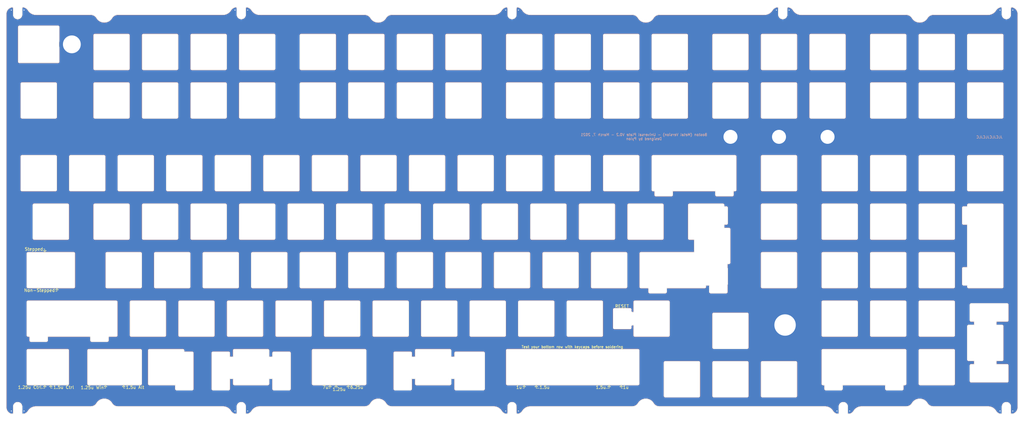
<source format=kicad_pcb>
(kicad_pcb (version 20211014) (generator pcbnew)
  (layers (0 "F.Cu" signal) (31 "B.Cu" signal) (34 "B.Paste" user) (35 "F.Paste" user) (36 "B.SilkS" user "B.Silkscreen") (37 "F.SilkS" user "F.Silkscreen") (38 "B.Mask" user) (39 "F.Mask" user) (44 "Edge.Cuts" user))
  (net 0 "")
  (net 1 "GND")
  (footprint "Boston-plate-custom-footprints:Notch-3.6mm" (layer "F.Cu") (at 79.4875 -33.725)
    (fp_text reference "H102")
    (fp_text value "MountingHole_Pad")
    (pad "1" smd custom (at -2.6 -1.1) (size 1.4 2.2) (layers "B.Cu" "B.Paste" "B.Mask") (net 1 "GND") (options (clearance outline) (anchor rect)) (primitives (gr_arc (start 5.2 1.1) (mid 2.6 3.7) (end 0 1.1) (width 1.4))))
    (pad "1" smd rect (at 2.6 -1.1) (size 1.4 2.2) (layers "B.Cu" "B.Mask") (net 1 "GND"))
  )
  (footprint "Boston-plate-custom-footprints:6x6-Tact-switch-opening" (layer "F.Cu") (at 229 85.725)
    (fp_text reference "H1")
    (fp_text value "MountingHole")
    (fp_line (start -3.5 -3.5) (end -3.5 3.5) (layer "Edge.Cuts") (width 0.05))
    (fp_line (start 3 4) (end -3 4) (layer "Edge.Cuts") (width 0.05))
    (fp_line (start 3.5 3.5) (end 3.5 3) (layer "Edge.Cuts") (width 0.05))
    (fp_line (start 3.5 -3.5) (end 3.5 -3) (layer "Edge.Cuts") (width 0.05))
    (fp_line (start 3 -4) (end -3 -4) (layer "Edge.Cuts") (width 0.05))
    (fp_arc (start -3 4) (mid -3.353553 3.853553) (end -3.5 3.5) (layer "Edge.Cuts") (width 0.05))
    (fp_arc (start 3.5 3.5) (mid 3.353554 3.853552) (end 3.000002 3.999998) (layer "Edge.Cuts") (width 0.05))
    (fp_arc (start 4 -2.5) (mid 3.646447 -2.646447) (end 3.5 -3) (layer "Edge.Cuts") (width 0.05))
    (fp_arc (start -3.5 -3.5) (mid -3.353553 -3.853553) (end -3 -4) (layer "Edge.Cuts") (width 0.05))
    (fp_arc (start 3 -4) (mid 3.353552 -3.853554) (end 3.499998 -3.500002) (layer "Edge.Cuts") (width 0.05))
    (fp_arc (start 3.5 3) (mid 3.646447 2.646447) (end 4 2.5) (layer "Edge.Cuts") (width 0.05))
  )
  (footprint "Boston-plate-custom-footprints:Notch-3.6mm" (layer "F.Cu") (at 291.9875 -33.725)
    (fp_text reference "H104")
    (fp_text value "MountingHole_Pad")
    (pad "1" smd rect (at 2.6 -1.1) (size 1.4 2.2) (layers "B.Cu" "B.Mask") (net 1 "GND"))
    (pad "1" smd custom (at -2.6 -1.1) (size 1.4 2.2) (layers "B.Cu" "B.Paste" "B.Mask") (net 1 "GND") (options (clearance outline) (anchor rect)) (primitives (gr_arc (start 5.2 1.1) (mid 2.6 3.7) (end 0 1.1) (width 1.4))))
  )
  (footprint "Boston-plate-custom-footprints:Notch-3.6mm" (layer "F.Cu") (at -8.2625 120.275 180)
    (fp_text reference "H106")
    (fp_text value "MountingHole_Pad")
    (pad "1" smd rect (at 2.6 -1.1 180) (size 1.4 2.2) (layers "B.Cu" "B.Mask") (net 1 "GND"))
    (pad "1" smd custom (at -2.6 -1.1 180) (size 1.4 2.2) (layers "B.Cu" "B.Paste" "B.Mask") (net 1 "GND") (options (clearance outline) (anchor rect)) (primitives (gr_arc (start 5.2 1.1) (mid 2.6 3.7) (end 0 1.1) (width 1.4))))
  )
  (footprint "Boston-plate-custom-footprints:Notch-3.6mm" (layer "F.Cu") (at 379.7375 -33.725)
    (fp_text reference "H105")
    (fp_text value "MountingHole_Pad")
    (pad "1" smd custom (at -2.6 -1.1) (size 1.4 2.2) (layers "B.Cu" "B.Paste" "B.Mask") (net 1 "GND") (options (clearance outline) (anchor rect)) (primitives (gr_arc (start 5.2 1.1) (mid 2.6 3.7) (end 0 1.1) (width 1.4))))
    (pad "1" smd rect (at 2.6 -1.1) (size 1.4 2.2) (layers "B.Cu" "B.Mask") (net 1 "GND"))
  )
  (footprint "MountingHole:MountingHole_5.5mm_Pad" (layer "F.Cu") (at 271.4625 14.2875)
    (fp_text reference "H2")
    (fp_text value "MountingHole_Pad")
    (pad "1" thru_hole circle locked (at 0 0) (size 11 11) (drill 5.5) (layers *.Cu "B.Mask") (net 1 "GND"))
  )
  (footprint "Boston-plate-custom-footprints:Notch-3.6mm" (layer "F.Cu") (at -8.2625 -33.725)
    (fp_text reference "H101")
    (fp_text value "MountingHole_Pad")
    (pad "1" smd rect (at 2.6 -1.1) (size 1.4 2.2) (layers "B.Cu" "B.Mask") (net 1 "GND"))
    (pad "1" smd custom (at -2.6 -1.1) (size 1.4 2.2) (layers "B.Cu" "B.Paste" "B.Mask") (net 1 "GND") (options (clearance outline) (anchor rect)) (primitives (gr_arc (start 5.2 1.1) (mid 2.6 3.7) (end 0 1.1) (width 1.4))))
  )
  (footprint "MountingHole:MountingHole_5.5mm_Pad" (layer "F.Cu") (at 290.5125 14.2875)
    (fp_text reference "H3")
    (fp_text value "MountingHole_Pad")
    (pad "1" thru_hole circle locked (at 0 0) (size 11 11) (drill 5.5) (layers *.Cu "B.Mask") (net 1 "GND"))
  )
  (footprint "Boston-plate-custom-footprints:Notch-3.6mm" (layer "F.Cu") (at 185.7375 -33.725)
    (fp_text reference "H103")
    (fp_text value "MountingHole_Pad")
    (pad "1" smd rect (at 2.6 -1.1) (size 1.4 2.2) (layers "B.Cu" "B.Mask") (net 1 "GND"))
    (pad "1" smd custom (at -2.6 -1.1) (size 1.4 2.2) (layers "B.Cu" "B.Paste" "B.Mask") (net 1 "GND") (options (clearance outline) (anchor rect)) (primitives (gr_arc (start 5.2 1.1) (mid 2.6 3.7) (end 0 1.1) (width 1.4))))
  )
  (footprint "MountingHole:MountingHole_8.4mm_M8_Pad" (layer "F.Cu") (at 292.89375 88.22525)
    (fp_text reference "H6")
    (fp_text value "MountingHole_Pad")
    (pad "1" thru_hole circle locked (at 0 0) (size 16.8 16.8) (drill 8.4) (layers *.Cu "B.Mask") (net 1 "GND"))
  )
  (footprint "Boston-plate-custom-footprints:Notch-3.6mm" (layer "F.Cu") (at 315.7375 120.275 180)
    (fp_text reference "H109")
    (fp_text value "MountingHole_Pad")
    (pad "1" smd rect (at 2.6 -1.1 180) (size 1.4 2.2) (layers "B.Cu" "B.Mask") (net 1 "GND"))
    (pad "1" smd custom (at -2.6 -1.1 180) (size 1.4 2.2) (layers "B.Cu" "B.Paste" "B.Mask") (net 1 "GND") (options (clearance outline) (anchor rect)) (primitives (gr_arc (start 5.2 1.1) (mid 2.6 3.7) (end 0 1.1) (width 1.4))))
  )
  (footprint "Boston-plate-custom-footprints:Notch-3.6mm" (layer "F.Cu") (at 185.7375 120.275 180)
    (fp_text reference "H108")
    (fp_text value "MountingHole_Pad")
    (pad "1" smd custom (at -2.6 -1.1 180) (size 1.4 2.2) (layers "B.Cu" "B.Paste" "B.Mask") (net 1 "GND") (options (clearance outline) (anchor rect)) (primitives (gr_arc (start 5.2 1.1) (mid 2.6 3.7) (end 0 1.1) (width 1.4))))
    (pad "1" smd rect (at 2.6 -1.1 180) (size 1.4 2.2) (layers "B.Cu" "B.Mask") (net 1 "GND"))
  )
  (footprint "MountingHole:MountingHole_5.5mm_Pad" (layer "F.Cu") (at 309.5625 14.2875)
    (fp_text reference "H4")
    (fp_text value "MountingHole_Pad")
    (pad "1" thru_hole circle locked (at 0 0) (size 11 11) (drill 5.5) (layers *.Cu "B.Mask") (net 1 "GND"))
  )
  (footprint "Boston-plate-custom-footprints:7mm-hole" (layer "F.Cu") (at 13 -22.05)
    (fp_text reference "H5")
    (fp_text value "MountingHole_Pad")
    (pad "1" thru_hole circle (at 0 0) (size 10 10) (drill 7) (layers *.Cu "B.Mask") (net 1 "GND"))
  )
  (footprint "Boston-plate-custom-footprints:Notch-3.6mm" (layer "F.Cu") (at 379.7375 120.275 180)
    (fp_text reference "H110")
    (fp_text value "MountingHole_Pad")
    (pad "1" smd rect (at 2.6 -1.1 180) (size 1.4 2.2) (layers "B.Cu" "B.Mask") (net 1 "GND"))
    (pad "1" smd custom (at -2.6 -1.1 180) (size 1.4 2.2) (layers "B.Cu" "B.Paste" "B.Mask") (net 1 "GND") (options (clearance outline) (anchor rect)) (primitives (gr_arc (start 5.2 1.1) (mid 2.6 3.7) (end 0 1.1) (width 1.4))))
  )
  (footprint "Boston-plate-custom-footprints:Notch-3.6mm" (layer "F.Cu") (at 79.4875 120.275 180)
    (fp_text reference "H107")
    (fp_text value "MountingHole_Pad")
    (pad "1" smd rect (at 2.6 -1.1 180) (size 1.4 2.2) (layers "B.Cu" "B.Mask") (net 1 "GND"))
    (pad "1" smd custom (at -2.6 -1.1 180) (size 1.4 2.2) (layers "B.Cu" "B.Paste" "B.Mask") (net 1 "GND") (options (clearance outline) (anchor rect)) (primitives (gr_arc (start 5.2 1.1) (mid 2.6 3.7) (end 0 1.1) (width 1.4))))
  )
  (gr_line (start 113.704783 112.514157) (end 114.895409 112.514157) (layer "F.SilkS") (width 0.15))
  (gr_line (start 2.38125 58.340674) (end 1.785939 58.340674) (layer "F.SilkS") (width 0.15))
  (gr_line (start 4.167191 112.514157) (end 5.357817 112.514157) (layer "F.SilkS") (width 0.15))
  (gr_line (start 4.7625 111.91875) (end 4.167191 112.514157) (layer "F.SilkS") (width 0.15))
  (gr_line (start 33.932841 112.514157) (end 33.3375 111.918844) (layer "F.SilkS") (width 0.15))
  (gr_line (start 2.381252 113.10947) (end 1.190626 113.10947) (layer "F.SilkS") (width 0.15))
  (gr_line (start 190.50016 111.918844) (end 191.095473 112.514157) (layer "F.SilkS") (width 0.15))
  (gr_line (start 121.443749 113.10947) (end 122.039165 113.10947) (layer "F.SilkS") (width 0.15))
  (gr_line (start 190.50016 111.918844) (end 189.904847 112.514157) (layer "F.SilkS") (width 0.15))
  (gr_line (start 121.443749 111.918844) (end 120.848539 112.514157) (layer "F.SilkS") (width 0.15))
  (gr_line (start 224.433001 112.514157) (end 223.242375 112.514157) (layer "F.SilkS") (width 0.15))
  (gr_line (start 121.443749 111.918844) (end 122.039165 112.514157) (layer "F.SilkS") (width 0.15))
  (gr_line (start 195.262664 111.918844) (end 195.262664 113.10947) (layer "F.SilkS") (width 0.15))
  (gr_line (start 5.357817 112.514157) (end 4.7625 111.91875) (layer "F.SilkS") (width 0.15))
  (gr_line (start 229.195505 112.514157) (end 228.004879 112.514157) (layer "F.SilkS") (width 0.15))
  (gr_line (start 114.3 111.918844) (end 114.895409 112.514157) (layer "F.SilkS") (width 0.15))
  (gr_line (start 2.381252 111.918844) (end 2.976565 112.514157) (layer "F.SilkS") (width 0.15))
  (gr_line (start 228.600192 111.918844) (end 228.600192 113.10947) (layer "F.SilkS") (width 0.15))
  (gr_line (start 2.38125 59.5313) (end 1.785939 58.935987) (layer "F.SilkS") (width 0.15))
  (gr_line (start 116.681348 111.918844) (end 116.086035 112.514157) (layer "F.SilkS") (width 0.15))
  (gr_line (start 5.357817 113.10947) (end 4.762504 113.10947) (layer "F.SilkS") (width 0.15))
  (gr_line (start 116.681348 111.918844) (end 116.681348 113.10947) (layer "F.SilkS") (width 0.15))
  (gr_line (start 7.739069 74.414125) (end 6.548443 74.414125) (layer "F.SilkS") (width 0.15))
  (gr_line (start 32.742215 112.514157) (end 33.932841 112.514157) (layer "F.SilkS") (width 0.15))
  (gr_line (start 194.667351 112.514157) (end 195.857977 112.514157) (layer "F.SilkS") (width 0.15))
  (gr_line (start 4.762504 113.10947) (end 4.7625 111.91875) (layer "F.SilkS") (width 0.15))
  (gr_line (start 122.039165 112.514157) (end 120.848539 112.514157) (layer "F.SilkS") (width 0.15))
  (gr_line (start 195.262664 113.10947) (end 196.45329 113.10947) (layer "F.SilkS") (width 0.15))
  (gr_line (start 114.3 113.10947) (end 113.704783 113.10947) (layer "F.SilkS") (width 0.15))
  (gr_line (start 223.837688 111.918844) (end 223.242375 112.514157) (layer "F.SilkS") (width 0.15))
  (gr_line (start 116.681348 111.918844) (end 117.276661 112.514157) (layer "F.SilkS") (width 0.15))
  (gr_line (start 7.143756 73.818812) (end 6.548443 74.414125) (layer "F.SilkS") (width 0.15))
  (gr_line (start 114.3 111.918844) (end 113.704783 112.514157) (layer "F.SilkS") (width 0.15))
  (gr_line (start 26.789085 112.514157) (end 25.598459 112.514157) (layer "F.SilkS") (width 0.15))
  (gr_line (start 26.19375 111.918797) (end 26.789085 112.514157) (layer "F.SilkS") (width 0.15))
  (gr_line (start 228.600192 111.918844) (end 229.195505 112.514157) (layer "F.SilkS") (width 0.15))
  (gr_line (start 2.38125 59.5313) (end 2.976565 58.935987) (layer "F.SilkS") (width 0.15))
  (gr_line (start 190.50016 113.10947) (end 189.904847 113.10947) (layer "F.SilkS") (width 0.15))
  (gr_line (start 116.086035 112.514157) (end 117.276661 112.514157) (layer "F.SilkS") (width 0.15))
  (gr_line (start 33.932841 113.10947) (end 33.337528 113.10947) (layer "F.SilkS") (width 0.15))
  (gr_line (start 33.337528 113.10947) (end 33.3375 111.918797) (layer "F.SilkS") (width 0.15))
  (gr_line (start 228.600192 113.10947) (end 229.195505 113.10947) (layer "F.SilkS") (width 0.15))
  (gr_line (start 26.193772 113.10947) (end 26.19375 111.918797) (layer "F.SilkS") (width 0.15))
  (gr_line (start 189.904847 112.514157) (end 191.095473 112.514157) (layer "F.SilkS") (width 0.15))
  (gr_line (start 223.837688 113.10947) (end 222.647062 113.10947) (layer "F.SilkS") (width 0.15))
  (gr_line (start 114.3 111.918844) (end 114.3 113.10947) (layer "F.SilkS") (width 0.15))
  (gr_line (start 2.381252 111.918844) (end 1.785939 112.514157) (layer "F.SilkS") (width 0.15))
  (gr_line (start 7.14375 73.818812) (end 7.143756 75.009438) (layer "F.SilkS") (width 0.15))
  (gr_line (start 228.600192 111.918844) (end 228.004879 112.514157) (layer "F.SilkS") (width 0.15))
  (gr_line (start 25.598459 113.10947) (end 26.193772 113.10947) (layer "F.SilkS") (width 0.15))
  (gr_line (start 33.3375 111.918844) (end 32.742215 112.514157) (layer "F.SilkS") (width 0.15))
  (gr_line (start 2.381252 111.918844) (end 2.381252 113.10947) (layer "F.SilkS") (width 0.15))
  (gr_line (start 25.598459 112.514157) (end 26.19375 111.918797) (layer "F.SilkS") (width 0.15))
  (gr_line (start 7.143756 75.009438) (end 6.548443 75.009438) (layer "F.SilkS") (width 0.15))
  (gr_line (start 1.785939 58.935987) (end 2.976565 58.935987) (layer "F.SilkS") (width 0.15))
  (gr_line (start 1.785939 112.514157) (end 2.976565 112.514157) (layer "F.SilkS") (width 0.15))
  (gr_line (start 195.262664 111.918844) (end 194.667351 112.514157) (layer "F.SilkS") (width 0.15))
  (gr_line (start 2.38125 59.5313) (end 2.38125 58.340674) (layer "F.SilkS") (width 0.15))
  (gr_line (start 223.837688 111.918844) (end 223.837688 113.10947) (layer "F.SilkS") (width 0.15))
  (gr_line (start 7.143756 73.818812) (end 7.739069 74.414125) (layer "F.SilkS") (width 0.15))
  (gr_line (start 121.443749 111.918844) (end 121.443749 113.10947) (layer "F.SilkS") (width 0.15))
  (gr_line (start 195.262664 111.918844) (end 195.857977 112.514157) (layer "F.SilkS") (width 0.15))
  (gr_line (start 190.50016 111.918844) (end 190.50016 113.10947) (layer "F.SilkS") (width 0.15))
  (gr_line (start 223.837688 111.918844) (end 224.433001 112.514157) (layer "F.SilkS") (width 0.15))
  (gr_arc (start 135.5875 6.5) (mid 135.441053 6.853553) (end 135.0875 7) (layer "Edge.Cuts") (width 0.1))
  (gr_arc (start 173.6875 73.175) (mid 173.541053 73.528553) (end 173.1875 73.675) (layer "Edge.Cuts") (width 0.1))
  (gr_arc (start 258.9125 102.5375) (mid 259.266053 102.683947) (end 259.4125 103.0375) (layer "Edge.Cuts") (width 0.1))
  (gr_line (start 284.0125 -26.05) (end 297.0125 -26.05) (layer "Edge.Cuts") (width 0.1))
  (gr_arc (start 264.4625 103.0375) (mid 264.608947 102.683947) (end 264.9625 102.5375) (layer "Edge.Cuts") (width 0.1))
  (gr_line (start 326.375 -25.55) (end 326.375 -12.55) (layer "Edge.Cuts") (width 0.1))
  (gr_arc (start 241.235288 -32.418548) (mid 242.21982 -33.375806) (end 243.547867 -33.725) (layer "Edge.Cuts") (width 0.1))
  (gr_arc (start -1.7375 54.625) (mid -2.091053 54.478553) (end -2.2375 54.125) (layer "Edge.Cuts") (width 0.1))
  (gr_line (start -9.9625 -33.725) (end -9.9625 -36.188331) (layer "Edge.Cuts") (width 0.1))
  (gr_arc (start 245.4125 103.0375) (mid 245.558947 102.683947) (end 245.9125 102.5375) (layer "Edge.Cuts") (width 0.1))
  (gr_arc (start 297.5125 116.0375) (mid 297.366053 116.391053) (end 297.0125 116.5375) (layer "Edge.Cuts") (width 0.1))
  (gr_line (start 284.0125 73.675) (end 297.0125 73.675) (layer "Edge.Cuts") (width 0.1))
  (gr_line (start 321.325 22.075) (end 321.325 35.075) (layer "Edge.Cuts") (width 0.1))
  (gr_arc (start 122.0875 7) (mid 121.733947 6.853553) (end 121.5875 6.5) (layer "Edge.Cuts") (width 0.1))
  (gr_arc (start 221.3125 92.225) (mid 221.166053 92.578553) (end 220.8125 92.725) (layer "Edge.Cuts") (width 0.1))
  (gr_line (start 359.425 98.274999) (end 359.425 111.274999) (layer "Edge.Cuts") (width 0.1))
  (gr_line (start 160.1875 73.675) (end 173.1875 73.675) (layer "Edge.Cuts") (width 0.1))
  (gr_arc (start 158.9 21.575) (mid 159.253553 21.721447) (end 159.4 22.075) (layer "Edge.Cuts") (width 0.1))
  (gr_line (start 59.387499 60.175) (end 59.387499 73.175) (layer "Edge.Cuts") (width 0.1))
  (gr_line (start 297.5125 -25.55) (end 297.5125 -12.55) (layer "Edge.Cuts") (width 0.1))
  (gr_line (start 202.2625 79.225) (end 202.2625 92.225) (layer "Edge.Cuts") (width 0.1))
  (gr_arc (start 121.5875 -25.55) (mid 121.733947 -25.903553) (end 122.0875 -26.05) (layer "Edge.Cuts") (width 0.1))
  (gr_arc (start 54.9125 79.225) (mid 55.058947 78.871447) (end 55.4125 78.725) (layer "Edge.Cuts") (width 0.1))
  (gr_line (start 88.25 22.075) (end 88.25 35.075) (layer "Edge.Cuts") (width 0.1))
  (gr_arc (start 90.34375 111.275) (mid 90.197303 111.628553) (end 89.84375 111.775) (layer "Edge.Cuts") (width 0.1))
  (gr_line (start 326.875 73.675) (end 339.875 73.675) (layer "Edge.Cuts") (width 0.1))
  (gr_arc (start 96.9875 59.675) (mid 97.341053 59.821447) (end 97.4875 60.175) (layer "Edge.Cuts") (width 0.1))
  (gr_line (start 297.5125 41.125) (end 297.5125 54.125) (layer "Edge.Cuts") (width 0.1))
  (gr_line (start 222.1 -26.05) (end 235.1 -26.05) (layer "Edge.Cuts") (width 0.1))
  (gr_line (start 74.443749 98.774999) (end 68.443749 98.774999) (layer "Edge.Cuts") (width 0.1))
  (gr_arc (start 364.474999 41.411999) (mid 364.387131 41.624132) (end 364.174998 41.712) (layer "Edge.Cuts") (width 0.1))
  (gr_arc (start 270.231749 65.806164) (mid 270.296504 65.940521) (end 270.318749 66.088) (layer "Edge.Cuts") (width 0.1))
  (gr_arc (start 345.425 79.225) (mid 345.571447 78.871447) (end 345.925 78.725) (layer "Edge.Cuts") (width 0.1))
  (gr_arc (start 307.824999 111.774999) (mid 307.471446 111.628552) (end 307.324999 111.274999) (layer "Edge.Cuts") (width 0.1))
  (gr_line (start 163.219249 99.275) (end 163.219249 100.575001) (layer "Edge.Cuts") (width 0.1))
  (gr_arc (start 128.443749 111.274999) (mid 128.297302 111.628552) (end 127.943749 111.774999) (layer "Edge.Cuts") (width 0.1))
  (gr_arc (start 345.425 60.175) (mid 345.571447 59.821447) (end 345.925 59.675) (layer "Edge.Cuts") (width 0.1))
  (gr_line (start 283.5125 -25.55) (end 283.5125 -12.55) (layer "Edge.Cuts") (width 0.1))
  (gr_line (start 332.287998 113.274999) (end 332.287998 112.075) (layer "Edge.Cuts") (width 0.1))
  (gr_arc (start 155.424999 54.625) (mid 155.071446 54.478553) (end 154.924999 54.125) (layer "Edge.Cuts") (width 0.1))
  (gr_line (start 283.5125 22.075) (end 283.5125 35.075) (layer "Edge.Cuts") (width 0.1))
  (gr_arc (start 20.044248 92.725) (mid 20.25638 92.812867) (end 20.344249 93.024999) (layer "Edge.Cuts") (width 0.1))
  (gr_arc (start 307.325 60.175) (mid 307.471447 59.821447) (end 307.825 59.675) (layer "Edge.Cuts") (width 0.1))
  (gr_arc (start 60.175 7) (mid 59.821447 6.853553) (end 59.675 6.5) (layer "Edge.Cuts") (width 0.1))
  (gr_arc (start 81.1875 -33.725) (mid 79.4875 -32.025) (end 77.7875 -33.725) (layer "Edge.Cuts") (width 0.1))
  (gr_arc (start 6.499999 21.575) (mid 6.853552 21.721447) (end 6.999999 22.075) (layer "Edge.Cuts") (width 0.1))
  (gr_line (start 169.7125 78.725) (end 182.7125 78.725) (layer "Edge.Cuts") (width 0.1))
  (gr_arc (start 339.287998 112.075) (mid 339.375866 111.862867) (end 339.587999 111.774999) (layer "Edge.Cuts") (width 0.1))
  (gr_arc (start 177.95 21.575) (mid 178.303553 21.721447) (end 178.45 22.075) (layer "Edge.Cuts") (width 0.1))
  (gr_arc (start 60.149999 98.775) (mid 60.503553 98.921447) (end 60.65 99.275001) (layer "Edge.Cuts") (width 0.1))
  (gr_line (start 207.8125 78.725) (end 220.8125 78.725) (layer "Edge.Cuts") (width 0.1))
  (gr_line (start 135.875 41.125) (end 135.875 54.125) (layer "Edge.Cuts") (width 0.1))
  (gr_arc (start 380.475001 110.187999) (mid 380.328554 110.541552) (end 379.975001 110.687999) (layer "Edge.Cuts") (width 0.1))
  (gr_arc (start 247.50625 92.225) (mid 247.359803 92.578553) (end 247.00625 92.725) (layer "Edge.Cuts") (width 0.1))
  (gr_arc (start 297.5125 35.075) (mid 297.366053 35.428553) (end 297.0125 35.575) (layer "Edge.Cuts") (width 0.1))
  (gr_arc (start 35.575 -12.55) (mid 35.428553 -12.196447) (end 35.075 -12.05) (layer "Edge.Cuts") (width 0.1))
  (gr_arc (start 78.725 -6.5) (mid 78.871447 -6.853553) (end 79.225 -7) (layer "Edge.Cuts") (width 0.1))
  (gr_line (start 59.675 41.125) (end 59.675 54.125) (layer "Edge.Cuts") (width 0.1))
  (gr_line (start 7.5 -14.8) (end -7.5 -14.8) (layer "Edge.Cuts") (width 0.1))
  (gr_line (start 203.049999 -26.05) (end 216.049999 -26.05) (layer "Edge.Cuts") (width 0.1))
  (gr_arc (start 206.525 40.625) (mid 206.878553 40.771447) (end 207.025 41.125) (layer "Edge.Cuts") (width 0.1))
  (gr_line (start 359.425 -25.55) (end 359.425 -12.55) (layer "Edge.Cuts") (width 0.1))
  (gr_line (start 45.8875 59.675) (end 58.887499 59.675) (layer "Edge.Cuts") (width 0.1))
  (gr_line (start 128.443749 111.274999) (end 128.443749 98.274999) (layer "Edge.Cuts") (width 0.1))
  (gr_line (start 41.125 40.625) (end 54.125 40.625) (layer "Edge.Cuts") (width 0.1))
  (gr_line (start 159.4 22.075) (end 159.4 35.075) (layer "Edge.Cuts") (width 0.1))
  (gr_arc (start 254.65 -12.55) (mid 254.503553 -12.196447) (end 254.15 -12.05) (layer "Edge.Cuts") (width 0.1))
  (gr_line (start 239.355749 73.975) (end 239.355749 75.174999) (layer "Edge.Cuts") (width 0.1))
  (gr_arc (start 188.026987 -36.681405) (mid 189.057873 -36.260498) (end 189.831237 -35.459375) (layer "Edge.Cuts") (width 0.1))
  (gr_arc (start 126.0625 92.225) (mid 125.916053 92.578553) (end 125.5625 92.725) (layer "Edge.Cuts") (width 0.1))
  (gr_arc (start 340.375 6.5) (mid 340.228553 6.853553) (end 339.875 7) (layer "Edge.Cuts") (width 0.1))
  (gr_line (start 284.0125 102.5375) (end 297.0125 102.5375) (layer "Edge.Cuts") (width 0.1))
  (gr_line (start 345.425 -25.55) (end 345.425 -12.55) (layer "Edge.Cuts") (width 0.1))
  (gr_line (start 326.875 7) (end 339.875 7) (layer "Edge.Cuts") (width 0.1))
  (gr_arc (start 381.4375 -33.725) (mid 379.7375 -32.025) (end 378.0375 -33.725) (layer "Edge.Cuts") (width 0.1))
  (gr_arc (start 163.719248 113.775) (mid 163.365696 113.628553) (end 163.21925 113.275) (layer "Edge.Cuts") (width 0.1))
  (gr_arc (start 233.50625 83.025) (mid 233.447672 83.166421) (end 233.306251 83.224999) (layer "Edge.Cuts") (width 0.1))
  (gr_line (start 340.427133 120.274999) (end 322.965933 120.274999) (layer "Edge.Cuts") (width 0.1))
  (gr_line (start 221.6 22.075) (end 221.6 35.075) (layer "Edge.Cuts") (width 0.1))
  (gr_line (start 184 21.575) (end 197 21.575) (layer "Edge.Cuts") (width 0.1))
  (gr_line (start 233.50625 79.225) (end 233.50625 83.025) (layer "Edge.Cuts") (width 0.1))
  (gr_arc (start 345.925 7) (mid 345.571447 6.853553) (end 345.425 6.5) (layer "Edge.Cuts") (width 0.1))
  (gr_arc (start 308.111999 111.775) (mid 308.324131 111.862868) (end 308.411999 112.075) (layer "Edge.Cuts") (width 0.1))
  (gr_line (start -4.61875 79.225) (end -4.618751 92.225) (layer "Edge.Cuts") (width 0.1))
  (gr_line (start 326.875 78.725) (end 339.875 78.725) (layer "Edge.Cuts") (width 0.1))
  (gr_arc (start 244.625 40.625) (mid 244.978553 40.771447) (end 245.125 41.125) (layer "Edge.Cuts") (width 0.1))
  (gr_line (start 83.199999 22.075) (end 83.199999 35.075) (layer "Edge.Cuts") (width 0.1))
  (gr_line (start 41.125 -12.05) (end 54.125 -12.05) (layer "Edge.Cuts") (width 0.1))
  (gr_arc (start 378.475 73.174999) (mid 378.328553 73.528553) (end 377.974999 73.675) (layer "Edge.Cuts") (width 0.1))
  (gr_line (start 264.4625 83.9875) (end 264.4625 96.9875) (layer "Edge.Cuts") (width 0.1))
  (gr_arc (start 59.387499 73.175) (mid 59.241052 73.528553) (end 58.887499 73.675) (layer "Edge.Cuts") (width 0.1))
  (gr_arc (start 154.6375 6.5) (mid 154.491053 6.853553) (end 154.1375 7) (layer "Edge.Cuts") (width 0.1))
  (gr_arc (start 192.237499 59.675) (mid 192.591052 59.821447) (end 192.737499 60.175) (layer "Edge.Cuts") (width 0.1))
  (gr_arc (start 43.506249 111.774999) (mid 43.152696 111.628552) (end 43.006249 111.274999) (layer "Edge.Cuts") (width 0.1))
  (gr_arc (start 377.975 -7) (mid 378.328553 -6.853553) (end 378.475 -6.5) (layer "Edge.Cuts") (width 0.1))
  (gr_arc (start 326.375 79.225) (mid 326.521447 78.871447) (end 326.875 78.725) (layer "Edge.Cuts") (width 0.1))
  (gr_line (start 364.974999 73.675) (end 377.974999 73.675) (layer "Edge.Cuts") (width 0.1))
  (gr_line (start 168.924999 41.125) (end 168.924999 54.125) (layer "Edge.Cuts") (width 0.1))
  (gr_arc (start 98.274999 54.625) (mid 97.921446 54.478553) (end 97.774999 54.125) (layer "Edge.Cuts") (width 0.1))
  (gr_arc (start 97.4875 73.175) (mid 97.341053 73.528553) (end 96.9875 73.675) (layer "Edge.Cuts") (width 0.1))
  (gr_arc (start 221.6 -6.5) (mid 221.746447 -6.853553) (end 222.1 -7) (layer "Edge.Cuts") (width 0.1))
  (gr_arc (start 378.475002 101.75) (mid 378.328555 102.103553) (end 377.975001 102.249999) (layer "Edge.Cuts") (width 0.1))
  (gr_arc (start 339.875 40.625) (mid 340.228553 40.771447) (end 340.375 41.125) (layer "Edge.Cuts") (width 0.1))
  (gr_line (start 326.375 60.175) (end 326.375 73.175) (layer "Edge.Cuts") (width 0.1))
  (gr_arc (start -1.034066 -33.725) (mid -2.825321 -34.1875) (end -4.168762 -35.459375) (layer "Edge.Cuts") (width 0.1))
  (gr_arc (start 326.375 22.075) (mid 326.521447 21.721447) (end 326.875 21.575) (layer "Edge.Cuts") (width 0.1))
  (gr_line (start 79.225 7) (end 92.225 7) (layer "Edge.Cuts") (width 0.1))
  (gr_arc (start 98.281749 98.775001) (mid 98.635303 98.921447) (end 98.78175 99.275) (layer "Edge.Cuts") (width 0.1))
  (gr_arc (start 207.8125 92.725) (mid 207.458947 92.578553) (end 207.3125 92.225) (layer "Edge.Cuts") (width 0.1))
  (gr_arc (start 254.15 -26.05) (mid 254.503553 -25.903553) (end 254.65 -25.55) (layer "Edge.Cuts") (width 0.1))
  (gr_line (start 212.575 54.625) (end 225.575 54.625) (layer "Edge.Cuts") (width 0.1))
  (gr_arc (start 345.925 73.675) (mid 345.571447 73.528553) (end 345.425 73.175) (layer "Edge.Cuts") (width 0.1))
  (gr_arc (start 183.2125 92.225) (mid 183.066053 92.578553) (end 182.7125 92.725) (layer "Edge.Cuts") (width 0.1))
  (gr_line (start 241.736998 35.575) (end 241.149999 35.575) (layer "Edge.Cuts") (width 0.1))
  (gr_arc (start 54.125 -26.05) (mid 54.478553 -25.903553) (end 54.625 -25.55) (layer "Edge.Cuts") (width 0.1))
  (gr_line (start 254.65 -25.55) (end 254.65 -12.55) (layer "Edge.Cuts") (width 0.1))
  (gr_line (start 178.509067 120.274999) (end 138.547867 120.274999) (layer "Edge.Cuts") (width 0.1))
  (gr_line (start 233.50625 92.225) (end 233.506249 88.424999) (layer "Edge.Cuts") (width 0.1))
  (gr_line (start 345.925 7) (end 358.925 7) (layer "Edge.Cuts") (width 0.1))
  (gr_line (start 246.655748 73.675) (end 261.293749 73.675) (layer "Edge.Cuts") (width 0.1))
  (gr_line (start 179.237499 73.675) (end 192.237499 73.675) (layer "Edge.Cuts") (width 0.1))
  (gr_line (start 234.00625 92.725) (end 247.00625 92.725) (layer "Edge.Cuts") (width 0.1))
  (gr_arc (start 126.85 35.575) (mid 126.496447 35.428553) (end 126.35 35.075) (layer "Edge.Cuts") (width 0.1))
  (gr_line (start 317.4375 120.274999) (end 317.4375 122.739477) (layer "Edge.Cuts") (width 0.1))
  (gr_line (start 248.736999 35.575) (end 248.736999 37.075) (layer "Edge.Cuts") (width 0.1))
  (gr_arc (start 339.875 21.575) (mid 340.228553 21.721447) (end 340.375 22.075) (layer "Edge.Cuts") (width 0.1))
  (gr_arc (start 58.887499 59.675) (mid 59.241052 59.821447) (end 59.387499 60.175) (layer "Edge.Cuts") (width 0.1))
  (gr_line (start 284.0125 21.575) (end 297.0125 21.575) (layer "Edge.Cuts") (width 0.1))
  (gr_arc (start 60.175 54.625) (mid 59.821447 54.478553) (end 59.675 54.125) (layer "Edge.Cuts") (width 0.1))
  (gr_line (start 303.0625 -12.05) (end 316.0625 -12.05) (layer "Edge.Cuts") (width 0.1))
  (gr_line (start 245.9125 116.5375) (end 258.9125 116.5375) (layer "Edge.Cuts") (width 0.1))
  (gr_arc (start 316.0625 -26.05) (mid 316.416053 -25.903553) (end 316.5625 -25.55) (layer "Edge.Cuts") (width 0.1))
  (gr_arc (start -9.962498 122.738331) (mid -10.142666 123.122722) (end -10.553408 123.229996) (layer "Edge.Cuts") (width 0.1))
  (gr_arc (start 339.875 -7) (mid 340.228553 -6.853553) (end 340.375 -6.5) (layer "Edge.Cuts") (width 0.1))
  (gr_arc (start 67.943749 99.274999) (mid 68.090196 98.921446) (end 68.443749 98.774999) (layer "Edge.Cuts") (width 0.1))
  (gr_arc (start 284.0125 7) (mid 283.658947 6.853553) (end 283.5125 6.5) (layer "Edge.Cuts") (width 0.1))
  (gr_line (start 307.325 41.125) (end 307.325 54.125) (layer "Edge.Cuts") (width 0.1))
  (gr_line (start 217.3375 59.675) (end 230.3375 59.675) (layer "Edge.Cuts") (width 0.1))
  (gr_line (start 60.65 113.275001) (end 60.65 99.275001) (layer "Edge.Cuts") (width 0.1))
  (gr_arc (start 127.943748 97.775) (mid 128.297302 97.921446) (end 128.443749 98.274999) (layer "Edge.Cuts") (width 0.1))
  (gr_arc (start 345.425 -25.55) (mid 345.571447 -25.903553) (end 345.925 -26.05) (layer "Edge.Cuts") (width 0.1))
  (gr_line (start 202.549999 22.075) (end 202.549999 35.075) (layer "Edge.Cuts") (width 0.1))
  (gr_line (start 26.8375 59.675) (end 39.8375 59.675) (layer "Edge.Cuts") (width 0.1))
  (gr_line (start 154.6375 -6.5) (end 154.6375 6.5) (layer "Edge.Cuts") (width 0.1))
  (gr_arc (start 26.3375 60.175) (mid 26.483947 59.821447) (end 26.8375 59.675) (layer "Edge.Cuts") (width 0.1))
  (gr_line (start 56.506249 97.774999) (end 43.506249 97.774999) (layer "Edge.Cuts") (width 0.1))
  (gr_arc (start 362.475 66.087999) (mid 362.621446 65.734446) (end 362.974999 65.588) (layer "Edge.Cuts") (width 0.1))
  (gr_arc (start 187.975 54.125) (mid 187.828553 54.478553) (end 187.475 54.625) (layer "Edge.Cuts") (width 0.1))
  (gr_arc (start 240.649999 22.075001) (mid 240.796446 21.721448) (end 241.149999 21.575001) (layer "Edge.Cuts") (width 0.1))
  (gr_line (start 255.437498 54.625) (end 257.018748 54.624999) (layer "Edge.Cuts") (width 0.1))
  (gr_arc (start 297.5125 73.175) (mid 297.366053 73.528553) (end 297.0125 73.675) (layer "Edge.Cuts") (width 0.1))
  (gr_arc (start 74.94375 113.274999) (mid 74.797303 113.628553) (end 74.443749 113.775) (layer "Edge.Cuts") (width 0.1))
  (gr_line (start 69.199999 22.075) (end 69.199999 35.075) (layer "Edge.Cuts") (width 0.1))
  (gr_arc (start 240.65 -6.5) (mid 240.796447 -6.853553) (end 241.15 -7) (layer "Edge.Cuts") (width 0.1))
  (gr_line (start 316.5625 -25.55) (end 316.5625 -12.55) (layer "Edge.Cuts") (width 0.1))
  (gr_arc (start 225.575 40.625) (mid 225.928553 40.771447) (end 226.075 41.125) (layer "Edge.Cuts") (width 0.1))
  (gr_arc (start 307.825 92.725) (mid 307.471447 92.578553) (end 307.325 92.225) (layer "Edge.Cuts") (width 0.1))
  (gr_line (start 150.1625 79.225) (end 150.1625 92.225) (layer "Edge.Cuts") (width 0.1))
  (gr_line (start 149.875 41.125) (end 149.875 54.125) (layer "Edge.Cuts") (width 0.1))
  (gr_line (start 67.943749 99.274999) (end 67.943749 113.274999) (layer "Edge.Cuts") (width 0.1))
  (gr_arc (start 116.824999 41.125) (mid 116.971446 40.771447) (end 117.324999 40.625) (layer "Edge.Cuts") (width 0.1))
  (gr_line (start 160.1875 59.675) (end 173.1875 59.675) (layer "Edge.Cuts") (width 0.1))
  (gr_line (start 193.025 41.125) (end 193.025 54.125) (layer "Edge.Cuts") (width 0.1))
  (gr_line (start 50.65 21.575) (end 63.65 21.575) (layer "Edge.Cuts") (width 0.1))
  (gr_arc (start 321.325 92.225) (mid 321.178553 92.578553) (end 320.825 92.725) (layer "Edge.Cuts") (width 0.1))
  (gr_arc (start 264.4625 -25.55) (mid 264.608947 -25.903553) (end 264.9625 -26.05) (layer "Edge.Cuts") (width 0.1))
  (gr_line (start 345.925 21.575) (end 358.925 21.575) (layer "Edge.Cuts") (width 0.1))
  (gr_arc (start 235.1 -26.05) (mid 235.453553 -25.903553) (end 235.6 -25.55) (layer "Edge.Cuts") (width 0.1))
  (gr_arc (start 174.475 54.625) (mid 174.121447 54.478553) (end 173.975 54.125) (layer "Edge.Cuts") (width 0.1))
  (gr_arc (start -12.762501 -34.025) (mid -12.137847 -35.751794) (end -10.553408 -36.679997) (layer "Edge.Cuts") (width 0.1))
  (gr_line (start 122.0875 -26.05) (end 135.0875 -26.05) (layer "Edge.Cuts") (width 0.1))
  (gr_line (start 183.999999 111.774999) (end 235.099999 111.774999) (layer "Edge.Cuts") (width 0.1))
  (gr_line (start 326.875 35.575) (end 339.875 35.575) (layer "Edge.Cuts") (width 0.1))
  (gr_arc (start 188.026987 123.231404) (mid 187.617143 123.123367) (end 187.4375 122.739477) (layer "Edge.Cuts") (width 0.1))
  (gr_arc (start 28.735288 -32.418548) (mid 29.71982 -33.375806) (end 31.047867 -33.725) (layer "Edge.Cuts") (width 0.1))
  (gr_arc (start 202.549999 -25.55) (mid 202.696446 -25.903553) (end 203.049999 -26.05) (layer "Edge.Cuts") (width 0.1))
  (gr_arc (start 49.8625 92.225) (mid 49.716053 92.578553) (end 49.3625 92.725) (layer "Edge.Cuts") (width 0.1))
  (gr_line (start 364.174998 41.712) (end 362.974999 41.712) (layer "Edge.Cuts") (width 0.1))
  (gr_arc (start 173.1875 -7) (mid 173.541053 -6.853553) (end 173.6875 -6.5) (layer "Edge.Cuts") (width 0.1))
  (gr_line (start 74.462499 78.725) (end 87.462499 78.725) (layer "Edge.Cuts") (width 0.1))
  (gr_line (start 3.768249 92.725) (end 20.044249 92.725) (layer "Edge.Cuts") (width 0.1))
  (gr_line (start 116.824999 41.125) (end 116.824999 54.125) (layer "Edge.Cuts") (width 0.1))
  (gr_arc (start 55.4125 92.725) (mid 55.058947 92.578553) (end 54.9125 92.225) (layer "Edge.Cuts") (width 0.1))
  (gr_arc (start 54.125 40.625) (mid 54.478553 40.771447) (end 54.625 41.125) (layer "Edge.Cuts") (width 0.1))
  (gr_arc (start 111.774999 54.125) (mid 111.628552 54.478553) (end 111.274999 54.625) (layer "Edge.Cuts") (width 0.1))
  (gr_arc (start 154.924999 41.125) (mid 155.071446 40.771447) (end 155.424999 40.625) (layer "Edge.Cuts") (width 0.1))
  (gr_arc (start 284.0125 116.5375) (mid 283.658947 116.391053) (end 283.5125 116.0375) (layer "Edge.Cuts") (width 0.1))
  (gr_arc (start -4.618752 98.274999) (mid -4.472305 97.921445) (end -4.118751 97.774998) (layer "Edge.Cuts") (width 0.1))
  (gr_arc (start 97.774999 41.125) (mid 97.921446 40.771447) (end 98.274999 40.625) (layer "Edge.Cuts") (width 0.1))
  (gr_line (start 22.075 54.625) (end 35.075 54.625) (layer "Edge.Cuts") (width 0.1))
  (gr_arc (start 321.325 35.075) (mid 321.178553 35.428553) (end 320.825 35.575) (layer "Edge.Cuts") (width 0.1))
  (gr_line (start 345.925 35.575) (end 358.925 35.575) (layer "Edge.Cuts") (width 0.1))
  (gr_arc (start 182.7125 78.725) (mid 183.066053 78.871447) (end 183.2125 79.225) (layer "Edge.Cuts") (width 0.1))
  (gr_arc (start 345.425 22.075) (mid 345.571447 21.721447) (end 345.925 21.575) (layer "Edge.Cuts") (width 0.1))
  (gr_line (start 160.1875 7) (end 173.1875 7) (layer "Edge.Cuts") (width 0.1))
  (gr_arc (start 326.875 7) (mid 326.521447 6.853553) (end 326.375 6.5) (layer "Edge.Cuts") (width 0.1))
  (gr_arc (start 365.975001 86.811999) (mid 365.621448 86.665552) (end 365.475001 86.311999) (layer "Edge.Cuts") (width 0.1))
  (gr_arc (start 73.675 54.125) (mid 73.528553 54.478553) (end 73.175 54.625) (layer "Edge.Cuts") (width 0.1))
  (gr_arc (start 92.725 6.5) (mid 92.578553 6.853553) (end 92.225 7) (layer "Edge.Cuts") (width 0.1))
  (gr_arc (start 141.1375 -12.05) (mid 140.783947 -12.196447) (end 140.6375 -12.55) (layer "Edge.Cuts") (width 0.1))
  (gr_line (start 241.15 7) (end 254.15 7) (layer "Edge.Cuts") (width 0.1))
  (gr_line (start 103.0375 -7) (end 116.0375 -7) (layer "Edge.Cuts") (width 0.1))
  (gr_arc (start 72.259067 120.274999) (mid 74.050322 120.737499) (end 75.393763 122.009374) (layer "Edge.Cuts") (width 0.1))
  (gr_line (start -3.53175 93.024999) (end -3.53175 94.225) (layer "Edge.Cuts") (width 0.1))
  (gr_line (start 265.612998 35.575) (end 248.736999 35.575) (layer "Edge.Cuts") (width 0.1))
  (gr_arc (start 316.5625 6.5) (mid 316.416053 6.853553) (end 316.0625 7) (layer "Edge.Cuts") (width 0.1))
  (gr_line (start 59.675 -25.55) (end 59.675 -12.55) (layer "Edge.Cuts") (width 0.1))
  (gr_arc (start 345.925 35.575) (mid 345.571447 35.428553) (end 345.425 35.075) (layer "Edge.Cuts") (width 0.1))
  (gr_arc (start 75.393763 -35.459375) (mid 76.167127 -36.260498) (end 77.198013 -36.681405) (layer "Edge.Cuts") (width 0.1))
  (gr_line (start 103.0375 73.675) (end 116.0375 73.675) (layer "Edge.Cuts") (width 0.1))
  (gr_arc (start 201.7625 78.725) (mid 202.116053 78.871447) (end 202.2625 79.225) (layer "Edge.Cuts") (width 0.1))
  (gr_arc (start 342.739712 118.968547) (mid 341.75518 119.925805) (end 340.427133 120.274999) (layer "Edge.Cuts") (width 0.1))
  (gr_line (start 116.5375 -25.55) (end 116.5375 -12.55) (layer "Edge.Cuts") (width 0.1))
  (gr_arc (start 202.549999 -6.5) (mid 202.696446 -6.853553) (end 203.049999 -7) (layer "Edge.Cuts") (width 0.1))
  (gr_line (start 241.149999 21.575001) (end 273.199999 21.575001) (layer "Edge.Cuts") (width 0.1))
  (gr_line (start 264.9625 -12.05) (end 277.9625 -12.05) (layer "Edge.Cuts") (width 0.1))
  (gr_line (start 31.1 22.075) (end 31.1 35.075) (layer "Edge.Cuts") (width 0.1))
  (gr_arc (start 78.4375 73.175) (mid 78.291053 73.528553) (end 77.9375 73.675) (layer "Edge.Cuts") (width 0.1))
  (gr_arc (start 116.5375 -12.55) (mid 116.391053 -12.196447) (end 116.0375 -12.05) (layer "Edge.Cuts") (width 0.1))
  (gr_arc (start 164.95 35.575) (mid 164.596447 35.428553) (end 164.45 35.075) (layer "Edge.Cuts") (width 0.1))
  (gr_line (start 91.58175 100.775) (end 90.54375 100.775) (layer "Edge.Cuts") (width 0.1))
  (gr_line (start 359.425 79.225) (end 359.425 92.225) (layer "Edge.Cuts") (width 0.1))
  (gr_arc (start -6.5 35.575) (mid -6.853553 35.428553) (end -7 35.075) (layer "Edge.Cuts") (width 0.1))
  (gr_arc (start -4.11875 73.675) (mid -4.472304 73.528553) (end -4.618751 73.174999) (layer "Edge.Cuts") (width 0.1))
  (gr_arc (start 30.312499 78.725001) (mid 30.666052 78.871447) (end 30.812498 79.225) (layer "Edge.Cuts") (width 0.1))
  (gr_arc (start 235.099999 97.774999) (mid 235.453552 97.921446) (end 235.599999 98.274999) (layer "Edge.Cuts") (width 0.1))
  (gr_arc (start 86.715933 -33.725) (mid 84.924678 -34.1875) (end 83.581237 -35.459375) (layer "Edge.Cuts") (width 0.1))
  (gr_line (start 55.4125 92.725) (end 68.4125 92.725) (layer "Edge.Cuts") (width 0.1))
  (gr_line (start 188.7625 78.725) (end 201.7625 78.725) (layer "Edge.Cuts") (width 0.1))
  (gr_line (start 375.975001 88.249999) (end 377.975001 88.249999) (layer "Edge.Cuts") (width 0.1))
  (gr_arc (start 339.875 59.675) (mid 340.228553 59.821447) (end 340.375 60.175) (layer "Edge.Cuts") (width 0.1))
  (gr_line (start 145.84325 98.775) (end 139.84325 98.775) (layer "Edge.Cuts") (width 0.1))
  (gr_arc (start 184 35.575) (mid 183.646447 35.428553) (end 183.5 35.075) (layer "Edge.Cuts") (width 0.1))
  (gr_line (start 381.4375 120.274999) (end 381.4375 122.73833) (layer "Edge.Cuts") (width 0.1))
  (gr_arc (start 320.825 21.575) (mid 321.178553 21.721447) (end 321.325 22.075) (layer "Edge.Cuts") (width 0.1))
  (gr_arc (start 316.0625 -7) (mid 316.416053 -6.853553) (end 316.5625 -6.5) (layer "Edge.Cuts") (width 0.1))
  (gr_arc (start 107.3 22.075) (mid 107.446447 21.721447) (end 107.8 21.575) (layer "Edge.Cuts") (width 0.1))
  (gr_arc (start 130.239712 118.968547) (mid 129.25518 119.925805) (end 127.927133 120.274999) (layer "Edge.Cuts") (width 0.1))
  (gr_line (start 261.793749 73.174999) (end 261.793749 72.888) (layer "Edge.Cuts") (width 0.1))
  (gr_arc (start 39.8375 59.675) (mid 40.191053 59.821447) (end 40.3375 60.175) (layer "Edge.Cuts") (width 0.1))
  (gr_line (start 74.943749 100.575001) (end 74.943749 99.274999) (layer "Edge.Cuts") (width 0.1))
  (gr_line (start 345.425 41.125) (end 345.425 54.125) (layer "Edge.Cuts") (width 0.1))
  (gr_line (start 284.0125 59.675) (end 297.0125 59.675) (layer "Edge.Cuts") (width 0.1))
  (gr_line (start 340.375 60.175) (end 340.375 73.175) (layer "Edge.Cuts") (width 0.1))
  (gr_arc (start 235.6 6.5) (mid 235.453553 6.853553) (end 235.1 7) (layer "Edge.Cuts") (width 0.1))
  (gr_line (start 203.049999 -7) (end 216.049999 -7) (layer "Edge.Cuts") (width 0.1))
  (gr_arc (start 73.175 -7) (mid 73.528553 -6.853553) (end 73.675 -6.5) (layer "Edge.Cuts") (width 0.1))
  (gr_line (start 345.925 59.675) (end 358.925 59.675) (layer "Edge.Cuts") (width 0.1))
  (gr_arc (start 297.5125 -12.55) (mid 297.366053 -12.196447) (end 297.0125 -12.05) (layer "Edge.Cuts") (width 0.1))
  (gr_line (start -12.7625 120.575) (end -12.7625 -34.025) (layer "Edge.Cuts") (width 0.1))
  (gr_arc (start 35.8625 79.225) (mid 36.008947 78.871447) (end 36.3625 78.725) (layer "Edge.Cuts") (width 0.1))
  (gr_arc (start 168.924999 54.125) (mid 168.778552 54.478553) (end 168.424999 54.625) (layer "Edge.Cuts") (width 0.1))
  (gr_arc (start 348.735288 -32.418548) (mid 349.71982 -33.375806) (end 351.047867 -33.725) (layer "Edge.Cuts") (width 0.1))
  (gr_line (start 184 -7) (end 197 -7) (layer "Edge.Cuts") (width 0.1))
  (gr_line (start 64.9375 59.675) (end 77.9375 59.675) (layer "Edge.Cuts") (width 0.1))
  (gr_line (start 140.6375 60.175) (end 140.6375 73.175) (layer "Edge.Cuts") (width 0.1))
  (gr_line (start 22.075 -7) (end 35.075 -7) (layer "Edge.Cuts") (width 0.1))
  (gr_arc (start 44.6 21.575) (mid 44.953553 21.721447) (end 45.1 22.075) (layer "Edge.Cuts") (width 0.1))
  (gr_arc (start 103.0375 -12.05) (mid 102.683947 -12.196447) (end 102.5375 -12.55) (layer "Edge.Cuts") (width 0.1))
  (gr_line (start 130.824999 41.125) (end 130.824999 54.125) (layer "Edge.Cuts") (width 0.1))
  (gr_line (start 14.143749 73.174999) (end 14.143749 60.175) (layer "Edge.Cuts") (width 0.1))
  (gr_line (start 308.111999 111.775) (end 307.824999 111.774999) (layer "Edge.Cuts") (width 0.1))
  (gr_arc (start 59.675 41.125) (mid 59.821447 40.771447) (end 60.175 40.625) (layer "Edge.Cuts") (width 0.1))
  (gr_line (start 283.5125 -6.5) (end 283.5125 6.5) (layer "Edge.Cuts") (width 0.1))
  (gr_line (start 141.1375 -12.05) (end 154.1375 -12.05) (layer "Edge.Cuts") (width 0.1))
  (gr_arc (start 189.831237 122.009374) (mid 189.057873 122.810497) (end 188.026987 123.231404) (layer "Edge.Cuts") (width 0.1))
  (gr_arc (start 278.4625 6.5) (mid 278.316053 6.853553) (end 277.9625 7) (layer "Edge.Cuts") (width 0.1))
  (gr_line (start 53.65 111.975) (end 53.65 113.275001) (layer "Edge.Cuts") (width 0.1))
  (gr_line (start 173.6875 60.175) (end 173.6875 73.175) (layer "Edge.Cuts") (width 0.1))
  (gr_arc (start 76.343749 98.275001) (mid 76.490196 97.921447) (end 76.84375 97.775) (layer "Edge.Cuts") (width 0.1))
  (gr_line (start 272.112998 37.575) (end 266.112998 37.575) (layer "Edge.Cuts") (width 0.1))
  (gr_line (start 164.1625 79.225) (end 164.1625 92.225) (layer "Edge.Cuts") (width 0.1))
  (gr_arc (start 140.6375 60.175) (mid 140.783947 59.821447) (end 141.1375 59.675) (layer "Edge.Cuts") (width 0.1))
  (gr_arc (start 203.049999 7) (mid 202.696446 6.853553) (end 202.549999 6.5) (layer "Edge.Cuts") (width 0.1))
  (gr_arc (start 184.0375 120.274999) (mid 185.7375 118.574999) (end 187.4375 120.274999) (layer "Edge.Cuts") (width 0.1))
  (gr_arc (start 246.355748 75.174999) (mid 246.209301 75.528552) (end 245.855748 75.674999) (layer "Edge.Cuts") (width 0.1))
  (gr_line (start 326.875 -26.05) (end 339.875 -26.05) (layer "Edge.Cuts") (width 0.1))
  (gr_arc (start 187.4375 -36.189478) (mid 187.617144 -36.573368) (end 188.026987 -36.681405) (layer "Edge.Cuts") (width 0.1))
  (gr_line (start 326.875 92.725) (end 339.875 92.725) (layer "Edge.Cuts") (width 0.1))
  (gr_arc (start 359.425 73.175) (mid 359.278553 73.528553) (end 358.925 73.675) (layer "Edge.Cuts") (width 0.1))
  (gr_arc (start 348.735288 -32.418549) (mid 345.7375 -30.725) (end 342.739712 -32.418548) (layer "Edge.Cuts") (width 0.1))
  (gr_line (start 271.318749 63.65) (end 271.318749 50.65) (layer "Edge.Cuts") (width 0.1))
  (gr_arc (start 74.943748 109.474999) (mid 75.002327 109.333578) (end 75.143749 109.275) (layer "Edge.Cuts") (width 0.1))
  (gr_arc (start 178.45 35.075) (mid 178.303553 35.428553) (end 177.95 35.575) (layer "Edge.Cuts") (width 0.1))
  (gr_line (start 150.6625 92.725) (end 163.6625 92.725) (layer "Edge.Cuts") (width 0.1))
  (gr_arc (start 222.1 35.575) (mid 221.746447 35.428553) (end 221.6 35.075) (layer "Edge.Cuts") (width 0.1))
  (gr_line (start 378.0375 122.739477) (end 378.0375 120.274999) (layer "Edge.Cuts") (width 0.1))
  (gr_arc (start 146.54325 100.775001) (mid 146.401829 100.716422) (end 146.34325 100.575001) (layer "Edge.Cuts") (width 0.1))
  (gr_arc (start 377.974999 40.624999) (mid 378.328552 40.771446) (end 378.474998 41.125) (layer "Edge.Cuts") (width 0.1))
  (gr_arc (start 150.1625 79.225) (mid 150.308947 78.871447) (end 150.6625 78.725) (layer "Edge.Cuts") (width 0.1))
  (gr_line (start 270.818749 50.15) (end 269.237498 50.15) (layer "Edge.Cuts") (width 0.1))
  (gr_arc (start 11.7625 111.275001) (mid 11.616053 111.628554) (end 11.2625 111.775001) (layer "Edge.Cuts") (width 0.1))
  (gr_arc (start 307.325 22.075) (mid 307.471447 21.721447) (end 307.825 21.575) (layer "Edge.Cuts") (width 0.1))
  (gr_arc (start 173.1875 -26.05) (mid 173.541053 -25.903553) (end 173.6875 -25.55) (layer "Edge.Cuts") (width 0.1))
  (gr_arc (start 20.844249 94.725) (mid 20.490696 94.578553) (end 20.344249 94.225) (layer "Edge.Cuts") (width 0.1))
  (gr_arc (start 91.58175 109.275) (mid 91.723171 109.333579) (end 91.78175 109.475) (layer "Edge.Cuts") (width 0.1))
  (gr_arc (start 212.075 41.125) (mid 212.221447 40.771447) (end 212.575 40.625) (layer "Edge.Cuts") (width 0.1))
  (gr_arc (start 68.443749 113.774999) (mid 68.090196 113.628552) (end 67.943749 113.274999) (layer "Edge.Cuts") (width 0.1))
  (gr_arc (start 241.235288 -32.418549) (mid 238.2375 -30.725) (end 235.239712 -32.418548) (layer "Edge.Cuts") (width 0.1))
  (gr_arc (start 382.028409 123.229996) (mid 381.617699 123.122683) (end 381.4375 122.73833) (layer "Edge.Cuts") (width 0.1))
  (gr_line (start 107.8 21.575) (end 120.799999 21.575) (layer "Edge.Cuts") (width 0.1))
  (gr_line (start 240.649999 35.075) (end 240.649999 22.075001) (layer "Edge.Cuts") (width 0.1))
  (gr_arc (start 140.6375 -25.55) (mid 140.783947 -25.903553) (end 141.1375 -26.05) (layer "Edge.Cuts") (width 0.1))
  (gr_arc (start 326.875 54.625) (mid 326.521447 54.478553) (end 326.375 54.125) (layer "Edge.Cuts") (width 0.1))
  (gr_arc (start 82.699999 21.575) (mid 83.053552 21.721447) (end 83.199999 22.075) (layer "Edge.Cuts") (width 0.1))
  (gr_line (start 81.1875 -36.189478) (end 81.1875 -33.725) (layer "Edge.Cuts") (width 0.1))
  (gr_arc (start -7 -6.5) (mid -6.853553 -6.853553) (end -6.5 -7) (layer "Edge.Cuts") (width 0.1))
  (gr_line (start -4.118751 111.774999) (end 11.2625 111.775001) (layer "Edge.Cuts") (width 0.1))
  (gr_arc (start 45.8875 73.675) (mid 45.533947 73.528553) (end 45.3875 73.175) (layer "Edge.Cuts") (width 0.1))
  (gr_arc (start 379.975002 103.687998) (mid 380.328555 103.834445) (end 380.475001 104.187999) (layer "Edge.Cuts") (width 0.1))
  (gr_line (start 365.975001 110.687999) (end 379.975001 110.687999) (layer "Edge.Cuts") (width 0.1))
  (gr_line (start 188.7625 92.725) (end 201.7625 92.725) (layer "Edge.Cuts") (width 0.1))
  (gr_arc (start 235.6 -12.55) (mid 235.453553 -12.196447) (end 235.1 -12.05) (layer "Edge.Cuts") (width 0.1))
  (gr_arc (start 68.9125 92.225) (mid 68.766053 92.578553) (end 68.4125 92.725) (layer "Edge.Cuts") (width 0.1))
  (gr_arc (start 216.549999 35.075) (mid 216.403552 35.428553) (end 216.049999 35.575) (layer "Edge.Cuts") (width 0.1))
  (gr_arc (start 183.5 -25.55) (mid 183.646447 -25.903553) (end 184 -26.05) (layer "Edge.Cuts") (width 0.1))
  (gr_arc (start 161.98125 100.774999) (mid 161.839829 100.716421) (end 161.78125 100.575001) (layer "Edge.Cuts") (width 0.1))
  (gr_line (start 203.049999 21.575) (end 216.049999 21.575) (layer "Edge.Cuts") (width 0.1))
  (gr_line (start 326.875 -12.05) (end 339.875 -12.05) (layer "Edge.Cuts") (width 0.1))
  (gr_arc (start 136.235288 -32.418548) (mid 137.21982 -33.375806) (end 138.547867 -33.725) (layer "Edge.Cuts") (width 0.1))
  (gr_arc (start 340.375 73.175) (mid 340.228553 73.528553) (end 339.875 73.675) (layer "Edge.Cuts") (width 0.1))
  (gr_arc (start 22.075 54.625) (mid 21.721447 54.478553) (end 21.575 54.125) (layer "Edge.Cuts") (width 0.1))
  (gr_arc (start 313.448013 123.231404) (mid 312.417127 122.810497) (end 311.643763 122.009374) (layer "Edge.Cuts") (width 0.1))
  (gr_arc (start 21.575 -6.5) (mid 21.721447 -6.853553) (end 22.075 -7) (layer "Edge.Cuts") (width 0.1))
  (gr_line (start 235.6 22.075) (end 235.6 35.075) (layer "Edge.Cuts") (width 0.1))
  (gr_line (start 12.549999 35.575) (end 25.55 35.575) (layer "Edge.Cuts") (width 0.1))
  (gr_arc (start 40.625 -6.5) (mid 40.771447 -6.853553) (end 41.125 -7) (layer "Edge.Cuts") (width 0.1))
  (gr_line (start 39.837499 97.775001) (end 19.693749 97.774999) (layer "Edge.Cuts") (width 0.1))
  (gr_line (start 98.274999 54.625) (end 111.274999 54.625) (layer "Edge.Cuts") (width 0.1))
  (gr_line (start 160.1875 -26.05) (end 173.1875 -26.05) (layer "Edge.Cuts") (width 0.1))
  (gr_arc (start 378.475 6.5) (mid 378.328553 6.853553) (end 377.975 7) (layer "Edge.Cuts") (width 0.1))
  (gr_line (start 202.549999 -25.55) (end 202.549999 -12.55) (layer "Edge.Cuts") (width 0.1))
  (gr_arc (start 307.825 54.625) (mid 307.471447 54.478553) (end 307.325 54.125) (layer "Edge.Cuts") (width 0.1))
  (gr_line (start 284.0125 40.625) (end 297.0125 40.625) (layer "Edge.Cuts") (width 0.1))
  (gr_arc (start 121.5875 60.175) (mid 121.733947 59.821447) (end 122.0875 59.675) (layer "Edge.Cuts") (width 0.1))
  (gr_line (start -6.5625 120.275) (end -6.5625 122.739477) (layer "Edge.Cuts") (width 0.1))
  (gr_arc (start 359.425 111.274999) (mid 359.278553 111.628552) (end 358.925 111.774999) (layer "Edge.Cuts") (width 0.1))
  (gr_arc (start 340.375 35.075) (mid 340.228553 35.428553) (end 339.875 35.575) (layer "Edge.Cuts") (width 0.1))
  (gr_arc (start 107.012499 92.225) (mid 106.866052 92.578553) (end 106.512499 92.725) (layer "Edge.Cuts") (width 0.1))
  (gr_arc (start 365.475001 104.187999) (mid 365.621448 103.834446) (end 365.975001 103.687999) (layer "Edge.Cuts") (width 0.1))
  (gr_line (start 49.8625 79.225) (end 49.8625 92.225) (layer "Edge.Cuts") (width 0.1))
  (gr_arc (start 77.198013 -36.681405) (mid 77.607857 -36.573368) (end 77.7875 -36.189478) (layer "Edge.Cuts") (width 0.1))
  (gr_arc (start 49.3625 78.725) (mid 49.716053 78.871447) (end 49.8625 79.225) (layer "Edge.Cuts") (width 0.1))
  (gr_line (start 73.675 -6.5) (end 73.675 6.5) (layer "Edge.Cuts") (width 0.1))
  (gr_arc (start 54.625 6.5) (mid 54.478553 6.853553) (end 54.125 7) (layer "Edge.Cuts") (width 0.1))
  (gr_line (start 54.15 113.775001) (end 60.15 113.775001) (layer "Edge.Cuts") (width 0.1))
  (gr_line (start 155.424999 40.625) (end 168.424999 40.625) (layer "Edge.Cuts") (width 0.1))
  (gr_arc (start 345.925 111.774999) (mid 345.571447 111.628552) (end 345.425 111.274999) (layer "Edge.Cuts") (width 0.1))
  (gr_line (start 184 7) (end 197 7) (layer "Edge.Cuts") (width 0.1))
  (gr_arc (start 375.975 103.687995) (mid 375.833579 103.629417) (end 375.775001 103.487996) (layer "Edge.Cuts") (width 0.1))
  (gr_arc (start 145.112499 92.225) (mid 144.966052 92.578553) (end 144.612499 92.725) (layer "Edge.Cuts") (width 0.1))
  (gr_arc (start 21.575 -25.55) (mid 21.721447 -25.903553) (end 22.075 -26.05) (layer "Edge.Cuts") (width 0.1))
  (gr_arc (start 183.448013 123.231404) (mid 182.417127 122.810497) (end 181.643763 122.009374) (layer "Edge.Cuts") (width 0.1))
  (gr_arc (start 53.450001 111.774999) (mid 53.591422 111.833578) (end 53.65 111.975) (layer "Edge.Cuts") (width 0.1))
  (gr_arc (start 358.925 40.625) (mid 359.278553 40.771447) (end 359.425 41.125) (layer "Edge.Cuts") (width 0.1))
  (gr_line (start 90.34375 111.275) (end 90.34375 109.475) (layer "Edge.Cuts") (width 0.1))
  (gr_arc (start 278.4625 116.0375) (mid 278.316053 116.391053) (end 277.9625 116.5375) (layer "Edge.Cuts") (width 0.1))
  (gr_arc (start 307.825 73.675) (mid 307.471447 73.528553) (end 307.325 73.175) (layer "Edge.Cuts") (width 0.1))
  (gr_line (start 243.547867 -33.725) (end 284.759067 -33.725) (layer "Edge.Cuts") (width 0.1))
  (gr_line (start 183.5 -25.55) (end 183.5 -12.55) (layer "Edge.Cuts") (width 0.1))
  (gr_line (start 297.5125 103.0375) (end 297.5125 116.0375) (layer "Edge.Cuts") (width 0.1))
  (gr_line (start 378.475 22.075) (end 378.475 35.075) (layer "Edge.Cuts") (width 0.1))
  (gr_arc (start 339.874998 97.774999) (mid 340.228551 97.921446) (end 340.374998 98.274999) (layer "Edge.Cuts") (width 0.1))
  (gr_line (start 83.9875 59.675) (end 96.9875 59.675) (layer "Edge.Cuts") (width 0.1))
  (gr_line (start 364.475001 101.749999) (end 364.475001 88.749999) (layer "Edge.Cuts") (width 0.1))
  (gr_arc (start 56.506249 97.774999) (mid 56.859802 97.921446) (end 57.006249 98.274999) (layer "Edge.Cuts") (width 0.1))
  (gr_arc (start 273.199999 21.575001) (mid 273.553552 21.721448) (end 273.699999 22.075001) (layer "Edge.Cuts") (width 0.1))
  (gr_arc (start 262.931748 72.587999) (mid 263.143881 72.675867) (end 263.231749 72.888) (layer "Edge.Cuts") (width 0.1))
  (gr_line (start 216.549999 22.075) (end 216.549999 35.075) (layer "Edge.Cuts") (width 0.1))
  (gr_line (start 21.575 -6.5) (end 21.575 6.5) (layer "Edge.Cuts") (width 0.1))
  (gr_arc (start 159.6875 60.175) (mid 159.833947 59.821447) (end 160.1875 59.675) (layer "Edge.Cuts") (width 0.1))
  (gr_line (start 20.427133 120.274999) (end -1.034066 120.274999) (layer "Edge.Cuts") (width 0.1))
  (gr_arc (start 163.6625 78.725) (mid 164.016053 78.871447) (end 164.1625 79.225) (layer "Edge.Cuts") (width 0.1))
  (gr_line (start 365.975001 103.687999) (end 366.975001 103.687999) (layer "Edge.Cuts") (width 0.1))
  (gr_arc (start 207.3125 79.225) (mid 207.458947 78.871447) (end 207.8125 78.725) (layer "Edge.Cuts") (width 0.1))
  (gr_arc (start 141.1375 73.675) (mid 140.783947 73.528553) (end 140.6375 73.175) (layer "Edge.Cuts") (width 0.1))
  (gr_arc (start 184.0375 122.739477) (mid 183.857856 123.123367) (end 183.448013 123.231404) (layer "Edge.Cuts") (width 0.1))
  (gr_arc (start 268.437499 40.625) (mid 268.791052 40.771447) (end 268.937499 41.125) (layer "Edge.Cuts") (width 0.1))
  (gr_arc (start 264.4625 -6.5) (mid 264.608947 -6.853553) (end 264.9625 -7) (layer "Edge.Cuts") (width 0.1))
  (gr_line (start 378.0375 -33.725) (end 378.0375 -36.189478) (layer "Edge.Cuts") (width 0.1))
  (gr_line (start 254.65 -6.5) (end 254.65 6.5) (layer "Edge.Cuts") (width 0.1))
  (gr_arc (start 90.543749 100.775001) (mid 90.402328 100.716422) (end 90.34375 100.575) (layer "Edge.Cuts") (width 0.1))
  (gr_arc (start 174.443748 98.775) (mid 174.797302 98.921446) (end 174.943749 99.274999) (layer "Edge.Cuts") (width 0.1))
  (gr_arc (start 239.055749 73.675) (mid 239.267881 73.762868) (end 239.355749 73.975) (layer "Edge.Cuts") (width 0.1))
  (gr_arc (start 297.0125 -26.05) (mid 297.366053 -25.903553) (end 297.5125 -25.55) (layer "Edge.Cuts") (width 0.1))
  (gr_arc (start 320.825 40.625) (mid 321.178553 40.771447) (end 321.325 41.125) (layer "Edge.Cuts") (width 0.1))
  (gr_line (start 68.9125 79.225) (end 68.9125 92.225) (layer "Edge.Cuts") (width 0.1))
  (gr_line (start 364.975001 88.249999) (end 366.975001 88.249999) (layer "Edge.Cuts") (width 0.1))
  (gr_line (start 163.71925 113.775) (end 174.443749 113.775) (layer "Edge.Cuts") (width 0.1))
  (gr_arc (start 83.581237 122.009374) (mid 82.807873 122.810497) (end 81.776987 123.231404) (layer "Edge.Cuts") (width 0.1))
  (gr_arc (start 161.78125 111.275) (mid 161.634803 111.628553) (end 161.28125 111.775) (layer "Edge.Cuts") (width 0.1))
  (gr_arc (start 140.35 35.075) (mid 140.203553 35.428553) (end 139.85 35.575) (layer "Edge.Cuts") (width 0.1))
  (gr_line (start 232.927133 120.274999) (end 192.965933 120.274999) (layer "Edge.Cuts") (width 0.1))
  (gr_line (start 379.975001 103.687999) (end 375.975001 103.687999) (layer "Edge.Cuts") (width 0.1))
  (gr_arc (start 154.6375 73.175) (mid 154.491053 73.528553) (end 154.1375 73.675) (layer "Edge.Cuts") (width 0.1))
  (gr_arc (start 192.965933 -33.725) (mid 191.174678 -34.1875) (end 189.831237 -35.459375) (layer "Edge.Cuts") (width 0.1))
  (gr_arc (start 379.975001 79.811999) (mid 380.328554 79.958446) (end 380.475001 80.311999) (layer "Edge.Cuts") (width 0.1))
  (gr_line (start 257.018748 59.675) (end 236.387499 59.675) (layer "Edge.Cuts") (width 0.1))
  (gr_line (start 64.9375 73.675) (end 77.9375 73.675) (layer "Edge.Cuts") (width 0.1))
  (gr_line (start 375.975001 102.249999) (end 377.975001 102.249999) (layer "Edge.Cuts") (width 0.1))
  (gr_line (start 183.2125 79.225) (end 183.2125 92.225) (layer "Edge.Cuts") (width 0.1))
  (gr_line (start 31.6 21.575) (end 44.6 21.575) (layer "Edge.Cuts") (width 0.1))
  (gr_arc (start 241.15 -12.05) (mid 240.796447 -12.196447) (end 240.65 -12.55) (layer "Edge.Cuts") (width 0.1))
  (gr_arc (start 264.9625 116.5375) (mid 264.608947 116.391053) (end 264.4625 116.0375) (layer "Edge.Cuts") (width 0.1))
  (gr_line (start 98.274999 40.625) (end 111.274999 40.625) (layer "Edge.Cuts") (width 0.1))
  (gr_arc (start 92.725 -12.55) (mid 92.578553 -12.196447) (end 92.225 -12.05) (layer "Edge.Cuts") (width 0.1))
  (gr_arc (start 135.0875 -26.05) (mid 135.441053 -25.903553) (end 135.5875 -25.55) (layer "Edge.Cuts") (width 0.1))
  (gr_arc (start 184 7) (mid 183.646447 6.853553) (end 183.5 6.5) (layer "Edge.Cuts") (width 0.1))
  (gr_line (start 231.625 54.625) (end 244.625 54.625) (layer "Edge.Cuts") (width 0.1))
  (gr_arc (start 202.549999 22.075) (mid 202.696446 21.721447) (end 203.049999 21.575) (layer "Edge.Cuts") (width 0.1))
  (gr_arc (start 297.0125 21.575) (mid 297.366053 21.721447) (end 297.5125 22.075) (layer "Edge.Cuts") (width 0.1))
  (gr_arc (start 264.9625 97.4875) (mid 264.608947 97.341053) (end 264.4625 96.9875) (layer "Edge.Cuts") (width 0.1))
  (gr_line (start 122.0875 59.675) (end 135.0875 59.675) (layer "Edge.Cuts") (width 0.1))
  (gr_line (start 35.575 41.125) (end 35.575 54.125) (layer "Edge.Cuts") (width 0.1))
  (gr_arc (start 283.5125 41.125) (mid 283.658947 40.771447) (end 284.0125 40.625) (layer "Edge.Cuts") (width 0.1))
  (gr_line (start 193.525 54.625) (end 206.525 54.625) (layer "Edge.Cuts") (width 0.1))
  (gr_line (start 231.625 40.625) (end 244.625 40.625) (layer "Edge.Cuts") (width 0.1))
  (gr_arc (start 339.875 78.725) (mid 340.228553 78.871447) (end 340.375 79.225) (layer "Edge.Cuts") (width 0.1))
  (gr_line (start 3.468249 94.225) (end 3.468249 93.024999) (layer "Edge.Cuts") (width 0.1))
  (gr_line (start 375.775 88.049995) (end 375.775001 87.011999) (layer "Edge.Cuts") (width 0.1))
  (gr_arc (start 293.6875 -33.725) (mid 291.9875 -32.025) (end 290.2875 -33.725) (layer "Edge.Cuts") (width 0.1))
  (gr_arc (start 307.825 35.575) (mid 307.471447 35.428553) (end 307.325 35.075) (layer "Edge.Cuts") (width 0.1))
  (gr_line (start 211.7875 60.175) (end 211.7875 73.175) (layer "Edge.Cuts") (width 0.1))
  (gr_line (start 60.175 40.625) (end 73.175 40.625) (layer "Edge.Cuts") (width 0.1))
  (gr_line (start 326.375 79.225) (end 326.375 92.225) (layer "Edge.Cuts") (width 0.1))
  (gr_arc (start 39.837499 97.775001) (mid 40.191052 97.921448) (end 40.337499 98.275001) (layer "Edge.Cuts") (width 0.1))
  (gr_line (start 247.50625 79.225) (end 247.50625 92.225) (layer "Edge.Cuts") (width 0.1))
  (gr_line (start -6.5 35.575) (end 6.499999 35.575) (layer "Edge.Cuts") (width 0.1))
  (gr_arc (start 161.781249 109.474999) (mid 161.839828 109.333578) (end 161.98125 109.275) (layer "Edge.Cuts") (width 0.1))
  (gr_arc (start 197 -26.05) (mid 197.353553 -25.903553) (end 197.5 -25.55) (layer "Edge.Cuts") (width 0.1))
  (gr_line (start 91.78175 99.275) (end 91.78175 100.575001) (layer "Edge.Cuts") (width 0.1))
  (gr_arc (start 139.85 21.575) (mid 140.203553 21.721447) (end 140.35 22.075) (layer "Edge.Cuts") (width 0.1))
  (gr_line (start 235.6 -25.55) (end 235.6 -12.55) (layer "Edge.Cuts") (width 0.1))
  (gr_line (start 41.125 7) (end 54.125 7) (layer "Edge.Cuts") (width 0.1))
  (gr_line (start 264.4625 103.0375) (end 264.4625 116.0375) (layer "Edge.Cuts") (width 0.1))
  (gr_line (start 145.9 35.575) (end 158.9 35.575) (layer "Edge.Cuts") (width 0.1))
  (gr_line (start 89.84375 97.775) (end 76.84375 97.775) (layer "Edge.Cuts") (width 0.1))
  (gr_arc (start 26.05 35.075) (mid 25.903553 35.428553) (end 25.55 35.575) (layer "Edge.Cuts") (width 0.1))
  (gr_line (start 379.975001 79.811999) (end 366.975001 79.811999) (layer "Edge.Cuts") (width 0.1))
  (gr_line (start 207.3125 79.225) (end 207.3125 92.225) (layer "Edge.Cuts") (width 0.1))
  (gr_arc (start 197 21.575) (mid 197.353553 21.721447) (end 197.5 22.075) (layer "Edge.Cuts") (width 0.1))
  (gr_arc (start 297.0125 59.675) (mid 297.366053 59.821447) (end 297.5125 60.175) (layer "Edge.Cuts") (width 0.1))
  (gr_line (start 278.4625 -6.5) (end 278.4625 6.5) (layer "Edge.Cuts") (width 0.1))
  (gr_arc (start 13.643749 59.675) (mid 13.997302 59.821447) (end 14.143749 60.175) (layer "Edge.Cuts") (width 0.1))
  (gr_line (start 161.98125 109.275) (end 163.01925 109.275001) (layer "Edge.Cuts") (width 0.1))
  (gr_line (start 45.8875 73.675) (end 58.887499 73.675) (layer "Edge.Cuts") (width 0.1))
  (gr_line (start 297.5125 22.075) (end 297.5125 35.075) (layer "Edge.Cuts") (width 0.1))
  (gr_arc (start 40.625 41.125) (mid 40.771447 40.771447) (end 41.125 40.625) (layer "Edge.Cuts") (width 0.1))
  (gr_line (start 241.15 -7) (end 254.15 -7) (layer "Edge.Cuts") (width 0.1))
  (gr_arc (start 198.2875 73.675) (mid 197.933947 73.528553) (end 197.7875 73.175) (layer "Edge.Cuts") (width 0.1))
  (gr_line (start 88.75 35.575) (end 101.75 35.575) (layer "Edge.Cuts") (width 0.1))
  (gr_line (start 86.715933 -33.725) (end 127.927133 -33.725) (layer "Edge.Cuts") (width 0.1))
  (gr_line (start 359.425 60.175) (end 359.425 73.175) (layer "Edge.Cuts") (width 0.1))
  (gr_arc (start 232.927133 -33.725) (mid 234.25518 -33.375806) (end 235.239712 -32.418548) (layer "Edge.Cuts") (width 0.1))
  (gr_line (start -3.03175 94.725) (end 2.968249 94.725) (layer "Edge.Cuts") (width 0.1))
  (gr_line (start 64.149999 22.075) (end 64.149999 35.075) (layer "Edge.Cuts") (width 0.1))
  (gr_line (start 303.0625 -26.05) (end 316.0625 -26.05) (layer "Edge.Cuts") (width 0.1))
  (gr_line (start 234.00625 78.725) (end 247.00625 78.725) (layer "Edge.Cuts") (width 0.1))
  (gr_line (start 78.725 41.125) (end 78.725 54.125) (layer "Edge.Cuts") (width 0.1))
  (gr_line (start 283.5125 60.175) (end 283.5125 73.175) (layer "Edge.Cuts") (width 0.1))
  (gr_line (start 40.625 41.125) (end 40.625 54.125) (layer "Edge.Cuts") (width 0.1))
  (gr_line (start 308.411999 113.274999) (end 308.411999 112.075) (layer "Edge.Cuts") (width 0.1))
  (gr_arc (start 362.974999 72.588) (mid 362.621446 72.441553) (end 362.474999 72.088) (layer "Edge.Cuts") (width 0.1))
  (gr_line (start 284.0125 35.575) (end 297.0125 35.575) (layer "Edge.Cuts") (width 0.1))
  (gr_line (start 93.512499 92.725) (end 106.512499 92.725) (layer "Edge.Cuts") (width 0.1))
  (gr_arc (start -9.9625 120.275) (mid -8.2625 118.575) (end -6.5625 120.275) (layer "Edge.Cuts") (width 0.1))
  (gr_arc (start 345.425 98.274999) (mid 345.571447 97.921446) (end 345.925 97.774999) (layer "Edge.Cuts") (width 0.1))
  (gr_arc (start 179.237499 73.675) (mid 178.883946 73.528553) (end 178.737499 73.175) (layer "Edge.Cuts") (width 0.1))
  (gr_line (start 103.0375 7) (end 116.0375 7) (layer "Edge.Cuts") (width 0.1))
  (gr_line (start 307.325 60.175) (end 307.325 73.175) (layer "Edge.Cuts") (width 0.1))
  (gr_arc (start 364.474999 65.287999) (mid 364.387131 65.500132) (end 364.174998 65.588) (layer "Edge.Cuts") (width 0.1))
  (gr_arc (start 358.925 59.675) (mid 359.278553 59.821447) (end 359.425 60.175) (layer "Edge.Cuts") (width 0.1))
  (gr_line (start 326.875 -7) (end 339.875 -7) (layer "Edge.Cuts") (width 0.1))
  (gr_arc (start 135.5875 73.175) (mid 135.441053 73.528553) (end 135.0875 73.675) (layer "Edge.Cuts") (width 0.1))
  (gr_line (start 235.6 -6.5) (end 235.6 6.5) (layer "Edge.Cuts") (width 0.1))
  (gr_arc (start 283.5125 -6.5) (mid 283.658947 -6.853553) (end 284.0125 -7) (layer "Edge.Cuts") (width 0.1))
  (gr_line (start 83.4875 60.175) (end 83.4875 73.175) (layer "Edge.Cuts") (width 0.1))
  (gr_line (start 169.2125 79.225) (end 169.2125 92.225) (layer "Edge.Cuts") (width 0.1))
  (gr_arc (start 36.3625 92.725) (mid 36.008947 92.578553) (end 35.8625 92.225) (layer "Edge.Cuts") (width 0.1))
  (gr_arc (start 178.509067 120.274999) (mid 180.300322 120.737499) (end 181.643763 122.009374) (layer "Edge.Cuts") (width 0.1))
  (gr_line (start 302.5625 -6.5) (end 302.5625 6.5) (layer "Edge.Cuts") (width 0.1))
  (gr_arc (start 7.5 -29.3) (mid 7.853553 -29.153553) (end 8 -28.8) (layer "Edge.Cuts") (width 0.1))
  (gr_line (start 245.4125 103.0375) (end 245.4125 116.0375) (layer "Edge.Cuts") (width 0.1))
  (gr_line (start 20.344249 93.024999) (end 20.344249 94.225) (layer "Edge.Cuts") (width 0.1))
  (gr_arc (start 83.581237 122.009374) (mid 84.924678 120.737499) (end 86.715933 120.274999) (layer "Edge.Cuts") (width 0.1))
  (gr_arc (start 73.175 40.625) (mid 73.528553 40.771447) (end 73.675 41.125) (layer "Edge.Cuts") (width 0.1))
  (gr_line (start 254.937498 41.125) (end 254.937498 54.125) (layer "Edge.Cuts") (width 0.1))
  (gr_line (start 154.924999 41.125) (end 154.924999 54.125) (layer "Edge.Cuts") (width 0.1))
  (gr_arc (start 122.0875 73.675) (mid 121.733947 73.528553) (end 121.5875 73.175) (layer "Edge.Cuts") (width 0.1))
  (gr_arc (start 81.1875 -36.189478) (mid 81.367144 -36.573368) (end 81.776987 -36.681405) (layer "Edge.Cuts") (width 0.1))
  (gr_line (start 187.4375 -36.189478) (end 187.4375 -33.725) (layer "Edge.Cuts") (width 0.1))
  (gr_arc (start 277.9625 83.4875) (mid 278.316053 83.633947) (end 278.4625 83.9875) (layer "Edge.Cuts") (width 0.1))
  (gr_line (start 307.825 40.625) (end 320.825 40.625) (layer "Edge.Cuts") (width 0.1))
  (gr_line (start 112.5625 78.725) (end 125.5625 78.725) (layer "Edge.Cuts") (width 0.1))
  (gr_arc (start 340.375 -12.55) (mid 340.228553 -12.196447) (end 339.875 -12.05) (layer "Edge.Cuts") (width 0.1))
  (gr_line (start 364.475 -25.55) (end 364.475 -12.55) (layer "Edge.Cuts") (width 0.1))
  (gr_arc (start 257.31875 59.375) (mid 257.230881 59.587132) (end 257.018748 59.675) (layer "Edge.Cuts") (width 0.1))
  (gr_line (start 74.943749 113.274999) (end 74.943749 109.475) (layer "Edge.Cuts") (width 0.1))
  (gr_arc (start 163.01925 109.275) (mid 163.160671 109.333579) (end 163.21925 109.475) (layer "Edge.Cuts") (width 0.1))
  (gr_arc (start 6.999999 6.5) (mid 6.853552 6.853553) (end 6.499999 7) (layer "Edge.Cuts") (width 0.1))
  (gr_arc (start 11.2625 40.625) (mid 11.616053 40.771447) (end 11.7625 41.125) (layer "Edge.Cuts") (width 0.1))
  (gr_arc (start 160.1875 73.675) (mid 159.833947 73.528553) (end 159.6875 73.175) (layer "Edge.Cuts") (width 0.1))
  (gr_arc (start 147.78125 100.575) (mid 147.722671 100.716421) (end 147.58125 100.775) (layer "Edge.Cuts") (width 0.1))
  (gr_arc (start 75.393763 -35.459375) (mid 74.050322 -34.1875) (end 72.259067 -33.725) (layer "Edge.Cuts") (width 0.1))
  (gr_line (start 60.175 -7) (end 73.175 -7) (layer "Edge.Cuts") (width 0.1))
  (gr_arc (start 331.987998 111.775) (mid 332.20013 111.862868) (end 332.287998 112.075) (layer "Edge.Cuts") (width 0.1))
  (gr_arc (start 93.012499 79.225) (mid 93.158946 78.871447) (end 93.512499 78.725) (layer "Edge.Cuts") (width 0.1))
  (gr_arc (start 270.318749 48.212) (mid 270.172302 48.565553) (end 269.818749 48.712) (layer "Edge.Cuts") (width 0.1))
  (gr_line (start 43.006249 98.274999) (end 43.006249 111.274999) (layer "Edge.Cuts") (width 0.1))
  (gr_line (start 60.175 7) (end 73.175 7) (layer "Edge.Cuts") (width 0.1))
  (gr_line (start 365.975001 86.811999) (end 366.975001 86.811999) (layer "Edge.Cuts") (width 0.1))
  (gr_arc (start 235.239712 118.968547) (mid 234.25518 119.925805) (end 232.927133 120.274999) (layer "Edge.Cuts") (width 0.1))
  (gr_line (start 221.6 -6.5) (end 221.6 6.5) (layer "Edge.Cuts") (width 0.1))
  (gr_line (start 6.999999 -6.5) (end 6.999999 6.5) (layer "Edge.Cuts") (width 0.1))
  (gr_arc (start 107.8 35.575) (mid 107.446447 35.428553) (end 107.3 35.075) (layer "Edge.Cuts") (width 0.1))
  (gr_arc (start 326.875 73.675) (mid 326.521447 73.528553) (end 326.375 73.175) (layer "Edge.Cuts") (width 0.1))
  (gr_line (start 141.1375 -26.05) (end 154.1375 -26.05) (layer "Edge.Cuts") (width 0.1))
  (gr_arc (start 314.0375 122.739477) (mid 313.857856 123.123367) (end 313.448013 123.231404) (layer "Edge.Cuts") (width 0.1))
  (gr_line (start -1.7375 40.625) (end 11.2625 40.625) (layer "Edge.Cuts") (width 0.1))
  (gr_line (start 54.625 -25.55) (end 54.625 -12.55) (layer "Edge.Cuts") (width 0.1))
  (gr_line (start 264.4625 -25.55) (end 264.4625 -12.55) (layer "Edge.Cuts") (width 0.1))
  (gr_line (start 148.28125 111.775) (end 161.28125 111.775) (layer "Edge.Cuts") (width 0.1))
  (gr_line (start 60.175 -12.05) (end 73.175 -12.05) (layer "Edge.Cuts") (width 0.1))
  (gr_arc (start 384.2375 120.574999) (mid 383.613006 122.301925) (end 382.028409 123.229996) (layer "Edge.Cuts") (width 0.1))
  (gr_line (start 136.375 54.625) (end 149.375 54.625) (layer "Edge.Cuts") (width 0.1))
  (gr_arc (start 377.975 21.575) (mid 378.328553 21.721447) (end 378.475 22.075) (layer "Edge.Cuts") (width 0.1))
  (gr_arc (start 270.318749 72.087999) (mid 270.296504 72.235478) (end 270.231749 72.369835) (layer "Edge.Cuts") (width 0.1))
  (gr_line (start 173.6875 -25.55) (end 173.6875 -12.55) (layer "Edge.Cuts") (width 0.1))
  (gr_line (start 203.049999 7) (end 216.049999 7) (layer "Edge.Cuts") (width 0.1))
  (gr_line (start -7.5 -29.3) (end 7.5 -29.3) (layer "Edge.Cuts") (width 0.1))
  (gr_line (start 73.962499 79.225) (end 73.962499 92.225) (layer "Edge.Cuts") (width 0.1))
  (gr_arc (start 83.199999 35.075) (mid 83.053552 35.428553) (end 82.699999 35.575) (layer "Edge.Cuts") (width 0.1))
  (gr_line (start 159.6875 -25.55) (end 159.6875 -12.55) (layer "Edge.Cuts") (width 0.1))
  (gr_arc (start 216.049999 -26.05) (mid 216.403552 -25.903553) (end 216.549999 -25.55) (layer "Edge.Cuts") (width 0.1))
  (gr_line (start 198.2875 73.675) (end 211.2875 73.675) (layer "Edge.Cuts") (width 0.1))
  (gr_line (start 121.299999 22.075) (end 121.299999 35.075) (layer "Edge.Cuts") (width 0.1))
  (gr_arc (start 326.875 92.725) (mid 326.521447 92.578553) (end 326.375 92.225) (layer "Edge.Cuts") (width 0.1))
  (gr_line (start 92.725 41.125) (end 92.725 54.125) (layer "Edge.Cuts") (width 0.1))
  (gr_line (start -4.118751 73.675) (end 13.643749 73.675) (layer "Edge.Cuts") (width 0.1))
  (gr_arc (start 77.7875 122.739477) (mid 77.607856 123.123367) (end 77.198013 123.231404) (layer "Edge.Cuts") (width 0.1))
  (gr_arc (start 187.475 40.625) (mid 187.828553 40.771447) (end 187.975 41.125) (layer "Edge.Cuts") (width 0.1))
  (gr_arc (start 377.975 -26.05) (mid 378.328553 -25.903553) (end 378.475 -25.55) (layer "Edge.Cuts") (width 0.1))
  (gr_line (start 73.675 -25.55) (end 73.675 -12.55) (layer "Edge.Cuts") (width 0.1))
  (gr_line (start 30.812499 92.225) (end 30.812498 79.225) (layer "Edge.Cuts") (width 0.1))
  (gr_line (start 19.693749 111.774999) (end 39.837499 111.775001) (layer "Edge.Cuts") (width 0.1))
  (gr_arc (start 364.975 -12.05) (mid 364.621447 -12.196447) (end 364.475 -12.55) (layer "Edge.Cuts") (width 0.1))
  (gr_line (start 22.075 40.625) (end 35.075 40.625) (layer "Edge.Cuts") (width 0.1))
  (gr_line (start 122.0875 73.675) (end 135.0875 73.675) (layer "Edge.Cuts") (width 0.1))
  (gr_line (start 307.825 21.575) (end 320.825 21.575) (layer "Edge.Cuts") (width 0.1))
  (gr_arc (start 41.125 -12.05) (mid 40.771447 -12.196447) (end 40.625 -12.55) (layer "Edge.Cuts") (width 0.1))
  (gr_line (start 345.425 60.175) (end 345.425 73.175) (layer "Edge.Cuts") (width 0.1))
  (gr_arc (start 78.725 41.125) (mid 78.871447 40.771447) (end 79.225 40.625) (layer "Edge.Cuts") (width 0.1))
  (gr_arc (start 243.547868 120.274999) (mid 242.21982 119.925806) (end 241.235288 118.968548) (layer "Edge.Cuts") (width 0.1))
  (gr_arc (start 183.5 22.075) (mid 183.646447 21.721447) (end 184 21.575) (layer "Edge.Cuts") (width 0.1))
  (gr_line (start 8 -28.8) (end 8 -15.3) (layer "Edge.Cuts") (width 0.1))
  (gr_arc (start 222.1 -12.05) (mid 221.746447 -12.196447) (end 221.6 -12.55) (layer "Edge.Cuts") (width 0.1))
  (gr_line (start 303.0625 -7) (end 316.0625 -7) (layer "Edge.Cuts") (width 0.1))
  (gr_arc (start 149.875 54.125) (mid 149.728553 54.478553) (end 149.375 54.625) (layer "Edge.Cuts") (width 0.1))
  (gr_line (start 117.324999 54.625) (end 130.324999 54.625) (layer "Edge.Cuts") (width 0.1))
  (gr_arc (start 362.974999 48.712) (mid 362.621446 48.565553) (end 362.474999 48.212) (layer "Edge.Cuts") (width 0.1))
  (gr_arc (start 59.675 -25.55) (mid 59.821447 -25.903553) (end 60.175 -26.05) (layer "Edge.Cuts") (width 0.1))
  (gr_arc (start 378.475 35.075) (mid 378.328553 35.428553) (end 377.975 35.575) (layer "Edge.Cuts") (width 0.1))
  (gr_arc (start 111.274999 40.625) (mid 111.628552 40.771447) (end 111.774999 41.125) (layer "Edge.Cuts") (width 0.1))
  (gr_line (start 302.5625 -25.55) (end 302.5625 -12.55) (layer "Edge.Cuts") (width 0.1))
  (gr_line (start 12.549999 21.575) (end 25.55 21.575) (layer "Edge.Cuts") (width 0.1))
  (gr_arc (start 326.375 41.125) (mid 326.521447 40.771447) (end 326.875 40.625) (layer "Edge.Cuts") (width 0.1))
  (gr_line (start 173.975 41.125) (end 173.975 54.125) (layer "Edge.Cuts") (width 0.1))
  (gr_arc (start 139.84325 113.775) (mid 139.489697 113.628553) (end 139.34325 113.275) (layer "Edge.Cuts") (width 0.1))
  (gr_arc (start 92.225 -26.05) (mid 92.578553 -25.903553) (end 92.725 -25.55) (layer "Edge.Cuts") (width 0.1))
  (gr_line (start 98.28175 98.775) (end 92.28175 98.775) (layer "Edge.Cuts") (width 0.1))
  (gr_arc (start 183.999999 111.774999) (mid 183.646446 111.628552) (end 183.499999 111.274999) (layer "Edge.Cuts") (width 0.1))
  (gr_arc (start 294.276987 -36.681405) (mid 295.307873 -36.260498) (end 296.081237 -35.459375) (layer "Edge.Cuts") (width 0.1))
  (gr_arc (start 308.911999 113.774999) (mid 308.558446 113.628552) (end 308.411999 113.274999) (layer "Edge.Cuts") (width 0.1))
  (gr_arc (start 54.625 -12.55) (mid 54.478553 -12.196447) (end 54.125 -12.05) (layer "Edge.Cuts") (width 0.1))
  (gr_arc (start 91.781749 99.275001) (mid 91.928196 98.921447) (end 92.28175 98.775) (layer "Edge.Cuts") (width 0.1))
  (gr_line (start 36.3625 78.725) (end 49.3625 78.725) (layer "Edge.Cuts") (width 0.1))
  (gr_line (start 154.6375 60.175) (end 154.6375 73.175) (layer "Edge.Cuts") (width 0.1))
  (gr_line (start 345.925 97.774999) (end 358.925 97.774999) (layer "Edge.Cuts") (width 0.1))
  (gr_arc (start 216.549999 -12.55) (mid 216.403552 -12.196447) (end 216.049999 -12.05) (layer "Edge.Cuts") (width 0.1))
  (gr_line (start 362.474999 42.212) (end 362.474999 48.212) (layer "Edge.Cuts") (width 0.1))
  (gr_line (start 103.0375 -26.05) (end 116.0375 -26.05) (layer "Edge.Cuts") (width 0.1))
  (gr_line (start 241.15 -12.05) (end 254.15 -12.05) (layer "Edge.Cuts") (width 0.1))
  (gr_arc (start 183.448013 -36.681405) (mid 183.857857 -36.573368) (end 184.0375 -36.189478) (layer "Edge.Cuts") (width 0.1))
  (gr_arc (start 297.5125 54.125) (mid 297.366053 54.478553) (end 297.0125 54.625) (layer "Edge.Cuts") (width 0.1))
  (gr_arc (start 230.3375 59.675) (mid 230.691053 59.821447) (end 230.8375 60.175) (layer "Edge.Cuts") (width 0.1))
  (gr_arc (start 64.15 35.075) (mid 64.003553 35.428553) (end 63.65 35.575) (layer "Edge.Cuts") (width 0.1))
  (gr_arc (start 20.427133 -33.725) (mid 21.75518 -33.375806) (end 22.739712 -32.418548) (layer "Edge.Cuts") (width 0.1))
  (gr_arc (start -4.618751 60.175) (mid -4.472304 59.821447) (end -4.118751 59.675) (layer "Edge.Cuts") (width 0.1))
  (gr_arc (start 43.006249 98.274999) (mid 43.152696 97.921446) (end 43.506249 97.774999) (layer "Edge.Cuts") (width 0.1))
  (gr_arc (start 297.0125 102.5375) (mid 297.366053 102.683947) (end 297.5125 103.0375) (layer "Edge.Cuts") (width 0.1))
  (gr_arc (start -10.55341 123.229998) (mid -12.137848 122.301794) (end -12.7625 120.575) (layer "Edge.Cuts") (width 0.1))
  (gr_arc (start -4.618751 79.225) (mid -4.472304 78.871447) (end -4.118751 78.725) (layer "Edge.Cuts") (width 0.1))
  (gr_arc (start 197.7875 60.175) (mid 197.933947 59.821447) (end 198.2875 59.675) (layer "Edge.Cuts") (width 0.1))
  (gr_arc (start 146.34325 113.275) (mid 146.196803 113.628553) (end 145.84325 113.775) (layer "Edge.Cuts") (width 0.1))
  (gr_line (start -1.034066 -33.725) (end 20.427133 -33.725) (layer "Edge.Cuts") (width 0.1))
  (gr_arc (start 277.9625 -7) (mid 278.316053 -6.853553) (end 278.4625 -6.5) (layer "Edge.Cuts") (width 0.1))
  (gr_line (start 159.6875 -6.5) (end 159.6875 6.5) (layer "Edge.Cuts") (width 0.1))
  (gr_line (start 31.6 35.575) (end 44.6 35.575) (layer "Edge.Cuts") (width 0.1))
  (gr_line (start 345.425 -6.5) (end 345.425 6.5) (layer "Edge.Cuts") (width 0.1))
  (gr_line (start 264.9625 -26.05) (end 277.9625 -26.05) (layer "Edge.Cuts") (width 0.1))
  (gr_arc (start 130.239713 118.968547) (mid 133.237501 117.275) (end 136.235288 118.968548) (layer "Edge.Cuts") (width 0.1))
  (gr_line (start 359.425 22.075) (end 359.425 35.075) (layer "Edge.Cuts") (width 0.1))
  (gr_line (start 26.05 22.075) (end 26.05 35.075) (layer "Edge.Cuts") (width 0.1))
  (gr_line (start 278.4625 -25.55) (end 278.4625 -12.55) (layer "Edge.Cuts") (width 0.1))
  (gr_arc (start 147.781249 98.274999) (mid 147.927696 97.921446) (end 148.28125 97.775) (layer "Edge.Cuts") (width 0.1))
  (gr_arc (start 35.075 -26.05) (mid 35.428553 -25.903553) (end 35.575 -25.55) (layer "Edge.Cuts") (width 0.1))
  (gr_line (start 359.425 41.125) (end 359.425 54.125) (layer "Edge.Cuts") (width 0.1))
  (gr_line (start 121.5875 -6.5) (end 121.5875 6.5) (layer "Edge.Cuts") (width 0.1))
  (gr_arc (start 12.549999 35.575) (mid 12.196446 35.428553) (end 12.049999 35.075) (layer "Edge.Cuts") (width 0.1))
  (gr_line (start 79.225 -7) (end 92.225 -7) (layer "Edge.Cuts") (width 0.1))
  (gr_arc (start 289.698013 -36.681405) (mid 290.107857 -36.573368) (end 290.2875 -36.189478) (layer "Edge.Cuts") (width 0.1))
  (gr_line (start 140.35 22.075) (end 140.35 35.075) (layer "Edge.Cuts") (width 0.1))
  (gr_arc (start 77.7875 120.274999) (mid 79.4875 118.574999) (end 81.1875 120.274999) (layer "Edge.Cuts") (width 0.1))
  (gr_arc (start 116.5375 73.175) (mid 116.391053 73.528553) (end 116.0375 73.675) (layer "Edge.Cuts") (width 0.1))
  (gr_arc (start 247.00625 78.725) (mid 247.359803 78.871447) (end 247.50625 79.225) (layer "Edge.Cuts") (width 0.1))
  (gr_arc (start -4.118751 111.774999) (mid -4.472304 111.628552) (end -4.618751 111.274999) (layer "Edge.Cuts") (width 0.1))
  (gr_arc (start 50.65 35.575) (mid 50.296447 35.428553) (end 50.15 35.075) (layer "Edge.Cuts") (width 0.1))
  (gr_line (start 140.6375 -25.55) (end 140.6375 -12.55) (layer "Edge.Cuts") (width 0.1))
  (gr_line (start 73.675 41.125) (end 73.675 54.125) (layer "Edge.Cuts") (width 0.1))
  (gr_line (start 174.943749 113.274999) (end 174.943749 99.274999) (layer "Edge.Cuts") (width 0.1))
  (gr_line (start 126.35 22.075) (end 126.35 35.075) (layer "Edge.Cuts") (width 0.1))
  (gr_arc (start 378.0375 120.274999) (mid 379.7375 118.574999) (end 381.4375 120.274999) (layer "Edge.Cuts") (width 0.1))
  (gr_line (start 173.6875 -6.5) (end 173.6875 6.5) (layer "Edge.Cuts") (width 0.1))
  (gr_arc (start 382.028409 -36.679997) (mid 383.613007 -35.751926) (end 384.2375 -34.025) (layer "Edge.Cuts") (width 0.1))
  (gr_arc (start 316.5625 -12.55) (mid 316.416053 -12.196447) (end 316.0625 -12.05) (layer "Edge.Cuts") (width 0.1))
  (gr_line (start 35.575 -25.55) (end 35.575 -12.55) (layer "Edge.Cuts") (width 0.1))
  (gr_line (start 221.6 -25.55) (end 221.6 -12.55) (layer "Edge.Cuts") (width 0.1))
  (gr_arc (start 216.049999 21.575) (mid 216.403552 21.721447) (end 216.549999 22.075) (layer "Edge.Cuts") (width 0.1))
  (gr_line (start 278.4625 83.9875) (end 278.4625 96.9875) (layer "Edge.Cuts") (width 0.1))
  (gr_line (start 64.4375 60.175) (end 64.4375 73.175) (layer "Edge.Cuts") (width 0.1))
  (gr_line (start 78.4375 60.175) (end 78.4375 73.175) (layer "Edge.Cuts") (width 0.1))
  (gr_arc (start 135.875 41.125) (mid 136.021447 40.771447) (end 136.375 40.625) (layer "Edge.Cuts") (width 0.1))
  (gr_line (start 90.54375 109.275) (end 91.58175 109.275) (layer "Edge.Cuts") (width 0.1))
  (gr_line (start 345.425 22.075) (end 345.425 35.075) (layer "Edge.Cuts") (width 0.1))
  (gr_arc (start 254.15 -7) (mid 254.503553 -6.853553) (end 254.65 -6.5) (layer "Edge.Cuts") (width 0.1))
  (gr_arc (start 73.675 6.5) (mid 73.528553 6.853553) (end 73.175 7) (layer "Edge.Cuts") (width 0.1))
  (gr_arc (start 364.975001 102.249999) (mid 364.621448 102.103552) (end 364.475001 101.749999) (layer "Edge.Cuts") (width 0.1))
  (gr_arc (start 303.0625 -12.05) (mid 302.708947 -12.196447) (end 302.5625 -12.55) (layer "Edge.Cuts") (width 0.1))
  (gr_line (start 183.5 -6.5) (end 183.5 6.5) (layer "Edge.Cuts") (width 0.1))
  (gr_line (start 321.325 60.175) (end 321.325 73.175) (layer "Edge.Cuts") (width 0.1))
  (gr_arc (start 6.999999 35.075) (mid 6.853552 35.428553) (end 6.499999 35.575) (layer "Edge.Cuts") (width 0.1))
  (gr_arc (start -4.168762 122.009374) (mid -4.942126 122.810497) (end -5.973012 123.231404) (layer "Edge.Cuts") (width 0.1))
  (gr_arc (start 183.5 -6.5) (mid 183.646447 -6.853553) (end 184 -7) (layer "Edge.Cuts") (width 0.1))
  (gr_line (start 184 -26.05) (end 197 -26.05) (layer "Edge.Cuts") (width 0.1))
  (gr_arc (start -8.000001 -28.800001) (mid -7.853554 -29.153554) (end -7.5 -29.3) (layer "Edge.Cuts") (width 0.1))
  (gr_arc (start 103.0375 73.675) (mid 102.683947 73.528553) (end 102.5375 73.175) (layer "Edge.Cuts") (width 0.1))
  (gr_arc (start 381.4375 -36.188331) (mid 381.617699 -36.572684) (end 382.028409 -36.679997) (layer "Edge.Cuts") (width 0.1))
  (gr_arc (start 236.387499 73.674999) (mid 236.033946 73.528552) (end 235.887499 73.174999) (layer "Edge.Cuts") (width 0.1))
  (gr_line (start 377.974999 40.625) (end 364.974999 40.625) (layer "Edge.Cuts") (width 0.1))
  (gr_line (start 293.6875 -36.189478) (end 293.6875 -33.725) (layer "Edge.Cuts") (width 0.1))
  (gr_arc (start 136.235288 -32.418549) (mid 133.2375 -30.725) (end 130.239712 -32.418548) (layer "Edge.Cuts") (width 0.1))
  (gr_line (start 283.5125 103.0375) (end 283.5125 116.0375) (layer "Edge.Cuts") (width 0.1))
  (gr_line (start 316.5625 -6.5) (end 316.5625 6.5) (layer "Edge.Cuts") (width 0.1))
  (gr_arc (start 319.831237 122.009374) (mid 319.057873 122.810497) (end 318.026987 123.231404) (layer "Edge.Cuts") (width 0.1))
  (gr_arc (start 203.049999 35.575) (mid 202.696446 35.428553) (end 202.549999 35.075) (layer "Edge.Cuts") (width 0.1))
  (gr_arc (start 235.887499 60.175) (mid 236.033946 59.821447) (end 236.387499 59.675) (layer "Edge.Cuts") (width 0.1))
  (gr_arc (start 135.0875 -7) (mid 135.441053 -6.853553) (end 135.5875 -6.5) (layer "Edge.Cuts") (width 0.1))
  (gr_line (start 192.965933 -33.725) (end 232.927133 -33.725) (layer "Edge.Cuts") (width 0.1))
  (gr_arc (start 375.775001 87.011999) (mid 375.833579 86.870578) (end 375.975 86.812) (layer "Edge.Cuts") (width 0.1))
  (gr_arc (start 277.9625 -26.05) (mid 278.316053 -25.903553) (end 278.4625 -25.55) (layer "Edge.Cuts") (width 0.1))
  (gr_arc (start 112.5625 92.725) (mid 112.208947 92.578553) (end 112.0625 92.225) (layer "Edge.Cuts") (width 0.1))
  (gr_line (start 273.199999 35.575) (end 272.612998 35.575) (layer "Edge.Cuts") (width 0.1))
  (gr_arc (start 161.281249 97.774999) (mid 161.634803 97.921446) (end 161.78125 98.275) (layer "Edge.Cuts") (width 0.1))
  (gr_line (start 161.78125 100.575001) (end 161.78125 98.275) (layer "Edge.Cuts") (width 0.1))
  (gr_arc (start 116.0375 59.675) (mid 116.391053 59.821447) (end 116.5375 60.175) (layer "Edge.Cuts") (width 0.1))
  (gr_line (start 187.4375 120.274999) (end 187.4375 122.739477) (layer "Edge.Cuts") (width 0.1))
  (gr_arc (start 358.925 -26.05) (mid 359.278553 -25.903553) (end 359.425 -25.55) (layer "Edge.Cuts") (width 0.1))
  (gr_line (start 88.75 21.575) (end 101.75 21.575) (layer "Edge.Cuts") (width 0.1))
  (gr_line (start 11.7625 41.125) (end 11.7625 54.125) (layer "Edge.Cuts") (width 0.1))
  (gr_arc (start 367.175001 88.049999) (mid 367.116423 88.19142) (end 366.975002 88.249998) (layer "Edge.Cuts") (width 0.1))
  (gr_arc (start 241.149999 35.575) (mid 240.796446 35.428553) (end 240.649999 35.075) (layer "Edge.Cuts") (width 0.1))
  (gr_line (start 245.9125 102.5375) (end 258.9125 102.5375) (layer "Edge.Cuts") (width 0.1))
  (gr_arc (start 375.775001 102.449999) (mid 375.833579 102.308578) (end 375.975 102.25) (layer "Edge.Cuts") (width 0.1))
  (gr_line (start 284.0125 116.5375) (end 297.0125 116.5375) (layer "Edge.Cuts") (width 0.1))
  (gr_line (start 146.54325 109.275) (end 147.58125 109.275001) (layer "Edge.Cuts") (width 0.1))
  (gr_line (start 364.475 -6.5) (end 364.475 6.5) (layer "Edge.Cuts") (width 0.1))
  (gr_line (start 303.0625 7) (end 316.0625 7) (layer "Edge.Cuts") (width 0.1))
  (gr_line (start 159.6875 60.175) (end 159.6875 73.175) (layer "Edge.Cuts") (width 0.1))
  (gr_arc (start 203.049999 -12.05) (mid 202.696446 -12.196447) (end 202.549999 -12.55) (layer "Edge.Cuts") (width 0.1))
  (gr_arc (start 102.5375 -25.55) (mid 102.683947 -25.903553) (end 103.0375 -26.05) (layer "Edge.Cuts") (width 0.1))
  (gr_line (start 272.612998 35.575) (end 272.612998 37.075) (layer "Edge.Cuts") (width 0.1))
  (gr_arc (start 76.343749 100.575001) (mid 76.285171 100.716422) (end 76.14375 100.775) (layer "Edge.Cuts") (width 0.1))
  (gr_arc (start 74.443749 98.774999) (mid 74.797302 98.921446) (end 74.943749 99.274999) (layer "Edge.Cuts") (width 0.1))
  (gr_arc (start 35.075 40.625) (mid 35.428553 40.771447) (end 35.575 41.125) (layer "Edge.Cuts") (width 0.1))
  (gr_arc (start 364.974999 73.674999) (mid 364.621446 73.528552) (end 364.474999 73.174999) (layer "Edge.Cuts") (width 0.1))
  (gr_line (start 314.911999 113.775) (end 308.911999 113.774999) (layer "Edge.Cuts") (width 0.1))
  (gr_line (start 307.825 92.725) (end 320.825 92.725) (layer "Edge.Cuts") (width 0.1))
  (gr_line (start 380.475001 86.311999) (end 380.475001 80.311999) (layer "Edge.Cuts") (width 0.1))
  (gr_line (start 216.549999 -25.55) (end 216.549999 -12.55) (layer "Edge.Cuts") (width 0.1))
  (gr_line (start 326.875 21.575) (end 339.875 21.575) (layer "Edge.Cuts") (width 0.1))
  (gr_arc (start 359.425 54.125) (mid 359.278553 54.478553) (end 358.925 54.625) (layer "Edge.Cuts") (width 0.1))
  (gr_line (start 367.175002 102.450003) (end 367.175001 103.487999) (layer "Edge.Cuts") (width 0.1))
  (gr_line (start 97.774999 41.125) (end 97.774999 54.125) (layer "Edge.Cuts") (width 0.1))
  (gr_line (start 83.9875 73.675) (end 96.9875 73.675) (layer "Edge.Cuts") (width 0.1))
  (gr_arc (start -6.5 7) (mid -6.853553 6.853553) (end -7 6.5) (layer "Edge.Cuts") (width 0.1))
  (gr_line (start 270.231749 75.174999) (end 270.231749 72.369835) (layer "Edge.Cuts") (width 0.1))
  (gr_arc (start 169.7125 92.725) (mid 169.358947 92.578553) (end 169.2125 92.225) (layer "Edge.Cuts") (width 0.1))
  (gr_line (start 233.000001 83.224999) (end 233.306251 83.224999) (layer "Edge.Cuts") (width 0.1))
  (gr_line (start 76.84375 111.775) (end 89.84375 111.775) (layer "Edge.Cuts") (width 0.1))
  (gr_arc (start 364.475001 88.749999) (mid 364.621448 88.396446) (end 364.975001 88.249999) (layer "Edge.Cuts") (width 0.1))
  (gr_arc (start 364.475 -6.5) (mid 364.621447 -6.853553) (end 364.975 -7) (layer "Edge.Cuts") (width 0.1))
  (gr_line (start 50.65 35.575) (end 63.65 35.575) (layer "Edge.Cuts") (width 0.1))
  (gr_arc (start 216.049999 -7) (mid 216.403552 -6.853553) (end 216.549999 -6.5) (layer "Edge.Cuts") (width 0.1))
  (gr_arc (start 50.15 22.075) (mid 50.296447 21.721447) (end 50.65 21.575) (layer "Edge.Cuts") (width 0.1))
  (gr_arc (start 12.049999 22.075) (mid 12.196446 21.721447) (end 12.549999 21.575) (layer "Edge.Cuts") (width 0.1))
  (gr_arc (start 120.799999 21.575) (mid 121.153552 21.721447) (end 121.299999 22.075) (layer "Edge.Cuts") (width 0.1))
  (gr_line (start 217.3375 73.675) (end 230.3375 73.675) (layer "Edge.Cuts") (width 0.1))
  (gr_arc (start 81.776987 -36.681405) (mid 82.807873 -36.260498) (end 83.581237 -35.459375) (layer "Edge.Cuts") (width 0.1))
  (gr_line (start 235.599999 111.274999) (end 235.599999 98.274999) (layer "Edge.Cuts") (width 0.1))
  (gr_arc (start 60.175 -12.05) (mid 59.821447 -12.196447) (end 59.675 -12.55) (layer "Edge.Cuts") (width 0.1))
  (gr_line (start 345.425 98.274999) (end 345.425 111.274999) (layer "Edge.Cuts") (width 0.1))
  (gr_line (start 164.45 22.075) (end 164.45 35.075) (layer "Edge.Cuts") (width 0.1))
  (gr_line (start 221.3125 79.225) (end 221.3125 92.225) (layer "Edge.Cuts") (width 0.1))
  (gr_arc (start 54.625 54.125) (mid 54.478553 54.478553) (end 54.125 54.625) (layer "Edge.Cuts") (width 0.1))
  (gr_line (start -7 22.075) (end -7 35.075) (layer "Edge.Cuts") (width 0.1))
  (gr_arc (start 284.0125 35.575) (mid 283.658947 35.428553) (end 283.5125 35.075) (layer "Edge.Cuts") (width 0.1))
  (gr_arc (start 150.6625 92.725) (mid 150.308947 92.578553) (end 150.1625 92.225) (layer "Edge.Cuts") (width 0.1))
  (gr_line (start 69.699999 35.575) (end 82.699999 35.575) (layer "Edge.Cuts") (width 0.1))
  (gr_arc (start 268.937498 49.012) (mid 269.025366 48.799868) (end 269.237498 48.712) (layer "Edge.Cuts") (width 0.1))
  (gr_arc (start 220.8125 78.725) (mid 221.166053 78.871447) (end 221.3125 79.225) (layer "Edge.Cuts") (width 0.1))
  (gr_line (start 45.1 22.075) (end 45.1 35.075) (layer "Edge.Cuts") (width 0.1))
  (gr_line (start 131.612499 92.725) (end 144.612499 92.725) (layer "Edge.Cuts") (width 0.1))
  (gr_arc (start 77.198013 123.231404) (mid 76.167127 122.810497) (end 75.393763 122.009374) (layer "Edge.Cuts") (width 0.1))
  (gr_line (start 345.925 111.774999) (end 358.925 111.774999) (layer "Edge.Cuts") (width 0.1))
  (gr_arc (start 76.84375 111.775) (mid 76.490197 111.628553) (end 76.34375 111.275) (layer "Edge.Cuts") (width 0.1))
  (gr_line (start 193.525 40.625) (end 206.525 40.625) (layer "Edge.Cuts") (width 0.1))
  (gr_line (start 345.925 54.625) (end 358.925 54.625) (layer "Edge.Cuts") (width 0.1))
  (gr_arc (start 358.925 97.774999) (mid 359.278553 97.921446) (end 359.425 98.274999) (layer "Edge.Cuts") (width 0.1))
  (gr_arc (start 261.79375 73.174999) (mid 261.647303 73.528553) (end 261.293749 73.675) (layer "Edge.Cuts") (width 0.1))
  (gr_arc (start 106.512499 78.725) (mid 106.866052 78.871447) (end 107.012499 79.225) (layer "Edge.Cuts") (width 0.1))
  (gr_line (start 384.2375 -34.025) (end 384.2375 120.574999) (layer "Edge.Cuts") (width 0.1))
  (gr_arc (start 364.474999 41.125) (mid 364.621446 40.771447) (end 364.974999 40.625) (layer "Edge.Cuts") (width 0.1))
  (gr_line (start 111.774999 41.125) (end 111.774999 54.125) (layer "Edge.Cuts") (width 0.1))
  (gr_arc (start 184 -12.05) (mid 183.646447 -12.196447) (end 183.5 -12.55) (layer "Edge.Cuts") (width 0.1))
  (gr_arc (start 221.6 22.075) (mid 221.746447 21.721447) (end 222.1 21.575) (layer "Edge.Cuts") (width 0.1))
  (gr_line (start 321.325 79.225) (end 321.325 92.225) (layer "Edge.Cuts") (width 0.1))
  (gr_arc (start 181.643763 -35.459375) (mid 182.417127 -36.260498) (end 183.448013 -36.681405) (layer "Edge.Cuts") (width 0.1))
  (gr_arc (start 59.675 -6.5) (mid 59.821447 -6.853553) (end 60.175 -7) (layer "Edge.Cuts") (width 0.1))
  (gr_line (start 270.318749 48.212) (end 270.318749 42.212) (layer "Edge.Cuts") (width 0.1))
  (gr_line (start 79.225 40.625) (end 92.225 40.625) (layer "Edge.Cuts") (width 0.1))
  (gr_line (start 30.312499 78.725) (end -4.118751 78.725) (layer "Edge.Cuts") (width 0.1))
  (gr_arc (start 314.0375 120.274999) (mid 315.7375 118.574999) (end 317.4375 120.274999) (layer "Edge.Cuts") (width 0.1))
  (gr_line (start 364.975 -12.05) (end 377.975 -12.05) (layer "Edge.Cuts") (width 0.1))
  (gr_arc (start 264.4625 83.9875) (mid 264.608947 83.633947) (end 264.9625 83.4875) (layer "Edge.Cuts") (width 0.1))
  (gr_arc (start 221.6 -25.55) (mid 221.746447 -25.903553) (end 222.1 -26.05) (layer "Edge.Cuts") (width 0.1))
  (gr_arc (start 366.975002 86.812003) (mid 367.116423 86.870581) (end 367.175001 87.012002) (layer "Edge.Cuts") (width 0.1))
  (gr_line (start 192.737499 60.175) (end 192.737499 73.175) (layer "Edge.Cuts") (width 0.1))
  (gr_arc (start 101.75 21.575) (mid 102.103553 21.721447) (end 102.25 22.075) (layer "Edge.Cuts") (width 0.1))
  (gr_line (start 126.85 21.575) (end 139.85 21.575) (layer "Edge.Cuts") (width 0.1))
  (gr_arc (start 264.9625 7) (mid 264.608947 6.853553) (end 264.4625 6.5) (layer "Edge.Cuts") (width 0.1))
  (gr_arc (start 283.5125 103.0375) (mid 283.658947 102.683947) (end 284.0125 102.5375) (layer "Edge.Cuts") (width 0.1))
  (gr_arc (start 79.225 54.625) (mid 78.871447 54.478553) (end 78.725 54.125) (layer "Edge.Cuts") (width 0.1))
  (gr_line (start 184.0375 -33.725) (end 184.0375 -36.189478) (layer "Edge.Cuts") (width 0.1))
  (gr_arc (start 231.625 54.625) (mid 231.271447 54.478553) (end 231.125 54.125) (layer "Edge.Cuts") (width 0.1))
  (gr_line (start 174.475 54.625) (end 187.475 54.625) (layer "Edge.Cuts") (width 0.1))
  (gr_line (start 222.1 -12.05) (end 235.1 -12.05) (layer "Edge.Cuts") (width 0.1))
  (gr_arc (start 40.625 -25.55) (mid 40.771447 -25.903553) (end 41.125 -26.05) (layer "Edge.Cuts") (width 0.1))
  (gr_arc (start 283.5125 22.075) (mid 283.658947 21.721447) (end 284.0125 21.575) (layer "Edge.Cuts") (width 0.1))
  (gr_line (start 161.281249 97.775) (end 148.28125 97.775) (layer "Edge.Cuts") (width 0.1))
  (gr_arc (start 364.975 7) (mid 364.621447 6.853553) (end 364.475 6.5) (layer "Edge.Cuts") (width 0.1))
  (gr_arc (start 88.75 35.575) (mid 88.396447 35.428553) (end 88.25 35.075) (layer "Edge.Cuts") (width 0.1))
  (gr_arc (start 269.237499 50.150001) (mid 269.025366 50.062133) (end 268.937498 49.85) (layer "Edge.Cuts") (width 0.1))
  (gr_line (start 284.0125 54.625) (end 297.0125 54.625) (layer "Edge.Cuts") (width 0.1))
  (gr_arc (start 178.737499 60.175) (mid 178.883946 59.821447) (end 179.237499 59.675) (layer "Edge.Cuts") (width 0.1))
  (gr_line (start 141.1375 59.675) (end 154.1375 59.675) (layer "Edge.Cuts") (width 0.1))
  (gr_arc (start 297.0125 40.625) (mid 297.366053 40.771447) (end 297.5125 41.125) (layer "Edge.Cuts") (width 0.1))
  (gr_line (start 54.625 -6.5) (end 54.625 6.5) (layer "Edge.Cuts") (width 0.1))
  (gr_arc (start 159.4 35.075) (mid 159.253553 35.428553) (end 158.9 35.575) (layer "Edge.Cuts") (width 0.1))
  (gr_line (start 222.1 35.575) (end 235.1 35.575) (layer "Edge.Cuts") (width 0.1))
  (gr_arc (start 159.6875 -25.55) (mid 159.833947 -25.903553) (end 160.1875 -26.05) (layer "Edge.Cuts") (width 0.1))
  (gr_arc (start 377.448013 -36.681405) (mid 377.857857 -36.573368) (end 378.0375 -36.189478) (layer "Edge.Cuts") (width 0.1))
  (gr_line (start 340.374998 98.274999) (end 340.374998 111.274999) (layer "Edge.Cuts") (width 0.1))
  (gr_line (start 345.925 73.675) (end 358.925 73.675) (layer "Edge.Cuts") (width 0.1))
  (gr_line (start 77.7875 122.739477) (end 77.7875 120.274999) (layer "Edge.Cuts") (width 0.1))
  (gr_arc (start 22.075 -12.05) (mid 21.721447 -12.196447) (end 21.575 -12.55) (layer "Edge.Cuts") (width 0.1))
  (gr_line (start 307.325 22.075) (end 307.325 35.075) (layer "Edge.Cuts") (width 0.1))
  (gr_line (start 364.475 22.075) (end 364.475 35.075) (layer "Edge.Cuts") (width 0.1))
  (gr_arc (start 235.239713 118.968547) (mid 238.237501 117.275) (end 241.235288 118.968548) (layer "Edge.Cuts") (width 0.1))
  (gr_arc (start 283.5125 60.175) (mid 283.658947 59.821447) (end 284.0125 59.675) (layer "Edge.Cuts") (width 0.1))
  (gr_line (start 121.5875 60.175) (end 121.5875 73.175) (layer "Edge.Cuts") (width 0.1))
  (gr_arc (start 31.047868 120.274999) (mid 29.71982 119.925806) (end 28.735288 118.968548) (layer "Edge.Cuts") (width 0.1))
  (gr_line (start 246.355748 75.174999) (end 246.355748 73.975) (layer "Edge.Cuts") (width 0.1))
  (gr_arc (start 269.818749 41.712) (mid 270.172302 41.858447) (end 270.318749 42.212) (layer "Edge.Cuts") (width 0.1))
  (gr_arc (start 68.4125 78.725) (mid 68.766053 78.871447) (end 68.9125 79.225) (layer "Edge.Cuts") (width 0.1))
  (gr_line (start 103.0375 -12.05) (end 116.0375 -12.05) (layer "Edge.Cuts") (width 0.1))
  (gr_arc (start 375.643763 -35.459375) (mid 376.417127 -36.260498) (end 377.448013 -36.681405) (layer "Edge.Cuts") (width 0.1))
  (gr_line (start 270.318748 72.087999) (end 270.318749 66.088) (layer "Edge.Cuts") (width 0.1))
  (gr_arc (start 168.424999 40.625) (mid 168.778552 40.771447) (end 168.924999 41.125) (layer "Edge.Cuts") (width 0.1))
  (gr_arc (start 93.512499 92.725) (mid 93.158946 92.578553) (end 93.012499 92.225) (layer "Edge.Cuts") (width 0.1))
  (gr_arc (start 188.2625 79.225) (mid 188.408947 78.871447) (end 188.7625 78.725) (layer "Edge.Cuts") (width 0.1))
  (gr_line (start 364.174998 65.588) (end 362.974999 65.588) (layer "Edge.Cuts") (width 0.1))
  (gr_arc (start 22.075 7) (mid 21.721447 6.853553) (end 21.575 6.5) (layer "Edge.Cuts") (width 0.1))
  (gr_arc (start 154.1375 -7) (mid 154.491053 -6.853553) (end 154.6375 -6.5) (layer "Edge.Cuts") (width 0.1))
  (gr_line (start 314.0375 122.739477) (end 314.0375 120.274999) (layer "Edge.Cuts") (width 0.1))
  (gr_arc (start 254.65 6.5) (mid 254.503553 6.853553) (end 254.15 7) (layer "Edge.Cuts") (width 0.1))
  (gr_arc (start 340.375 92.225) (mid 340.228553 92.578553) (end 339.875 92.725) (layer "Edge.Cuts") (width 0.1))
  (gr_line (start 307.825 78.725) (end 320.825 78.725) (layer "Edge.Cuts") (width 0.1))
  (gr_arc (start 173.6875 6.5) (mid 173.541053 6.853553) (end 173.1875 7) (layer "Edge.Cuts") (width 0.1))
  (gr_arc (start -4.11875 92.725001) (mid -4.472304 92.578554) (end -4.618751 92.225) (layer "Edge.Cuts") (width 0.1))
  (gr_line (start 265.612998 37.075) (end 265.612998 35.575) (layer "Edge.Cuts") (width 0.1))
  (gr_line (start 136.375 40.625) (end 149.375 40.625) (layer "Edge.Cuts") (width 0.1))
  (gr_line (start 263.231749 72.888) (end 263.231749 75.174999) (layer "Edge.Cuts") (width 0.1))
  (gr_line (start 78.725 -25.55) (end 78.725 -12.55) (layer "Edge.Cuts") (width 0.1))
  (gr_arc (start 91.78175 100.575) (mid 91.723171 100.716421) (end 91.58175 100.775) (layer "Edge.Cuts") (width 0.1))
  (gr_arc (start 107.3 98.275001) (mid 107.446447 97.921448) (end 107.8 97.775001) (layer "Edge.Cuts") (width 0.1))
  (gr_arc (start 30.812498 92.224999) (mid 30.666052 92.578553) (end 30.312499 92.725) (layer "Edge.Cuts") (width 0.1))
  (gr_line (start 126.0625 79.225) (end 126.0625 92.225) (layer "Edge.Cuts") (width 0.1))
  (gr_arc (start 342.739713 118.968547) (mid 345.737501 117.275) (end 348.735288 118.968548) (layer "Edge.Cuts") (width 0.1))
  (gr_arc (start 197.5 -12.55) (mid 197.353553 -12.196447) (end 197 -12.05) (layer "Edge.Cuts") (width 0.1))
  (gr_arc (start 326.375 -25.55) (mid 326.521447 -25.903553) (end 326.875 -26.05) (layer "Edge.Cuts") (width 0.1))
  (gr_arc (start 6.499999 -7) (mid 6.853552 -6.853553) (end 6.999999 -6.5) (layer "Edge.Cuts") (width 0.1))
  (gr_arc (start 339.875 -26.05) (mid 340.228553 -25.903553) (end 340.375 -25.55) (layer "Edge.Cuts") (width 0.1))
  (gr_arc (start -3.03175 94.725) (mid -3.385303 94.578553) (end -3.53175 94.225) (layer "Edge.Cuts") (width 0.1))
  (gr_line (start 365.475001 110.187999) (end 365.475001 104.187999) (layer "Edge.Cuts") (width 0.1))
  (gr_line (start 364.474999 49.012) (end 364.474999 65.287999) (layer "Edge.Cuts") (width 0.1))
  (gr_arc (start 41.125 54.625) (mid 40.771447 54.478553) (end 40.625 54.125) (layer "Edge.Cuts") (width 0.1))
  (gr_line (start 362.974999 72.588) (end 364.174998 72.588) (layer "Edge.Cuts") (width 0.1))
  (gr_line (start 160.1875 -7) (end 173.1875 -7) (layer "Edge.Cuts") (width 0.1))
  (gr_arc (start 144.612499 78.725) (mid 144.966052 78.871447) (end 145.112499 79.225) (layer "Edge.Cuts") (width 0.1))
  (gr_line (start 117.324999 40.625) (end 130.324999 40.625) (layer "Edge.Cuts") (width 0.1))
  (gr_line (start 147.58125 100.775) (end 146.54325 100.775001) (layer "Edge.Cuts") (width 0.1))
  (gr_arc (start 263.731749 75.674999) (mid 263.378196 75.528552) (end 263.231749 75.174999) (layer "Edge.Cuts") (width 0.1))
  (gr_line (start 107.8 35.575) (end 120.799999 35.575) (layer "Edge.Cuts") (width 0.1))
  (gr_line (start 326.375 -6.5) (end 326.375 6.5) (layer "Edge.Cuts") (width 0.1))
  (gr_line (start 163.21925 109.475) (end 163.21925 113.275) (layer "Edge.Cuts") (width 0.1))
  (gr_arc (start 380.475002 86.312) (mid 380.328555 86.665553) (end 379.975001 86.811999) (layer "Edge.Cuts") (width 0.1))
  (gr_arc (start 154.6375 -12.55) (mid 154.491053 -12.196447) (end 154.1375 -12.05) (layer "Edge.Cuts") (width 0.1))
  (gr_line (start 40.3375 111.275001) (end 40.337499 98.275001) (layer "Edge.Cuts") (width 0.1))
  (gr_line (start 259.4125 103.0375) (end 259.4125 116.0375) (layer "Edge.Cuts") (width 0.1))
  (gr_line (start 178.737499 60.175) (end 178.737499 73.175) (layer "Edge.Cuts") (width 0.1))
  (gr_arc (start 216.549999 6.5) (mid 216.403552 6.853553) (end 216.049999 7) (layer "Edge.Cuts") (width 0.1))
  (gr_arc (start 112.0625 79.225) (mid 112.208947 78.871447) (end 112.5625 78.725) (layer "Edge.Cuts") (width 0.1))
  (gr_line (start 364.975 7) (end 377.975 7) (layer "Edge.Cuts") (width 0.1))
  (gr_arc (start 270.231749 75.174999) (mid 270.085302 75.528552) (end 269.731749 75.674999) (layer "Edge.Cuts") (width 0.1))
  (gr_arc (start 259.4125 116.0375) (mid 259.266053 116.391053) (end 258.9125 116.5375) (layer "Edge.Cuts") (width 0.1))
  (gr_arc (start 365.975001 110.687999) (mid 365.621448 110.541552) (end 365.475001 110.187999) (layer "Edge.Cuts") (width 0.1))
  (gr_line (start 183.5 22.075) (end 183.5 35.075) (layer "Edge.Cuts") (width 0.1))
  (gr_arc (start 315.412 113.274999) (mid 315.265553 113.628553) (end 314.911999 113.775) (layer "Edge.Cuts") (width 0.1))
  (gr_line (start 107.3 98.275001) (end 107.3 111.275001) (layer "Edge.Cuts") (width 0.1))
  (gr_arc (start 351.047868 120.274999) (mid 349.71982 119.925806) (end 348.735288 118.968548) (layer "Edge.Cuts") (width 0.1))
  (gr_arc (start 364.975 35.575) (mid 364.621447 35.428553) (end 364.475 35.075) (layer "Edge.Cuts") (width 0.1))
  (gr_line (start 365.975001 79.811999) (end 366.975001 79.811999) (layer "Edge.Cuts") (width 0.1))
  (gr_line (start 92.725 -6.5) (end 92.725 6.5) (layer "Edge.Cuts") (width 0.1))
  (gr_arc (start 339.287998 113.275) (mid 339.141551 113.628553) (end 338.787998 113.775) (layer "Edge.Cuts") (width 0.1))
  (gr_line (start 174.443749 98.774999) (end 163.71925 98.775) (layer "Edge.Cuts") (width 0.1))
  (gr_arc (start 138.547868 120.274999) (mid 137.21982 119.925806) (end 136.235288 118.968548) (layer "Edge.Cuts") (width 0.1))
  (gr_arc (start 189.831237 122.009374) (mid 191.174678 120.737499) (end 192.965933 120.274999) (layer "Edge.Cuts") (width 0.1))
  (gr_arc (start 160.1875 -12.05) (mid 159.833947 -12.196447) (end 159.6875 -12.55) (layer "Edge.Cuts") (width 0.1))
  (gr_arc (start 193.525 54.625) (mid 193.171447 54.478553) (end 193.025 54.125) (layer "Edge.Cuts") (width 0.1))
  (gr_line (start 122.0875 -7) (end 135.0875 -7) (layer "Edge.Cuts") (width 0.1))
  (gr_line (start 31.047867 -33.725) (end 72.259067 -33.725) (layer "Edge.Cuts") (width 0.1))
  (gr_line (start 308.509067 120.274999) (end 243.547867 120.274999) (layer "Edge.Cuts") (width 0.1))
  (gr_line (start 299.215933 -33.725) (end 340.427133 -33.725) (layer "Edge.Cuts") (width 0.1))
  (gr_line (start 121.5875 -25.55) (end 121.5875 -12.55) (layer "Edge.Cuts") (width 0.1))
  (gr_line (start 11.7625 111.275001) (end 11.7625 98.275001) (layer "Edge.Cuts") (width 0.1))
  (gr_arc (start 272.612998 37.075) (mid 272.466551 37.428553) (end 272.112998 37.575) (layer "Edge.Cuts") (width 0.1))
  (gr_line (start 241.15 -26.05) (end 254.15 -26.05) (layer "Edge.Cuts") (width 0.1))
  (gr_line (start 270.531749 64.15) (end 270.818749 64.15) (layer "Edge.Cuts") (width 0.1))
  (gr_arc (start 378.0375 122.739477) (mid 377.857856 123.123367) (end 377.448013 123.231404) (layer "Edge.Cuts") (width 0.1))
  (gr_arc (start 318.026987 123.231404) (mid 317.617143 123.123367) (end 317.4375 122.739477) (layer "Edge.Cuts") (width 0.1))
  (gr_line (start 321.325 41.125) (end 321.325 54.125) (layer "Edge.Cuts") (width 0.1))
  (gr_arc (start 92.225 -7) (mid 92.578553 -6.853553) (end 92.725 -6.5) (layer "Edge.Cuts") (width 0.1))
  (gr_line (start 79.225 -12.05) (end 92.225 -12.05) (layer "Edge.Cuts") (width 0.1))
  (gr_line (start 231.125 41.125) (end 231.125 54.125) (layer "Edge.Cuts") (width 0.1))
  (gr_line (start 339.287999 112.075) (end 339.287998 113.274999) (layer "Edge.Cuts") (width 0.1))
  (gr_arc (start 245.125 54.125) (mid 244.978553 54.478553) (end 244.625 54.625) (layer "Edge.Cuts") (width 0.1))
  (gr_arc (start 60.65 113.275001) (mid 60.503553 113.628554) (end 60.15 113.775001) (layer "Edge.Cuts") (width 0.1))
  (gr_line (start 264.9625 -7) (end 277.9625 -7) (layer "Edge.Cuts") (width 0.1))
  (gr_line (start 378.474999 73.174999) (end 378.474998 41.125) (layer "Edge.Cuts") (width 0.1))
  (gr_line (start 35.575 -6.5) (end 35.575 6.5) (layer "Edge.Cuts") (width 0.1))
  (gr_line (start 41.125 -26.05) (end 54.125 -26.05) (layer "Edge.Cuts") (width 0.1))
  (gr_arc (start 345.925 -12.05) (mid 345.571447 -12.196447) (end 345.425 -12.55) (layer "Edge.Cuts") (width 0.1))
  (gr_line (start 35.8625 79.225) (end 35.8625 92.225) (layer "Edge.Cuts") (width 0.1))
  (gr_line (start 116.5375 -6.5) (end 116.5375 6.5) (layer "Edge.Cuts") (width 0.1))
  (gr_line (start 297.5125 -6.5) (end 297.5125 6.5) (layer "Edge.Cuts") (width 0.1))
  (gr_line (start 179.237499 59.675) (end 192.237499 59.675) (layer "Edge.Cuts") (width 0.1))
  (gr_arc (start 35.075 -7) (mid 35.428553 -6.853553) (end 35.575 -6.5) (layer "Edge.Cuts") (width 0.1))
  (gr_line (start 54.9125 79.225) (end 54.9125 92.225) (layer "Edge.Cuts") (width 0.1))
  (gr_arc (start 245.9125 116.5375) (mid 245.558947 116.391053) (end 245.4125 116.0375) (layer "Edge.Cuts") (width 0.1))
  (gr_line (start 315.411999 112.075) (end 315.411999 113.274999) (layer "Edge.Cuts") (width 0.1))
  (gr_arc (start 242.236998 37.575) (mid 241.883445 37.428553) (end 241.736998 37.075) (layer "Edge.Cuts") (width 0.1))
  (gr_arc (start 375.643763 -35.459375) (mid 374.300322 -34.1875) (end 372.509067 -33.725) (layer "Edge.Cuts") (width 0.1))
  (gr_line (start 240.65 -6.5) (end 240.65 6.5) (layer "Edge.Cuts") (width 0.1))
  (gr_line (start 81.1875 120.274999) (end 81.1875 122.739477) (layer "Edge.Cuts") (width 0.1))
  (gr_line (start 183.499999 98.274999) (end 183.499999 111.274999) (layer "Edge.Cuts") (width 0.1))
  (gr_arc (start 14.14375 73.174999) (mid 13.997303 73.528553) (end 13.643749 73.675) (layer "Edge.Cuts") (width 0.1))
  (gr_arc (start 102.5375 60.175) (mid 102.683947 59.821447) (end 103.0375 59.675) (layer "Edge.Cuts") (width 0.1))
  (gr_arc (start 183.499999 98.274999) (mid 183.646446 97.921446) (end 183.999999 97.774999) (layer "Edge.Cuts") (width 0.1))
  (gr_line (start 147.78125 98.275) (end 147.78125 100.575001) (layer "Edge.Cuts") (width 0.1))
  (gr_line (start 359.425 -6.5) (end 359.425 6.5) (layer "Edge.Cuts") (width 0.1))
  (gr_arc (start 98.78175 113.275) (mid 98.635303 113.628553) (end 98.28175 113.775) (layer "Edge.Cuts") (width 0.1))
  (gr_line (start 268.437499 40.625) (end 255.437498 40.625) (layer "Edge.Cuts") (width 0.1))
  (gr_line (start 76.34375 98.275) (end 76.34375 100.575001) (layer "Edge.Cuts") (width 0.1))
  (gr_line (start 93.512499 78.725) (end 106.512499 78.725) (layer "Edge.Cuts") (width 0.1))
  (gr_arc (start 121.5875 -6.5) (mid 121.733947 -6.853553) (end 122.0875 -7) (layer "Edge.Cuts") (width 0.1))
  (gr_line (start 116.5375 60.175) (end 116.5375 73.175) (layer "Edge.Cuts") (width 0.1))
  (gr_arc (start 332.787998 113.774999) (mid 332.434445 113.628552) (end 332.287998 113.274999) (layer "Edge.Cuts") (width 0.1))
  (gr_line (start -4.618751 98.274999) (end -4.618751 111.274999) (layer "Edge.Cuts") (width 0.1))
  (gr_arc (start 278.4625 -12.55) (mid 278.316053 -12.196447) (end 277.9625 -12.05) (layer "Edge.Cuts") (width 0.1))
  (gr_arc (start 212.575 54.625) (mid 212.221447 54.478553) (end 212.075 54.125) (layer "Edge.Cuts") (width 0.1))
  (gr_arc (start 359.425 6.5) (mid 359.278553 6.853553) (end 358.925 7) (layer "Edge.Cuts") (width 0.1))
  (gr_line (start 135.5875 60.175) (end 135.5875 73.175) (layer "Edge.Cuts") (width 0.1))
  (gr_line (start 140.6375 -6.5) (end 140.6375 6.5) (layer "Edge.Cuts") (width 0.1))
  (gr_arc (start 321.325 54.125) (mid 321.178553 54.478553) (end 320.825 54.625) (layer "Edge.Cuts") (width 0.1))
  (gr_arc (start 54.125 -7) (mid 54.478553 -6.853553) (end 54.625 -6.5) (layer "Edge.Cuts") (width 0.1))
  (gr_arc (start 27.344249 94.225) (mid 27.197802 94.578553) (end 26.844249 94.725) (layer "Edge.Cuts") (width 0.1))
  (gr_arc (start 22.739712 118.968547) (mid 21.75518 119.925805) (end 20.427133 120.274999) (layer "Edge.Cuts") (width 0.1))
  (gr_arc (start 255.437498 54.625) (mid 255.083945 54.478553) (end 254.937498 54.125) (layer "Edge.Cuts") (width 0.1))
  (gr_line (start 284.0125 7) (end 297.0125 7) (layer "Edge.Cuts") (width 0.1))
  (gr_arc (start 283.5125 -25.55) (mid 283.658947 -25.903553) (end 284.0125 -26.05) (layer "Edge.Cuts") (width 0.1))
  (gr_line (start 326.375 22.075) (end 326.375 35.075) (layer "Edge.Cuts") (width 0.1))
  (gr_arc (start -5.97301 -36.681405) (mid -4.942125 -36.260497) (end -4.168762 -35.459375) (layer "Edge.Cuts") (width 0.1))
  (gr_line (start 20.844249 94.725) (end 26.844249 94.725) (layer "Edge.Cuts") (width 0.1))
  (gr_arc (start 264.9625 -12.05) (mid 264.608947 -12.196447) (end 264.4625 -12.55) (layer "Edge.Cuts") (width 0.1))
  (gr_arc (start 11.2625 97.775001) (mid 11.616053 97.921448) (end 11.7625 98.275001) (layer "Edge.Cuts") (width 0.1))
  (gr_arc (start 239.855749 75.674999) (mid 239.502196 75.528552) (end 239.355749 75.174999) (layer "Edge.Cuts") (width 0.1))
  (gr_arc (start 233.30625 88.225) (mid 233.447671 88.283578) (end 233.506249 88.424999) (layer "Edge.Cuts") (width 0.1))
  (gr_arc (start 297.5125 6.5) (mid 297.366053 6.853553) (end 297.0125 7) (layer "Edge.Cuts") (width 0.1))
  (gr_line (start 239.855749 75.674999) (end 245.855748 75.674999) (layer "Edge.Cuts") (width 0.1))
  (gr_line (start 375.775 103.487995) (end 375.775001 102.449999) (layer "Edge.Cuts") (width 0.1))
  (gr_line (start 41.125 54.625) (end 54.125 54.625) (layer "Edge.Cuts") (width 0.1))
  (gr_line (start 78.725 -6.5) (end 78.725 6.5) (layer "Edge.Cuts") (width 0.1))
  (gr_line (start 107.8 111.775001) (end 127.943749 111.774999) (layer "Edge.Cuts") (width 0.1))
  (gr_arc (start 78.725 -25.55) (mid 78.871447 -25.903553) (end 79.225 -26.05) (layer "Edge.Cuts") (width 0.1))
  (gr_arc (start 107.8 111.775001) (mid 107.446447 111.628554) (end 107.3 111.275001) (layer "Edge.Cuts") (width 0.1))
  (gr_line (start 155.424999 54.625) (end 168.424999 54.625) (layer "Edge.Cuts") (width 0.1))
  (gr_line (start 6.999999 22.075) (end 6.999999 35.075) (layer "Edge.Cuts") (width 0.1))
  (gr_arc (start 136.375 54.625) (mid 136.021447 54.478553) (end 135.875 54.125) (layer "Edge.Cuts") (width 0.1))
  (gr_arc (start 141.1375 7) (mid 140.783947 6.853553) (end 140.6375 6.5) (layer "Edge.Cuts") (width 0.1))
  (gr_arc (start 73.675 -12.55) (mid 73.528553 -12.196447) (end 73.175 -12.05) (layer "Edge.Cuts") (width 0.1))
  (gr_line (start 43.506249 111.774999) (end 53.45 111.775) (layer "Edge.Cuts") (width 0.1))
  (gr_line (start -4.118751 92.725) (end -3.83175 92.725) (layer "Edge.Cuts") (width 0.1))
  (gr_line (start 307.825 59.675) (end 320.825 59.675) (layer "Edge.Cuts") (width 0.1))
  (gr_arc (start 277.9625 102.5375) (mid 278.316053 102.683947) (end 278.4625 103.0375) (layer "Edge.Cuts") (width 0.1))
  (gr_arc (start 271.318749 63.65) (mid 271.172302 64.003553) (end 270.818749 64.15) (layer "Edge.Cuts") (width 0.1))
  (gr_arc (start 270.818749 50.15) (mid 271.172302 50.296447) (end 271.318749 50.65) (layer "Edge.Cuts") (width 0.1))
  (gr_arc (start 8 -15.3) (mid 7.853553 -14.946447) (end 7.5 -14.8) (layer "Edge.Cuts") (width 0.1))
  (gr_arc (start 366.975002 102.250003) (mid 367.116423 102.308581) (end 367.175001 102.450002) (layer "Edge.Cuts") (width 0.1))
  (gr_line (start 145.112499 79.225) (end 145.112499 92.225) (layer "Edge.Cuts") (width 0.1))
  (gr_line (start 264.9625 116.5375) (end 277.9625 116.5375) (layer "Edge.Cuts") (width 0.1))
  (gr_line (start 326.375 41.125) (end 326.375 54.125) (layer "Edge.Cuts") (width 0.1))
  (gr_line (start 364.474999 41.125) (end 364.474999 41.412) (layer "Edge.Cuts") (width 0.1))
  (gr_line (start 248.236999 37.575) (end 242.236998 37.575) (layer "Edge.Cuts") (width 0.1))
  (gr_line (start 54.625 41.125) (end 54.625 54.125) (layer "Edge.Cuts") (width 0.1))
  (gr_line (start 122.0875 -12.05) (end 135.0875 -12.05) (layer "Edge.Cuts") (width 0.1))
  (gr_line (start 112.0625 79.225) (end 112.0625 92.225) (layer "Edge.Cuts") (width 0.1))
  (gr_arc (start -6.5625 -33.725) (mid -8.2625 -32.025) (end -9.9625 -33.725) (layer "Edge.Cuts") (width 0.1))
  (gr_arc (start 11.7625 54.125) (mid 11.616053 54.478553) (end 11.2625 54.625) (layer "Edge.Cuts") (width 0.1))
  (gr_arc (start 235.1 -7) (mid 235.453553 -6.853553) (end 235.6 -6.5) (layer "Edge.Cuts") (width 0.1))
  (gr_line (start 138.547867 -33.725) (end 178.509067 -33.725) (layer "Edge.Cuts") (width 0.1))
  (gr_line (start 21.575 -25.55) (end 21.575 -12.55) (layer "Edge.Cuts") (width 0.1))
  (gr_arc (start 340.374997 111.275) (mid 340.228551 111.628553) (end 339.874998 111.774999) (layer "Edge.Cuts") (width 0.1))
  (gr_arc (start -6.562501 -36.189479) (mid -6.382843 -36.573354) (end -5.973012 -36.681405) (layer "Edge.Cuts") (width 0.1))
  (gr_arc (start 235.599999 111.274999) (mid 235.453552 111.628552) (end 235.099999 111.774999) (layer "Edge.Cuts") (width 0.1))
  (gr_arc (start 365.475001 80.311999) (mid 365.621448 79.958446) (end 365.975001 79.811999) (layer "Edge.Cuts") (width 0.1))
  (gr_arc (start -2.2375 41.125) (mid -2.091053 40.771447) (end -1.7375 40.625) (layer "Edge.Cuts") (width 0.1))
  (gr_line (start 264.9625 97.4875) (end 277.9625 97.4875) (layer "Edge.Cuts") (width 0.1))
  (gr_arc (start 31.6 35.575) (mid 31.246447 35.428553) (end 31.1 35.075) (layer "Edge.Cuts") (width 0.1))
  (gr_line (start 103.0375 59.675) (end 116.0375 59.675) (layer "Edge.Cuts") (width 0.1))
  (gr_arc (start 302.5625 -25.55) (mid 302.708947 -25.903553) (end 303.0625 -26.05) (layer "Edge.Cuts") (width 0.1))
  (gr_arc (start 364.475 22.075) (mid 364.621447 21.721447) (end 364.975 21.575) (layer "Edge.Cuts") (width 0.1))
  (gr_line (start 60.175 -26.05) (end 73.175 -26.05) (layer "Edge.Cuts") (width 0.1))
  (gr_arc (start 173.1875 59.675) (mid 173.541053 59.821447) (end 173.6875 60.175) (layer "Edge.Cuts") (width 0.1))
  (gr_arc (start 278.4625 96.9875) (mid 278.316053 97.341053) (end 277.9625 97.4875) (layer "Edge.Cuts") (width 0.1))
  (gr_arc (start 303.0625 7) (mid 302.708947 6.853553) (end 302.5625 6.5) (layer "Edge.Cuts") (width 0.1))
  (gr_arc (start 216.8375 60.175) (mid 216.983947 59.821447) (end 217.3375 59.675) (layer "Edge.Cuts") (width 0.1))
  (gr_line (start 150.6625 78.725) (end 163.6625 78.725) (layer "Edge.Cuts") (width 0.1))
  (gr_arc (start 73.175 -26.05) (mid 73.528553 -25.903553) (end 73.675 -25.55) (layer "Edge.Cuts") (width 0.1))
  (gr_line (start 340.375 79.225) (end 340.375 92.225) (layer "Edge.Cuts") (width 0.1))
  (gr_line (start 22.075 -26.05) (end 35.075 -26.05) (layer "Edge.Cuts") (width 0.1))
  (gr_line (start 139.34325 99.275) (end 139.34325 113.275) (layer "Edge.Cuts") (width 0.1))
  (gr_arc (start 145.9 35.575) (mid 145.546447 35.428553) (end 145.4 35.075) (layer "Edge.Cuts") (width 0.1))
  (gr_arc (start 121.299999 35.075) (mid 121.153552 35.428553) (end 120.799999 35.575) (layer "Edge.Cuts") (width 0.1))
  (gr_arc (start 69.199999 22.075) (mid 69.346446 21.721447) (end 69.699999 21.575) (layer "Edge.Cuts") (width 0.1))
  (gr_line (start 188.2625 79.225) (end 188.2625 92.225) (layer "Edge.Cuts") (width 0.1))
  (gr_arc (start 122.0875 -12.05) (mid 121.733947 -12.196447) (end 121.5875 -12.55) (layer "Edge.Cuts") (width 0.1))
  (gr_arc (start 319.831237 122.009374) (mid 321.174678 120.737499) (end 322.965933 120.274999) (layer "Edge.Cuts") (width 0.1))
  (gr_arc (start 92.225 40.625) (mid 92.578553 40.771447) (end 92.725 41.125) (layer "Edge.Cuts") (width 0.1))
  (gr_line (start 19.193749 98.274999) (end 19.193749 111.274999) (layer "Edge.Cuts") (width 0.1))
  (gr_arc (start 211.2875 59.675) (mid 211.641053 59.821447) (end 211.7875 60.175) (layer "Edge.Cuts") (width 0.1))
  (gr_arc (start 159.6875 -6.5) (mid 159.833947 -6.853553) (end 160.1875 -7) (layer "Edge.Cuts") (width 0.1))
  (gr_arc (start 3.468249 93.024998) (mid 3.556117 92.812867) (end 3.768249 92.725) (layer "Edge.Cuts") (width 0.1))
  (gr_line (start 90.34375 100.575001) (end 90.34375 98.275) (layer "Edge.Cuts") (width 0.1))
  (gr_line (start 345.925 92.725) (end 358.925 92.725) (layer "Edge.Cuts") (width 0.1))
  (gr_arc (start 31.1 22.075) (mid 31.246447 21.721447) (end 31.6 21.575) (layer "Edge.Cuts") (width 0.1))
  (gr_arc (start 307.324999 98.274999) (mid 307.471446 97.921446) (end 307.824999 97.774999) (layer "Edge.Cuts") (width 0.1))
  (gr_arc (start 234.00625 92.725) (mid 233.652697 92.578553) (end 233.50625 92.225) (layer "Edge.Cuts") (width 0.1))
  (gr_arc (start 207.025 54.125) (mid 206.878553 54.478553) (end 206.525 54.625) (layer "Edge.Cuts") (width 0.1))
  (gr_arc (start 19.693749 111.774999) (mid 19.340196 111.628552) (end 19.193749 111.274999) (layer "Edge.Cuts") (width 0.1))
  (gr_arc (start 41.125 7) (mid 40.771447 6.853553) (end 40.625 6.5) (layer "Edge.Cuts") (width 0.1))
  (gr_arc (start 372.509067 120.274999) (mid 374.300322 120.737499) (end 375.643763 122.009374) (layer "Edge.Cuts") (width 0.1))
  (gr_line (start 379.975001 86.811999) (end 375.975001 86.811999) (layer "Edge.Cuts") (width 0.1))
  (gr_arc (start 117.324999 54.625) (mid 116.971446 54.478553) (end 116.824999 54.125) (layer "Edge.Cuts") (width 0.1))
  (gr_arc (start 149.375 40.625) (mid 149.728553 40.771447) (end 149.875 41.125) (layer "Edge.Cuts") (width 0.1))
  (gr_line (start 26.8375 73.675) (end 39.8375 73.675) (layer "Edge.Cuts") (width 0.1))
  (gr_line (start 76.34375 109.475) (end 76.34375 111.275) (layer "Edge.Cuts") (width 0.1))
  (gr_line (start 131.612499 78.725) (end 144.612499 78.725) (layer "Edge.Cuts") (width 0.1))
  (gr_arc (start 116.0375 -26.05) (mid 116.391053 -25.903553) (end 116.5375 -25.55) (layer "Edge.Cuts") (width 0.1))
  (gr_arc (start 83.9875 73.675) (mid 83.633947 73.528553) (end 83.4875 73.175) (layer "Edge.Cuts") (width 0.1))
  (gr_line (start -6.5 -7) (end 6.499999 -7) (layer "Edge.Cuts") (width 0.1))
  (gr_line (start 364.975 -7) (end 377.975 -7) (layer "Edge.Cuts") (width 0.1))
  (gr_line (start 77.7875 -33.725) (end 77.7875 -36.189478) (layer "Edge.Cuts") (width 0.1))
  (gr_line (start 145.9 21.575) (end 158.9 21.575) (layer "Edge.Cuts") (width 0.1))
  (gr_arc (start 164.45 22.075) (mid 164.596447 21.721447) (end 164.95 21.575) (layer "Edge.Cuts") (width 0.1))
  (gr_arc (start 364.174998 72.587999) (mid 364.387131 72.675867) (end 364.474999 72.888) (layer "Edge.Cuts") (width 0.1))
  (gr_line (start 60.175 54.625) (end 73.175 54.625) (layer "Edge.Cuts") (width 0.1))
  (gr_arc (start 261.793749 72.887999) (mid 261.881617 72.675868) (end 262.093748 72.588) (layer "Edge.Cuts") (width 0.1))
  (gr_arc (start 92.725 54.125) (mid 92.578553 54.478553) (end 92.225 54.625) (layer "Edge.Cuts") (width 0.1))
  (gr_line (start 365.475001 86.311999) (end 365.475001 80.311999) (layer "Edge.Cuts") (width 0.1))
  (gr_arc (start 284.0125 54.625) (mid 283.658947 54.478553) (end 283.5125 54.125) (layer "Edge.Cuts") (width 0.1))
  (gr_line (start 212.575 40.625) (end 225.575 40.625) (layer "Edge.Cuts") (width 0.1))
  (gr_arc (start 21.575 41.125) (mid 21.721447 40.771447) (end 22.075 40.625) (layer "Edge.Cuts") (width 0.1))
  (gr_line (start 345.925 -12.05) (end 358.925 -12.05) (layer "Edge.Cuts") (width 0.1))
  (gr_line (start 76.14375 100.775) (end 75.143749 100.775) (layer "Edge.Cuts") (width 0.1))
  (gr_arc (start 147.58125 109.275001) (mid 147.722671 109.333579) (end 147.781249 109.475) (layer "Edge.Cuts") (width 0.1))
  (gr_line (start 326.875 54.625) (end 339.875 54.625) (layer "Edge.Cuts") (width 0.1))
  (gr_line (start 164.95 35.575) (end 177.95 35.575) (layer "Edge.Cuts") (width 0.1))
  (gr_line (start -4.61875 60.175) (end -4.618751 73.174999) (layer "Edge.Cuts") (width 0.1))
  (gr_line (start 69.699999 21.575) (end 82.699999 21.575) (layer "Edge.Cuts") (width 0.1))
  (gr_arc (start 64.4375 60.175) (mid 64.583947 59.821447) (end 64.9375 59.675) (layer "Edge.Cuts") (width 0.1))
  (gr_arc (start 315.411999 112.074999) (mid 315.499867 111.862867) (end 315.711999 111.774999) (layer "Edge.Cuts") (width 0.1))
  (gr_line (start 184 -12.05) (end 197 -12.05) (layer "Edge.Cuts") (width 0.1))
  (gr_arc (start 211.7875 73.175) (mid 211.641053 73.528553) (end 211.2875 73.675) (layer "Edge.Cuts") (width 0.1))
  (gr_line (start 178.45 22.075) (end 178.45 35.075) (layer "Edge.Cuts") (width 0.1))
  (gr_arc (start 202.2625 92.225) (mid 202.116053 92.578553) (end 201.7625 92.725) (layer "Edge.Cuts") (width 0.1))
  (gr_arc (start 135.0875 59.675) (mid 135.441053 59.821447) (end 135.5875 60.175) (layer "Edge.Cuts") (width 0.1))
  (gr_arc (start 45.3875 60.175) (mid 45.533947 59.821447) (end 45.8875 59.675) (layer "Edge.Cuts") (width 0.1))
  (gr_arc (start 69.699999 35.575) (mid 69.346446 35.428553) (end 69.199999 35.075) (layer "Edge.Cuts") (width 0.1))
  (gr_line (start 222.1 7) (end 235.1 7) (layer "Edge.Cuts") (width 0.1))
  (gr_arc (start 146.343249 109.474999) (mid 146.401828 109.333578) (end 146.54325 109.275) (layer "Edge.Cuts") (width 0.1))
  (gr_line (start 345.925 40.625) (end 358.925 40.625) (layer "Edge.Cuts") (width 0.1))
  (gr_line (start 240.65 -25.55) (end 240.65 -12.55) (layer "Edge.Cuts") (width 0.1))
  (gr_arc (start 235.1 21.575) (mid 235.453553 21.721447) (end 235.6 22.075) (layer "Edge.Cuts") (width 0.1))
  (gr_line (start 13.643749 59.675) (end -4.118751 59.675) (layer "Edge.Cuts") (width 0.1))
  (gr_arc (start 246.355748 73.975) (mid 246.443616 73.762868) (end 246.655748 73.675) (layer "Edge.Cuts") (width 0.1))
  (gr_line (start 257.318749 54.925) (end 257.318749 59.375) (layer "Edge.Cuts") (width 0.1))
  (gr_line (start 107.3 22.075) (end 107.3 35.075) (layer "Edge.Cuts") (width 0.1))
  (gr_arc (start 377.448013 123.231404) (mid 376.417127 122.810497) (end 375.643763 122.009374) (layer "Edge.Cuts") (width 0.1))
  (gr_arc (start 320.825 78.725) (mid 321.178553 78.871447) (end 321.325 79.225) (layer "Edge.Cuts") (width 0.1))
  (gr_line (start 283.5125 41.125) (end 283.5125 54.125) (layer "Edge.Cuts") (width 0.1))
  (gr_line (start 75.143749 109.275) (end 76.14375 109.275001) (layer "Edge.Cuts") (width 0.1))
  (gr_line (start 122.0875 7) (end 135.0875 7) (layer "Edge.Cuts") (width 0.1))
  (gr_line (start -9.9625 122.73833) (end -9.9625 120.275) (layer "Edge.Cuts") (width 0.1))
  (gr_line (start 127.927133 120.274999) (end 86.715933 120.274999) (layer "Edge.Cuts") (width 0.1))
  (gr_arc (start 375.975 88.249995) (mid 375.833579 88.191417) (end 375.775001 88.049996) (layer "Edge.Cuts") (width 0.1))
  (gr_arc (start 266.112998 37.575) (mid 265.759445 37.428553) (end 265.612998 37.075) (layer "Edge.Cuts") (width 0.1))
  (gr_arc (start 359.425 -12.55) (mid 359.278553 -12.196447) (end 358.925 -12.05) (layer "Edge.Cuts") (width 0.1))
  (gr_arc (start 364.475 -25.55) (mid 364.621447 -25.903553) (end 364.975 -26.05) (layer "Edge.Cuts") (width 0.1))
  (gr_line (start 345.425 79.225) (end 345.425 92.225) (layer "Edge.Cuts") (width 0.1))
  (gr_line (start 40.625 -25.55) (end 40.625 -12.55) (layer "Edge.Cuts") (width 0.1))
  (gr_line (start 102.25 22.075) (end 102.25 35.075) (layer "Edge.Cuts") (width 0.1))
  (gr_arc (start 345.925 92.725) (mid 345.571447 92.578553) (end 345.425 92.225) (layer "Edge.Cuts") (width 0.1))
  (gr_arc (start 254.937498 41.125) (mid 255.083945 40.771447) (end 255.437498 40.625) (layer "Edge.Cuts") (width 0.1))
  (gr_arc (start 116.0375 -7) (mid 116.391053 -6.853553) (end 116.5375 -6.5) (layer "Edge.Cuts") (width 0.1))
  (gr_arc (start 19.193749 98.274999) (mid 19.340196 97.921446) (end 19.693749 97.774999) (layer "Edge.Cuts") (width 0.1))
  (gr_arc (start 154.1375 -26.05) (mid 154.491053 -25.903553) (end 154.6375 -25.55) (layer "Edge.Cuts") (width 0.1))
  (gr_line (start 216.549999 -6.5) (end 216.549999 6.5) (layer "Edge.Cuts") (width 0.1))
  (gr_arc (start 269.237499 41.712001) (mid 269.025366 41.624133) (end 268.937498 41.412) (layer "Edge.Cuts") (width 0.1))
  (gr_line (start 367.175002 87.012003) (end 367.175001 88.049999) (layer "Edge.Cuts") (width 0.1))
  (gr_line (start 378.475001 101.749999) (end 378.475001 88.749999) (layer "Edge.Cuts") (width 0.1))
  (gr_line (start 380.475001 110.187999) (end 380.475001 104.187999) (layer "Edge.Cuts") (width 0.1))
  (gr_arc (start 233.50625 79.225) (mid 233.652697 78.871447) (end 234.00625 78.725) (layer "Edge.Cuts") (width 0.1))
  (gr_arc (start 367.175001 103.487999) (mid 367.116423 103.62942) (end 366.975002 103.687998) (layer "Edge.Cuts") (width 0.1))
  (gr_arc (start 378.475 -12.55) (mid 378.328553 -12.196447) (end 377.975 -12.05) (layer "Edge.Cuts") (width 0.1))
  (gr_arc (start 340.427133 -33.725) (mid 341.75518 -33.375806) (end 342.739712 -32.418548) (layer "Edge.Cuts") (width 0.1))
  (gr_line (start 107.012499 79.225) (end 107.012499 92.225) (layer "Edge.Cuts") (width 0.1))
  (gr_line (start 270.231748 65.806164) (end 270.231749 64.45) (layer "Edge.Cuts") (width 0.1))
  (gr_line (start 226.075 41.125) (end 226.075 54.125) (layer "Edge.Cuts") (width 0.1))
  (gr_line (start 8.881249 97.774999) (end -4.118751 97.774998) (layer "Edge.Cuts") (width 0.1))
  (gr_arc (start 340.375 54.125) (mid 340.228553 54.478553) (end 339.875 54.625) (layer "Edge.Cuts") (width 0.1))
  (gr_arc (start 302.5625 -6.5) (mid 302.708947 -6.853553) (end 303.0625 -7) (layer "Edge.Cuts") (width 0.1))
  (gr_arc (start 345.425 41.125) (mid 345.571447 40.771447) (end 345.925 40.625) (layer "Edge.Cuts") (width 0.1))
  (gr_line (start 378.475 -25.55) (end 378.475 -12.55) (layer "Edge.Cuts") (width 0.1))
  (gr_line (start 197.5 -25.55) (end 197.5 -12.55) (layer "Edge.Cuts") (width 0.1))
  (gr_line (start 55.4125 78.725) (end 68.4125 78.725) (layer "Edge.Cuts") (width 0.1))
  (gr_line (start 40.3375 60.175) (end 40.3375 73.175) (layer "Edge.Cuts") (width 0.1))
  (gr_arc (start -3.831751 92.725) (mid -3.619619 92.812867) (end -3.53175 93.024999) (layer "Edge.Cuts") (width 0.1))
  (gr_line (start 264.9625 7) (end 277.9625 7) (layer "Edge.Cuts") (width 0.1))
  (gr_arc (start 359.425 35.075) (mid 359.278553 35.428553) (end 358.925 35.575) (layer "Edge.Cuts") (width 0.1))
  (gr_arc (start 163.219248 100.575001) (mid 163.16067 100.716422) (end 163.019249 100.775) (layer "Edge.Cuts") (width 0.1))
  (gr_arc (start 63.65 21.575001) (mid 64.003553 21.721447) (end 64.149999 22.075) (layer "Edge.Cuts") (width 0.1))
  (gr_arc (start 226.075 54.125) (mid 225.928553 54.478553) (end 225.575 54.625) (layer "Edge.Cuts") (width 0.1))
  (gr_line (start 362.974999 48.712) (end 364.174998 48.712) (layer "Edge.Cuts") (width 0.1))
  (gr_line (start 74.462499 92.725) (end 87.462499 92.725) (layer "Edge.Cuts") (width 0.1))
  (gr_arc (start 74.462499 92.725) (mid 74.108946 92.578553) (end 73.962499 92.225) (layer "Edge.Cuts") (width 0.1))
  (gr_line (start 93.012499 79.225) (end 93.012499 92.225) (layer "Edge.Cuts") (width 0.1))
  (gr_line (start 126.85 35.575) (end 139.85 35.575) (layer "Edge.Cuts") (width 0.1))
  (gr_arc (start 181.643763 -35.459375) (mid 180.300322 -34.1875) (end 178.509067 -33.725) (layer "Edge.Cuts") (width 0.1))
  (gr_line (start 345.925 -7) (end 358.925 -7) (layer "Edge.Cuts") (width 0.1))
  (gr_arc (start 35.575 6.5) (mid 35.428553 6.853553) (end 35.075 7) (layer "Edge.Cuts") (width 0.1))
  (gr_arc (start 248.737 37.074999) (mid 248.590553 37.428553) (end 248.236999 37.575) (layer "Edge.Cuts") (width 0.1))
  (gr_arc (start 92.28175 113.775) (mid 91.928197 113.628553) (end 91.78175 113.275) (layer "Edge.Cuts") (width 0.1))
  (gr_arc (start -4.168762 122.009374) (mid -2.825321 120.737499) (end -1.034066 120.274999) (layer "Edge.Cuts") (width 0.1))
  (gr_line (start 141.1375 -7) (end 154.1375 -7) (layer "Edge.Cuts") (width 0.1))
  (gr_line (start 40.625 -6.5) (end 40.625 6.5) (layer "Edge.Cuts") (width 0.1))
  (gr_line (start 97.4875 60.175) (end 97.4875 73.175) (layer "Edge.Cuts") (width 0.1))
  (gr_arc (start 326.875 35.575) (mid 326.521447 35.428553) (end 326.375 35.075) (layer "Edge.Cuts") (width 0.1))
  (gr_arc (start 40.3375 73.175) (mid 40.191053 73.528553) (end 39.8375 73.675) (layer "Edge.Cuts") (width 0.1))
  (gr_arc (start 359.425 92.225) (mid 359.278553 92.578553) (end 358.925 92.725) (layer "Edge.Cuts") (width 0.1))
  (gr_line (start 102.5375 -6.5) (end 102.5375 6.5) (layer "Edge.Cuts") (width 0.1))
  (gr_arc (start 308.509067 120.274999) (mid 310.300322 120.737499) (end 311.643763 122.009374) (layer "Edge.Cuts") (width 0.1))
  (gr_line (start 264.9625 102.5375) (end 277.9625 102.5375) (layer "Edge.Cuts") (width 0.1))
  (gr_line (start 364.474999 72.888) (end 364.474999 73.174999) (layer "Edge.Cuts") (width 0.1))
  (gr_line (start 87.962499 79.225) (end 87.962499 92.225) (layer "Edge.Cuts") (width 0.1))
  (gr_line (start -2.2375 41.125) (end -2.2375 54.125) (layer "Edge.Cuts") (width 0.1))
  (gr_line (start 307.824999 97.774999) (end 339.874998 97.775) (layer "Edge.Cuts") (width 0.1))
  (gr_arc (start 131.112499 79.225) (mid 131.258946 78.871447) (end 131.612499 78.725) (layer "Edge.Cuts") (width 0.1))
  (gr_line (start 141.1375 7) (end 154.1375 7) (layer "Edge.Cuts") (width 0.1))
  (gr_arc (start 75.143749 100.775001) (mid 75.002328 100.716422) (end 74.943749 100.575001) (layer "Edge.Cuts") (width 0.1))
  (gr_line (start 198.2875 59.675) (end 211.2875 59.675) (layer "Edge.Cuts") (width 0.1))
  (gr_arc (start 284.0125 73.675) (mid 283.658947 73.528553) (end 283.5125 73.175) (layer "Edge.Cuts") (width 0.1))
  (gr_arc (start -10.553407 -36.679997) (mid -10.142666 -36.572722) (end -9.9625 -36.188331) (layer "Edge.Cuts") (width 0.1))
  (gr_arc (start 173.975 41.125) (mid 174.121447 40.771447) (end 174.475 40.625) (layer "Edge.Cuts") (width 0.1))
  (gr_arc (start 27.344249 93.024998) (mid 27.432117 92.812867) (end 27.644249 92.725) (layer "Edge.Cuts") (width 0.1))
  (gr_line (start 146.34325 100.575001) (end 146.34325 99.275) (layer "Edge.Cuts") (width 0.1))
  (gr_line (start 36.3625 92.725) (end 49.3625 92.725) (layer "Edge.Cuts") (width 0.1))
  (gr_line (start 222.1 21.575) (end 235.1 21.575) (layer "Edge.Cuts") (width 0.1))
  (gr_line (start 351.047867 -33.725) (end 372.509067 -33.725) (layer "Edge.Cuts") (width 0.1))
  (gr_line (start 184 35.575) (end 197 35.575) (layer "Edge.Cuts") (width 0.1))
  (gr_arc (start 377.975002 88.249998) (mid 378.328555 88.396445) (end 378.475001 88.749999) (layer "Edge.Cuts") (width 0.1))
  (gr_arc (start 131.612499 92.725) (mid 131.258946 92.578553) (end 131.112499 92.225) (layer "Edge.Cuts") (width 0.1))
  (gr_arc (start 130.324999 40.625) (mid 130.678552 40.771447) (end 130.824999 41.125) (layer "Edge.Cuts") (width 0.1))
  (gr_arc (start 287.893763 -35.459375) (mid 286.550322 -34.1875) (end 284.759067 -33.725) (layer "Edge.Cuts") (width 0.1))
  (gr_line (start 197.7875 60.175) (end 197.7875 73.175) (layer "Edge.Cuts") (width 0.1))
  (gr_arc (start 326.875 -12.05) (mid 326.521447 -12.196447) (end 326.375 -12.55) (layer "Edge.Cuts") (width 0.1))
  (gr_line (start 364.975001 102.249999) (end 366.975001 102.249999) (layer "Edge.Cuts") (width 0.1))
  (gr_line (start 326.875 40.625) (end 339.875 40.625) (layer "Edge.Cuts") (width 0.1))
  (gr_arc (start 125.5625 78.725) (mid 125.916053 78.871447) (end 126.0625 79.225) (layer "Edge.Cuts") (width 0.1))
  (gr_arc (start 188.7625 92.725) (mid 188.408947 92.578553) (end 188.2625 92.225) (layer "Edge.Cuts") (width 0.1))
  (gr_line (start 340.375 -6.5) (end 340.375 6.5) (layer "Edge.Cuts") (width 0.1))
  (gr_line (start 197.5 22.075) (end 197.5 35.075) (layer "Edge.Cuts") (width 0.1))
  (gr_line (start 372.509067 120.274999) (end 351.047867 120.274999) (layer "Edge.Cuts") (width 0.1))
  (gr_arc (start 270.231749 64.45) (mid 270.319617 64.237868) (end 270.531749 64.15) (layer "Edge.Cuts") (width 0.1))
  (gr_arc (start 90.34375 109.475) (mid 90.402329 109.333579) (end 90.54375 109.275) (layer "Edge.Cuts") (width 0.1))
  (gr_arc (start 297.0125 -7) (mid 297.366053 -6.853553) (end 297.5125 -6.5) (layer "Edge.Cuts") (width 0.1))
  (gr_line (start 154.6375 -25.55) (end 154.6375 -12.55) (layer "Edge.Cuts") (width 0.1))
  (gr_line (start 284.0125 -12.05) (end 297.0125 -12.05) (layer "Edge.Cuts") (width 0.1))
  (gr_arc (start 126.35 22.075) (mid 126.496447 21.721447) (end 126.85 21.575) (layer "Edge.Cuts") (width 0.1))
  (gr_arc (start 222.1 7) (mid 221.746447 6.853553) (end 221.6 6.5) (layer "Edge.Cuts") (width 0.1))
  (gr_line (start 12.049999 22.075) (end 12.049999 35.075) (layer "Edge.Cuts") (width 0.1))
  (gr_line (start 202.549999 -6.5) (end 202.549999 6.5) (layer "Edge.Cuts") (width 0.1))
  (gr_line (start 212.075 41.125) (end 212.075 54.125) (layer "Edge.Cuts") (width 0.1))
  (gr_arc (start 160.1875 7) (mid 159.833947 6.853553) (end 159.6875 6.5) (layer "Edge.Cuts") (width 0.1))
  (gr_line (start 268.937498 41.412) (end 268.937499 41.125) (layer "Edge.Cuts") (width 0.1))
  (gr_arc (start 284.0125 -12.05) (mid 283.658947 -12.196447) (end 283.5125 -12.55) (layer "Edge.Cuts") (width 0.1))
  (gr_line (start 278.4625 103.0375) (end 278.4625 116.0375) (layer "Edge.Cuts") (width 0.1))
  (gr_line (start 147.781249 109.475) (end 147.78125 111.275) (layer "Edge.Cuts") (width 0.1))
  (gr_arc (start 287.893763 -35.459375) (mid 288.667127 -36.260498) (end 289.698013 -36.681405) (layer "Edge.Cuts") (width 0.1))
  (gr_arc (start 217.3375 73.675) (mid 216.983947 73.528553) (end 216.8375 73.175) (layer "Edge.Cuts") (width 0.1))
  (gr_arc (start 241.15 7) (mid 240.796447 6.853553) (end 240.65 6.5) (layer "Edge.Cuts") (width 0.1))
  (gr_line (start 22.075 -12.05) (end 35.075 -12.05) (layer "Edge.Cuts") (width 0.1))
  (gr_arc (start 321.325 73.175) (mid 321.178553 73.528553) (end 320.825 73.675) (layer "Edge.Cuts") (width 0.1))
  (gr_line (start 139.84325 113.775) (end 145.84325 113.775) (layer "Edge.Cuts") (width 0.1))
  (gr_arc (start 26.8375 73.675) (mid 26.483947 73.528553) (end 26.3375 73.175) (layer "Edge.Cuts") (width 0.1))
  (gr_line (start 50.15 22.075) (end 50.15 35.075) (layer "Edge.Cuts") (width 0.1))
  (gr_arc (start -5.973013 123.231405) (mid -6.382843 123.123352) (end -6.5625 122.739477) (layer "Edge.Cuts") (width 0.1))
  (gr_arc (start 345.925 54.625) (mid 345.571447 54.478553) (end 345.425 54.125) (layer "Edge.Cuts") (width 0.1))
  (gr_line (start 273.699999 22.075001) (end 273.699999 35.075) (layer "Edge.Cuts") (width 0.1))
  (gr_arc (start 273.7 35.074999) (mid 273.553553 35.428553) (end 273.199999 35.575) (layer "Edge.Cuts") (width 0.1))
  (gr_line (start 307.825 35.575) (end 320.825 35.575) (layer "Edge.Cuts") (width 0.1))
  (gr_line (start 364.975 35.575) (end 377.975 35.575) (layer "Edge.Cuts") (width 0.1))
  (gr_arc (start 102.25 35.075) (mid 102.103553 35.428553) (end 101.75 35.575) (layer "Edge.Cuts") (width 0.1))
  (gr_line (start 290.2875 -33.725) (end 290.2875 -36.189478) (layer "Edge.Cuts") (width 0.1))
  (gr_line (start 187.975 41.125) (end 187.975 54.125) (layer "Edge.Cuts") (width 0.1))
  (gr_arc (start 35.575 54.125) (mid 35.428553 54.478553) (end 35.075 54.625) (layer "Edge.Cuts") (width 0.1))
  (gr_line (start 230.8375 60.175) (end 230.8375 73.175) (layer "Edge.Cuts") (width 0.1))
  (gr_arc (start 320.825 59.675) (mid 321.178553 59.821447) (end 321.325 60.175) (layer "Edge.Cuts") (width 0.1))
  (gr_line (start 268.937498 49.85) (end 268.937498 49.012) (layer "Edge.Cuts") (width 0.1))
  (gr_line (start 340.375 22.075) (end 340.375 35.075) (layer "Edge.Cuts") (width 0.1))
  (gr_arc (start 140.6375 -6.5) (mid 140.783947 -6.853553) (end 141.1375 -7) (layer "Edge.Cuts") (width 0.1))
  (gr_line (start 21.575 41.125) (end 21.575 54.125) (layer "Edge.Cuts") (width 0.1))
  (gr_line (start 297.5125 60.175) (end 297.5125 73.175) (layer "Edge.Cuts") (width 0.1))
  (gr_arc (start 345.425 -6.5) (mid 345.571447 -6.853553) (end 345.925 -7) (layer "Edge.Cuts") (width 0.1))
  (gr_line (start 79.225 54.625) (end 92.225 54.625) (layer "Edge.Cuts") (width 0.1))
  (gr_arc (start 307.325 41.125) (mid 307.471447 40.771447) (end 307.825 40.625) (layer "Edge.Cuts") (width 0.1))
  (gr_line (start 264.9625 83.4875) (end 277.9625 83.4875) (layer "Edge.Cuts") (width 0.1))
  (gr_line (start 364.975 21.575) (end 377.975 21.575) (layer "Edge.Cuts") (width 0.1))
  (gr_line (start 216.8375 60.175) (end 216.8375 73.175) (layer "Edge.Cuts") (width 0.1))
  (gr_arc (start 192.737499 73.175) (mid 192.591052 73.528553) (end 192.237499 73.675) (layer "Edge.Cuts") (width 0.1))
  (gr_line (start 131.112499 79.225) (end 131.112499 92.225) (layer "Edge.Cuts") (width 0.1))
  (gr_arc (start 257.018749 54.625) (mid 257.230881 54.712868) (end 257.318749 54.925) (layer "Edge.Cuts") (width 0.1))
  (gr_arc (start 88.25 22.075) (mid 88.396447 21.721447) (end 88.75 21.575) (layer "Edge.Cuts") (width 0.1))
  (gr_line (start -6.5625 -36.189478) (end -6.5625 -33.725) (layer "Edge.Cuts") (width 0.1))
  (gr_arc (start 40.337499 111.275001) (mid 40.191052 111.628554) (end 39.837499 111.775001) (layer "Edge.Cuts") (width 0.1))
  (gr_line (start 22.075 7) (end 35.075 7) (layer "Edge.Cuts") (width 0.1))
  (gr_arc (start 358.925 21.575) (mid 359.278553 21.721447) (end 359.425 22.075) (layer "Edge.Cuts") (width 0.1))
  (gr_line (start -8 -15.3) (end -8 -28.8) (layer "Edge.Cuts") (width 0.1))
  (gr_line (start 26.3375 60.175) (end 26.3375 73.175) (layer "Edge.Cuts") (width 0.1))
  (gr_arc (start 230.8375 73.175) (mid 230.691053 73.528553) (end 230.3375 73.675) (layer "Edge.Cuts") (width 0.1))
  (gr_line (start 91.78175 109.475) (end 91.78175 113.275) (layer "Edge.Cuts") (width 0.1))
  (gr_line (start 135.5875 -25.55) (end 135.5875 -12.55) (layer "Edge.Cuts") (width 0.1))
  (gr_arc (start 130.824999 54.125) (mid 130.678552 54.478553) (end 130.324999 54.625) (layer "Edge.Cuts") (width 0.1))
  (gr_line (start 236.387499 73.675) (end 239.055749 73.675) (layer "Edge.Cuts") (width 0.1))
  (gr_line (start 92.725 -25.55) (end 92.725 -12.55) (layer "Edge.Cuts") (width 0.1))
  (gr_line (start 68.443749 113.774999) (end 74.443749 113.775) (layer "Edge.Cuts") (width 0.1))
  (gr_arc (start 169.2125 79.225) (mid 169.358947 78.871447) (end 169.7125 78.725) (layer "Edge.Cuts") (width 0.1))
  (gr_line (start 27.644249 92.725) (end 30.312499 92.725) (layer "Edge.Cuts") (width 0.1))
  (gr_line (start 307.325 79.225) (end 307.325 92.225) (layer "Edge.Cuts") (width 0.1))
  (gr_line (start 79.225 -26.05) (end 92.225 -26.05) (layer "Edge.Cuts") (width 0.1))
  (gr_arc (start 57.206249 98.775001) (mid 57.064828 98.716422) (end 57.006249 98.575001) (layer "Edge.Cuts") (width 0.1))
  (gr_line (start 174.475 40.625) (end 187.475 40.625) (layer "Edge.Cuts") (width 0.1))
  (gr_line (start 241.736998 37.075) (end 241.736998 35.575) (layer "Edge.Cuts") (width 0.1))
  (gr_line (start 284.0125 -7) (end 297.0125 -7) (layer "Edge.Cuts") (width 0.1))
  (gr_arc (start 326.375 60.175) (mid 326.521447 59.821447) (end 326.875 59.675) (layer "Edge.Cuts") (width 0.1))
  (gr_arc (start -7 22.075) (mid -6.853553 21.721447) (end -6.5 21.575) (layer "Edge.Cuts") (width 0.1))
  (gr_line (start 112.5625 92.725) (end 125.5625 92.725) (layer "Edge.Cuts") (width 0.1))
  (gr_arc (start 127.927133 -33.725) (mid 129.25518 -33.375806) (end 130.239712 -32.418548) (layer "Edge.Cuts") (width 0.1))
  (gr_arc (start 231.125 41.125) (mid 231.271447 40.771447) (end 231.625 40.625) (layer "Edge.Cuts") (width 0.1))
  (gr_arc (start 116.5375 6.5) (mid 116.391053 6.853553) (end 116.0375 7) (layer "Edge.Cuts") (width 0.1))
  (gr_arc (start 174.943749 113.274998) (mid 174.797303 113.628552) (end 174.443749 113.775) (layer "Edge.Cuts") (width 0.1))
  (gr_line (start 307.825 73.675) (end 320.825 73.675) (layer "Edge.Cuts") (width 0.1))
  (gr_arc (start 73.962499 79.225) (mid 74.108946 78.871447) (end 74.462499 78.725) (layer "Edge.Cuts") (width 0.1))
  (gr_line (start 331.987998 111.775) (end 315.711999 111.774999) (layer "Edge.Cuts") (width 0.1))
  (gr_arc (start 54.15 113.775001) (mid 53.796447 113.628554) (end 53.65 113.275001) (layer "Edge.Cuts") (width 0.1))
  (gr_line (start 27.344249 94.225) (end 27.344249 93.024999) (layer "Edge.Cuts") (width 0.1))
  (gr_line (start 57.006249 98.575001) (end 57.006249 98.274999) (layer "Edge.Cuts") (width 0.1))
  (gr_line (start 269.237498 48.712) (end 269.818749 48.712) (layer "Edge.Cuts") (width 0.1))
  (gr_line (start 340.375 41.125) (end 340.375 54.125) (layer "Edge.Cuts") (width 0.1))
  (gr_arc (start 81.776987 123.231404) (mid 81.367143 123.123367) (end 81.1875 122.739477) (layer "Edge.Cuts") (width 0.1))
  (gr_line (start 378.475 -6.5) (end 378.475 6.5) (layer "Edge.Cuts") (width 0.1))
  (gr_arc (start 358.925 -7) (mid 359.278553 -6.853553) (end 359.425 -6.5) (layer "Edge.Cuts") (width 0.1))
  (gr_arc (start 102.5375 -6.5) (mid 102.683947 -6.853553) (end 103.0375 -7) (layer "Edge.Cuts") (width 0.1))
  (gr_arc (start 25.55 21.575) (mid 25.903553 21.721447) (end 26.05 22.075) (layer "Edge.Cuts") (width 0.1))
  (gr_arc (start 299.215933 -33.725) (mid 297.424678 -34.1875) (end 296.081237 -35.459375) (layer "Edge.Cuts") (width 0.1))
  (gr_arc (start 89.84375 97.775) (mid 90.197303 97.921447) (end 90.34375 98.275) (layer "Edge.Cuts") (width 0.1))
  (gr_line (start 102.5375 -25.55) (end 102.5375 -12.55) (layer "Edge.Cuts") (width 0.1))
  (gr_arc (start 87.462499 78.725) (mid 87.816052 78.871447) (end 87.962499 79.225) (layer "Edge.Cuts") (width 0.1))
  (gr_line (start 135.5875 -6.5) (end 135.5875 6.5) (layer "Edge.Cuts") (width 0.1))
  (gr_arc (start 164.1625 92.225) (mid 164.016053 92.578553) (end 163.6625 92.725) (layer "Edge.Cuts") (width 0.1))
  (gr_arc (start 139.343249 99.275001) (mid 139.489696 98.921447) (end 139.84325 98.775) (layer "Edge.Cuts") (width 0.1))
  (gr_arc (start 163.219248 99.275) (mid 163.365696 98.921446) (end 163.71925 98.775) (layer "Edge.Cuts") (width 0.1))
  (gr_arc (start 103.0375 7) (mid 102.683947 6.853553) (end 102.5375 6.5) (layer "Edge.Cuts") (width 0.1))
  (gr_arc (start 307.325 79.225) (mid 307.471447 78.871447) (end 307.825 78.725) (layer "Edge.Cuts") (width 0.1))
  (gr_line (start 98.78175 113.275) (end 98.78175 99.275) (layer "Edge.Cuts") (width 0.1))
  (gr_line (start 146.34325 113.275) (end 146.34325 109.475) (layer "Edge.Cuts") (width 0.1))
  (gr_line (start 41.125 -7) (end 54.125 -7) (layer "Edge.Cuts") (width 0.1))
  (gr_line (start -1.7375 54.625) (end 11.2625 54.625) (layer "Edge.Cuts") (width 0.1))
  (gr_arc (start 77.9375 59.675) (mid 78.291053 59.821447) (end 78.4375 60.175) (layer "Edge.Cuts") (width 0.1))
  (gr_line (start 307.825 54.625) (end 320.825 54.625) (layer "Edge.Cuts") (width 0.1))
  (gr_line (start 197.5 -6.5) (end 197.5 6.5) (layer "Edge.Cuts") (width 0.1))
  (gr_arc (start 79.225 -12.05) (mid 78.871447 -12.196447) (end 78.725 -12.55) (layer "Edge.Cuts") (width 0.1))
  (gr_line (start 269.818749 41.712) (end 269.237498 41.712) (layer "Edge.Cuts") (width 0.1))
  (gr_arc (start 64.9375 73.675) (mid 64.583947 73.528553) (end 64.4375 73.175) (layer "Edge.Cuts") (width 0.1))
  (gr_line (start 207.025 41.125) (end 207.025 54.125) (layer "Edge.Cuts") (width 0.1))
  (gr_arc (start 197 -7) (mid 197.353553 -6.853553) (end 197.5 -6.5) (layer "Edge.Cuts") (width 0.1))
  (gr_arc (start 293.6875 -36.189478) (mid 293.867144 -36.573368) (end 294.276987 -36.681405) (layer "Edge.Cuts") (width 0.1))
  (gr_line (start 163.019249 100.775) (end 161.98125 100.775) (layer "Edge.Cuts") (width 0.1))
  (gr_arc (start 187.4375 -33.725) (mid 185.7375 -32.025) (end 184.0375 -33.725) (layer "Edge.Cuts") (width 0.1))
  (gr_arc (start 364.174998 48.711999) (mid 364.387131 48.799867) (end 364.474999 49.012) (layer "Edge.Cuts") (width 0.1))
  (gr_arc (start 358.925 78.725) (mid 359.278553 78.871447) (end 359.425 79.225) (layer "Edge.Cuts") (width 0.1))
  (gr_arc (start 145.4 22.075) (mid 145.546447 21.721447) (end 145.9 21.575) (layer "Edge.Cuts") (width 0.1))
  (gr_arc (start 197.5 35.075) (mid 197.353553 35.428553) (end 197 35.575) (layer "Edge.Cuts") (width 0.1))
  (gr_line (start 345.925 -26.05) (end 358.925 -26.05) (layer "Edge.Cuts") (width 0.1))
  (gr_line (start 222.1 -7) (end 235.1 -7) (layer "Edge.Cuts") (width 0.1))
  (gr_arc (start 22.739713 118.968547) (mid 25.737501 117.275) (end 28.735288 118.968548) (layer "Edge.Cuts") (width 0.1))
  (gr_line (start -6.5 7) (end 6.499999 7) (layer "Edge.Cuts") (width 0.1))
  (gr_line (start 59.675 -6.5) (end 59.675 6.5) (layer "Edge.Cuts") (width 0.1))
  (gr_line (start 381.4375 -36.188331) (end 381.4375 -33.725) (layer "Edge.Cuts") (width 0.1))
  (gr_line (start 102.5375 60.175) (end 102.5375 73.175) (layer "Edge.Cuts") (width 0.1))
  (gr_line (start 184.0375 122.739477) (end 184.0375 120.274999) (layer "Edge.Cuts") (width 0.1))
  (gr_arc (start 240.65 -25.55) (mid 240.796447 -25.903553) (end 241.15 -26.05) (layer "Edge.Cuts") (width 0.1))
  (gr_arc (start -7.500001 -14.799999) (mid -7.853554 -14.946446) (end -8 -15.3) (layer "Edge.Cuts") (width 0.1))
  (gr_line (start 141.1375 73.675) (end 154.1375 73.675) (layer "Edge.Cuts") (width 0.1))
  (gr_arc (start 148.28125 111.775) (mid 147.927697 111.628553) (end 147.78125 111.275) (layer "Edge.Cuts") (width 0.1))
  (gr_arc (start 135.5875 -12.55) (mid 135.441053 -12.196447) (end 135.0875 -12.05) (layer "Edge.Cuts") (width 0.1))
  (gr_line (start 207.8125 92.725) (end 220.8125 92.725) (layer "Edge.Cuts") (width 0.1))
  (gr_line (start 262.093748 72.588) (end 262.931749 72.588) (layer "Edge.Cuts") (width 0.1))
  (gr_line (start 164.95 21.575) (end 177.95 21.575) (layer "Edge.Cuts") (width 0.1))
  (gr_line (start 245.125 41.125) (end 245.125 54.125) (layer "Edge.Cuts") (width 0.1))
  (gr_line (start 233 88.225) (end 233.30625 88.225) (layer "Edge.Cuts") (width 0.1))
  (gr_line (start 145.4 22.075) (end 145.4 35.075) (layer "Edge.Cuts") (width 0.1))
  (gr_line (start 203.049999 -12.05) (end 216.049999 -12.05) (layer "Edge.Cuts") (width 0.1))
  (gr_line (start 127.943749 97.774999) (end 107.8 97.775001) (layer "Edge.Cuts") (width 0.1))
  (gr_arc (start 145.843249 98.775001) (mid 146.196803 98.921447) (end 146.34325 99.275) (layer "Edge.Cuts") (width 0.1))
  (gr_arc (start 79.225 7) (mid 78.871447 6.853553) (end 78.725 6.5) (layer "Edge.Cuts") (width 0.1))
  (gr_line (start 340.375 -25.55) (end 340.375 -12.55) (layer "Edge.Cuts") (width 0.1))
  (gr_line (start 235.099999 97.774999) (end 183.999999 97.774999) (layer "Edge.Cuts") (width 0.1))
  (gr_line (start -7 -6.5) (end -7 6.5) (layer "Edge.Cuts") (width 0.1))
  (gr_arc (start 3.468249 94.225) (mid 3.321802 94.578553) (end 2.968249 94.725) (layer "Edge.Cuts") (width 0.1))
  (gr_line (start 362.474999 66.088) (end 362.474999 72.088) (layer "Edge.Cuts") (width 0.1))
  (gr_arc (start 173.6875 -12.55) (mid 173.541053 -12.196447) (end 173.1875 -12.05) (layer "Edge.Cuts") (width 0.1))
  (gr_line (start 45.3875 60.175) (end 45.3875 73.175) (layer "Edge.Cuts") (width 0.1))
  (gr_line (start -6.5 21.575) (end 6.499999 21.575) (layer "Edge.Cuts") (width 0.1))
  (gr_arc (start 87.962499 92.225) (mid 87.816052 92.578553) (end 87.462499 92.725) (layer "Edge.Cuts") (width 0.1))
  (gr_line (start 60.15 98.775001) (end 57.206249 98.775001) (layer "Edge.Cuts") (width 0.1))
  (gr_arc (start 76.14375 109.275) (mid 76.285171 109.333579) (end 76.34375 109.475) (layer "Edge.Cuts") (width 0.1))
  (gr_line (start 235.887499 60.175) (end 235.887499 73.174999) (layer "Edge.Cuts") (width 0.1))
  (gr_line (start 203.049999 35.575) (end 216.049999 35.575) (layer "Edge.Cuts") (width 0.1))
  (gr_arc (start 83.4875 60.175) (mid 83.633947 59.821447) (end 83.9875 59.675) (layer "Edge.Cuts") (width 0.1))
  (gr_arc (start 154.1375 59.675) (mid 154.491053 59.821447) (end 154.6375 60.175) (layer "Edge.Cuts") (width 0.1))
  (gr_line (start 169.7125 92.725) (end 182.7125 92.725) (layer "Edge.Cuts") (width 0.1))
  (gr_arc (start 326.375 -6.5) (mid 326.521447 -6.853553) (end 326.875 -7) (layer "Edge.Cuts") (width 0.1))
  (gr_arc (start 193.025 41.125) (mid 193.171447 40.771447) (end 193.525 40.625) (layer "Edge.Cuts") (width 0.1))
  (gr_line (start 263.731749 75.674999) (end 269.731749 75.674999) (layer "Edge.Cuts") (width 0.1))
  (gr_line (start 11.2625 97.775001) (end 8.881249 97.774999) (layer "Edge.Cuts") (width 0.1))
  (gr_line (start 364.975 -26.05) (end 377.975 -26.05) (layer "Edge.Cuts") (width 0.1))
  (gr_line (start 339.874998 111.774999) (end 339.587999 111.774999) (layer "Edge.Cuts") (width 0.1))
  (gr_line (start 160.1875 -12.05) (end 173.1875 -12.05) (layer "Edge.Cuts") (width 0.1))
  (gr_arc (start 235.6 35.075) (mid 235.453553 35.428553) (end 235.1 35.575) (layer "Edge.Cuts") (width 0.1))
  (gr_line (start 307.324999 111.274999) (end 307.324999 98.274999) (layer "Edge.Cuts") (width 0.1))
  (gr_line (start 92.28175 113.775) (end 98.28175 113.775) (layer "Edge.Cuts") (width 0.1))
  (gr_line (start 72.259067 120.274999) (end 31.047867 120.274999) (layer "Edge.Cuts") (width 0.1))
  (gr_line (start 264.4625 -6.5) (end 264.4625 6.5) (layer "Edge.Cuts") (width 0.1))
  (gr_line (start 161.78125 111.275) (end 161.78125 109.475) (layer "Edge.Cuts") (width 0.1))
  (gr_arc (start 197.5 6.5) (mid 197.353553 6.853553) (end 197 7) (layer "Edge.Cuts") (width 0.1))
  (gr_arc (start 362.475 42.211999) (mid 362.621446 41.858446) (end 362.974999 41.712) (layer "Edge.Cuts") (width 0.1))
  (gr_line (start 345.925 78.725) (end 358.925 78.725) (layer "Edge.Cuts") (width 0.1))
  (gr_arc (start 45.1 35.075) (mid 44.953553 35.428553) (end 44.6 35.575) (layer "Edge.Cuts") (width 0.1))
  (gr_line (start 338.787998 113.775) (end 332.787998 113.774999) (layer "Edge.Cuts") (width 0.1))
  (gr_line (start 326.875 59.675) (end 339.875 59.675) (layer "Edge.Cuts") (width 0.1))
  (gr_arc (start 28.735288 -32.418549) (mid 25.7375 -30.725) (end 22.739712 -32.418548) (layer "Edge.Cuts") (width 0.1))
  (gr_text "Boston (Metal Version) - Universal Plate V0.2 - March 7, 2021\nDesigned by Pylon" (at 237.5 14.25) (layer "B.SilkS") (effects (font (size 1 1)) (justify mirror)))
  (gr_text "JLCJLCJLCJLC" (at 373.1 14.4) (layer "B.SilkS") (effects (font (size 1 1)) (justify mirror)))
  (gr_text "1.5u" (at 220.6 112.7) (layer "F.SilkS") (effects (font (size 1.2 1.2) (thickness 0.2))))
  (gr_text "6.25u" (at 124.8 112.7) (layer "F.SilkS") (effects (font (size 1.2 1.2) (thickness 0.2))))
  (gr_text "1.5u" (at 198.5 112.7) (layer "F.SilkS") (effects (font (size 1.2 1.2) (thickness 0.2))))
  (gr_text "1u" (at 188.5 112.7) (layer "F.SilkS") (effects (font (size 1.2 1.2) (thickness 0.2))))
  (gr_text "Non-Stepped" (at 0.3 74.6) (layer "F.SilkS") (effects (font (size 1.2 1.2) (thickness 0.2))))
  (gr_text "1.25u Win" (at 21 112.8) (layer "F.SilkS") (effects (font (size 1.2 1.2) (thickness 0.2))))
  (gr_text "1.25u Ctrl" (at -3.5 112.7) (layer "F.SilkS") (effects (font (size 1.2 1.2) (thickness 0.2))))
  (gr_text "Stepped" (at -1.9 58.4) (layer "F.SilkS") (effects (font (size 1.2 1.2) (thickness 0.2))))
  (gr_text "1.5u Ctrl" (at 9.8 112.7) (layer "F.SilkS") (effects (font (size 1.2 1.2) (thickness 0.2))))
  (gr_text "RESET" (at 228.9 80.86) (layer "F.SilkS") (effects (font (size 1.2 1.2) (thickness 0.2))))
  (gr_text "1.5u Alt" (at 37.8 112.7) (layer "F.SilkS") (effects (font (size 1.2 1.2) (thickness 0.2))))
  (gr_text "7u" (at 112.5 112.7) (layer "F.SilkS") (effects (font (size 1.2 1.2) (thickness 0.2))))
  (gr_text "1u" (at 230.386131 112.7) (layer "F.SilkS") (effects (font (size 1.2 1.2) (thickness 0.2))))
  (gr_text "1.25u" (at 117.871974 113.5) (layer "F.SilkS") (effects (font (size 1.2 1.2) (thickness 0.2))))
  (gr_text "Test your bottom row with keycaps before soldering" (at 209.4 96.8) (layer "F.SilkS") (effects (font (size 1 1) (thickness 0.2))))
  (via (at 188.25 -35.5) (size 0.8) (drill 0.4) (layers "F.Cu" "B.Cu") (net 1))
  (via (at 77 122) (size 0.8) (drill 0.4) (layers "F.Cu" "B.Cu") (net 1))
  (via (at 82 -35.5) (size 0.8) (drill 0.4) (layers "F.Cu" "B.Cu") (net 1))
  (via (at 77 -35.5) (size 0.8) (drill 0.4) (layers "F.Cu" "B.Cu") (net 1))
  (via (at 82 122) (size 0.8) (drill 0.4) (layers "F.Cu" "B.Cu") (net 1))
  (via (at 313.25 122) (size 0.8) (drill 0.4) (layers "F.Cu" "B.Cu") (net 1))
  (via (at 382.25 122) (size 0.8) (drill 0.4) (layers "F.Cu" "B.Cu") (net 1))
  (via (at -10.75 122) (size 0.8) (drill 0.4) (layers "F.Cu" "B.Cu") (net 1))
  (via (at 382.25 -35.5) (size 0.8) (drill 0.4) (layers "F.Cu" "B.Cu") (net 1))
  (via (at 183.25 122) (size 0.8) (drill 0.4) (layers "F.Cu" "B.Cu") (net 1))
  (via (at 377.25 -35.5) (size 0.8) (drill 0.4) (layers "F.Cu" "B.Cu") (net 1))
  (via (at 294.5 -35.5) (size 0.8) (drill 0.4) (layers "F.Cu" "B.Cu") (net 1))
  (via (at 183.25 -35.5) (size 0.8) (drill 0.4) (layers "F.Cu" "B.Cu") (net 1))
  (via (at 377.25 122) (size 0.8) (drill 0.4) (layers "F.Cu" "B.Cu") (net 1))
  (via (at 289.5 -35.5) (size 0.8) (drill 0.4) (layers "F.Cu" "B.Cu") (net 1))
  (via (at -5.75 122) (size 0.8) (drill 0.4) (layers "F.Cu" "B.Cu") (net 1))
  (via (at 318.25 122) (size 0.8) (drill 0.4) (layers "F.Cu" "B.Cu") (net 1))
  (via (at -5.75 -35.5) (size 0.8) (drill 0.4) (layers "F.Cu" "B.Cu") (net 1))
  (via (at -10.75 -35.5) (size 0.8) (drill 0.4) (layers "F.Cu" "B.Cu") (net 1))
  (via (at 188.25 122) (size 0.8) (drill 0.4) (layers "F.Cu" "B.Cu") (net 1))
  (zone (net 1) (net_name "GND") (layers F&B.Cu) (name "Main-fill") (priority 1) (connect_pads yes (clearance 0.2)) (min_thickness 0.2) (fill yes (thermal_gap 0.508) (thermal_bridge_width 0.508))
    (polygon (pts (xy 385 123) (xy -13 123) (xy -13 -37) (xy 385 -37)))
  )
)
</source>
